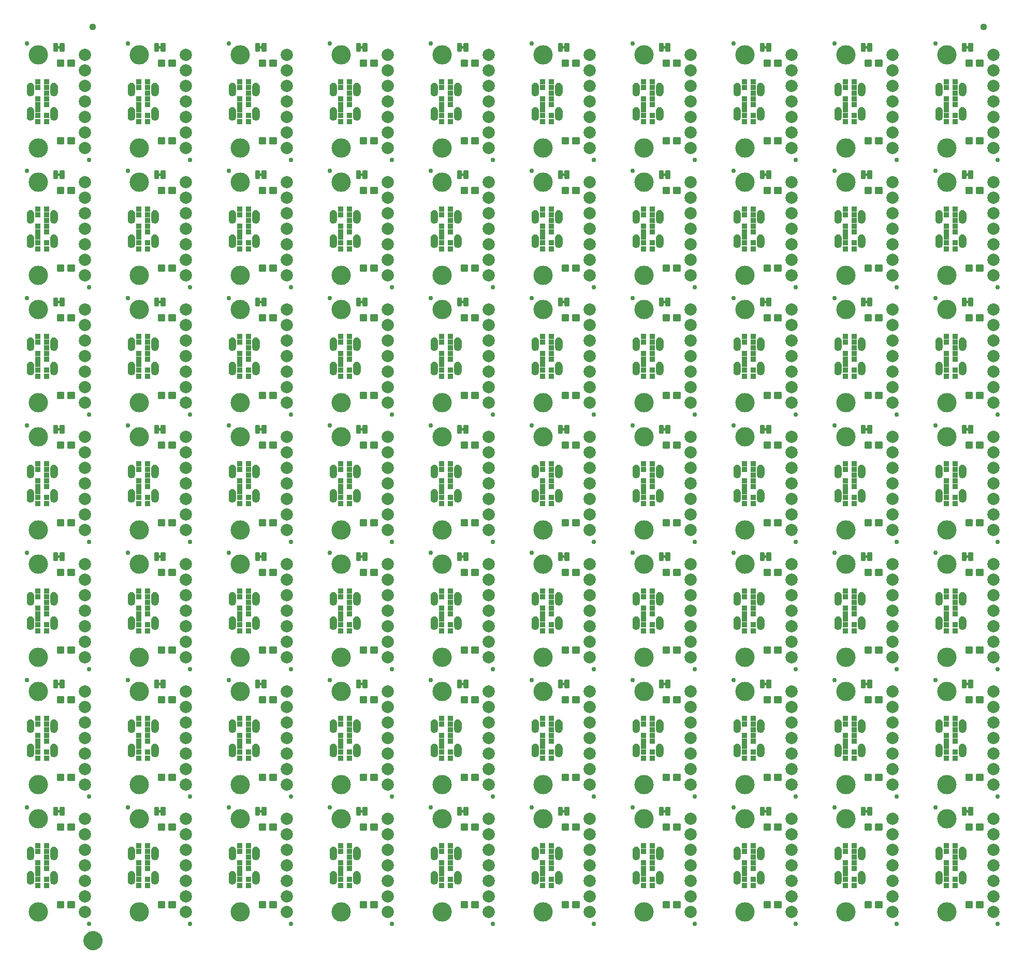
<source format=gbs>
G04 EAGLE Gerber RS-274X export*
G75*
%MOMM*%
%FSLAX34Y34*%
%LPD*%
%INSoldermask Bottom*%
%IPPOS*%
%AMOC8*
5,1,8,0,0,1.08239X$1,22.5*%
G01*
%ADD10C,0.762000*%
%ADD11C,3.175000*%
%ADD12C,0.225400*%
%ADD13C,0.228344*%
%ADD14C,2.006600*%
%ADD15R,0.881000X0.881000*%
%ADD16C,1.127000*%
%ADD17C,1.270000*%
%ADD18C,1.627000*%

G36*
X674025Y1320346D02*
X674025Y1320346D01*
X674031Y1320351D01*
X674035Y1320348D01*
X675160Y1320690D01*
X675165Y1320695D01*
X675169Y1320693D01*
X676207Y1321248D01*
X676210Y1321254D01*
X676215Y1321253D01*
X677124Y1321999D01*
X677126Y1322006D01*
X677131Y1322006D01*
X677877Y1322915D01*
X677877Y1322923D01*
X677882Y1322923D01*
X678437Y1323961D01*
X678436Y1323968D01*
X678440Y1323970D01*
X678782Y1325095D01*
X678779Y1325102D01*
X678784Y1325105D01*
X678899Y1326275D01*
X678897Y1326278D01*
X678899Y1326280D01*
X678899Y1336280D01*
X678897Y1336283D01*
X678899Y1336285D01*
X678784Y1337455D01*
X678779Y1337461D01*
X678782Y1337465D01*
X678440Y1338590D01*
X678435Y1338595D01*
X678437Y1338599D01*
X677882Y1339637D01*
X677876Y1339640D01*
X677877Y1339645D01*
X677131Y1340554D01*
X677124Y1340556D01*
X677124Y1340561D01*
X676215Y1341307D01*
X676207Y1341307D01*
X676207Y1341312D01*
X675169Y1341867D01*
X675162Y1341866D01*
X675160Y1341870D01*
X674035Y1342212D01*
X674028Y1342209D01*
X674025Y1342214D01*
X672855Y1342329D01*
X672849Y1342325D01*
X672845Y1342329D01*
X671675Y1342214D01*
X671669Y1342209D01*
X671665Y1342212D01*
X670540Y1341870D01*
X670535Y1341865D01*
X670531Y1341867D01*
X669493Y1341312D01*
X669490Y1341306D01*
X669485Y1341307D01*
X668576Y1340561D01*
X668574Y1340554D01*
X668569Y1340554D01*
X667823Y1339645D01*
X667823Y1339637D01*
X667818Y1339637D01*
X667263Y1338599D01*
X667264Y1338592D01*
X667260Y1338590D01*
X666918Y1337465D01*
X666921Y1337458D01*
X666916Y1337455D01*
X666801Y1336285D01*
X666803Y1336282D01*
X666801Y1336280D01*
X666801Y1326280D01*
X666803Y1326277D01*
X666801Y1326275D01*
X666916Y1325105D01*
X666921Y1325099D01*
X666918Y1325095D01*
X667260Y1323970D01*
X667265Y1323965D01*
X667263Y1323961D01*
X667818Y1322923D01*
X667824Y1322920D01*
X667823Y1322915D01*
X668569Y1322006D01*
X668576Y1322004D01*
X668576Y1321999D01*
X669485Y1321253D01*
X669493Y1321253D01*
X669493Y1321248D01*
X670531Y1320693D01*
X670538Y1320694D01*
X670540Y1320690D01*
X671665Y1320348D01*
X671672Y1320351D01*
X671675Y1320346D01*
X672845Y1320231D01*
X672851Y1320235D01*
X672855Y1320231D01*
X674025Y1320346D01*
G37*
G36*
X547525Y70666D02*
X547525Y70666D01*
X547531Y70671D01*
X547535Y70668D01*
X548660Y71010D01*
X548665Y71015D01*
X548669Y71013D01*
X549707Y71568D01*
X549710Y71574D01*
X549715Y71573D01*
X550624Y72319D01*
X550626Y72326D01*
X550631Y72326D01*
X551377Y73235D01*
X551377Y73243D01*
X551382Y73243D01*
X551937Y74281D01*
X551936Y74288D01*
X551940Y74290D01*
X552282Y75415D01*
X552279Y75422D01*
X552284Y75425D01*
X552399Y76595D01*
X552397Y76598D01*
X552399Y76600D01*
X552399Y86600D01*
X552397Y86603D01*
X552399Y86605D01*
X552284Y87775D01*
X552279Y87781D01*
X552282Y87785D01*
X551940Y88910D01*
X551935Y88915D01*
X551937Y88919D01*
X551382Y89957D01*
X551376Y89960D01*
X551377Y89965D01*
X550631Y90874D01*
X550624Y90876D01*
X550624Y90881D01*
X549715Y91627D01*
X549707Y91627D01*
X549707Y91632D01*
X548669Y92187D01*
X548662Y92186D01*
X548660Y92190D01*
X547535Y92532D01*
X547528Y92529D01*
X547525Y92534D01*
X546355Y92649D01*
X546349Y92645D01*
X546345Y92649D01*
X545175Y92534D01*
X545169Y92529D01*
X545165Y92532D01*
X544040Y92190D01*
X544035Y92185D01*
X544031Y92187D01*
X542993Y91632D01*
X542990Y91626D01*
X542985Y91627D01*
X542076Y90881D01*
X542074Y90874D01*
X542069Y90874D01*
X541323Y89965D01*
X541323Y89957D01*
X541318Y89957D01*
X540763Y88919D01*
X540764Y88912D01*
X540760Y88910D01*
X540418Y87785D01*
X540421Y87778D01*
X540416Y87775D01*
X540301Y86605D01*
X540303Y86602D01*
X540301Y86600D01*
X540301Y76600D01*
X540303Y76597D01*
X540301Y76595D01*
X540416Y75425D01*
X540421Y75419D01*
X540418Y75415D01*
X540760Y74290D01*
X540765Y74285D01*
X540763Y74281D01*
X541318Y73243D01*
X541324Y73240D01*
X541323Y73235D01*
X542069Y72326D01*
X542076Y72324D01*
X542076Y72319D01*
X542985Y71573D01*
X542993Y71573D01*
X542993Y71568D01*
X544031Y71013D01*
X544038Y71014D01*
X544040Y71010D01*
X545165Y70668D01*
X545172Y70671D01*
X545175Y70666D01*
X546345Y70551D01*
X546351Y70555D01*
X546355Y70551D01*
X547525Y70666D01*
G37*
G36*
X508925Y110666D02*
X508925Y110666D01*
X508931Y110671D01*
X508935Y110668D01*
X510060Y111010D01*
X510065Y111015D01*
X510069Y111013D01*
X511107Y111568D01*
X511110Y111574D01*
X511115Y111573D01*
X512024Y112319D01*
X512026Y112326D01*
X512031Y112326D01*
X512777Y113235D01*
X512777Y113243D01*
X512782Y113243D01*
X513337Y114281D01*
X513336Y114288D01*
X513340Y114290D01*
X513682Y115415D01*
X513679Y115422D01*
X513684Y115425D01*
X513799Y116595D01*
X513797Y116598D01*
X513799Y116600D01*
X513799Y126600D01*
X513797Y126603D01*
X513799Y126605D01*
X513684Y127775D01*
X513679Y127781D01*
X513682Y127785D01*
X513340Y128910D01*
X513335Y128915D01*
X513337Y128919D01*
X512782Y129957D01*
X512776Y129960D01*
X512777Y129965D01*
X512031Y130874D01*
X512024Y130876D01*
X512024Y130881D01*
X511115Y131627D01*
X511107Y131627D01*
X511107Y131632D01*
X510069Y132187D01*
X510062Y132186D01*
X510060Y132190D01*
X508935Y132532D01*
X508928Y132529D01*
X508925Y132534D01*
X507755Y132649D01*
X507749Y132645D01*
X507745Y132649D01*
X506575Y132534D01*
X506569Y132529D01*
X506565Y132532D01*
X505440Y132190D01*
X505435Y132185D01*
X505431Y132187D01*
X504393Y131632D01*
X504390Y131626D01*
X504385Y131627D01*
X503476Y130881D01*
X503474Y130874D01*
X503469Y130874D01*
X502723Y129965D01*
X502723Y129957D01*
X502718Y129957D01*
X502163Y128919D01*
X502164Y128912D01*
X502160Y128910D01*
X501818Y127785D01*
X501821Y127778D01*
X501816Y127775D01*
X501701Y126605D01*
X501703Y126602D01*
X501701Y126600D01*
X501701Y116600D01*
X501703Y116597D01*
X501701Y116595D01*
X501816Y115425D01*
X501821Y115419D01*
X501818Y115415D01*
X502160Y114290D01*
X502165Y114285D01*
X502163Y114281D01*
X502718Y113243D01*
X502724Y113240D01*
X502723Y113235D01*
X503469Y112326D01*
X503476Y112324D01*
X503476Y112319D01*
X504385Y111573D01*
X504393Y111573D01*
X504393Y111568D01*
X505431Y111013D01*
X505438Y111014D01*
X505440Y111010D01*
X506565Y110668D01*
X506572Y110671D01*
X506575Y110666D01*
X507745Y110551D01*
X507751Y110555D01*
X507755Y110551D01*
X508925Y110666D01*
G37*
G36*
X52225Y110666D02*
X52225Y110666D01*
X52231Y110671D01*
X52235Y110668D01*
X53360Y111010D01*
X53365Y111015D01*
X53369Y111013D01*
X54407Y111568D01*
X54410Y111574D01*
X54415Y111573D01*
X55324Y112319D01*
X55326Y112326D01*
X55331Y112326D01*
X56077Y113235D01*
X56077Y113243D01*
X56082Y113243D01*
X56637Y114281D01*
X56636Y114288D01*
X56640Y114290D01*
X56982Y115415D01*
X56979Y115422D01*
X56984Y115425D01*
X57099Y116595D01*
X57097Y116598D01*
X57099Y116600D01*
X57099Y126600D01*
X57097Y126603D01*
X57099Y126605D01*
X56984Y127775D01*
X56979Y127781D01*
X56982Y127785D01*
X56640Y128910D01*
X56635Y128915D01*
X56637Y128919D01*
X56082Y129957D01*
X56076Y129960D01*
X56077Y129965D01*
X55331Y130874D01*
X55324Y130876D01*
X55324Y130881D01*
X54415Y131627D01*
X54407Y131627D01*
X54407Y131632D01*
X53369Y132187D01*
X53362Y132186D01*
X53360Y132190D01*
X52235Y132532D01*
X52228Y132529D01*
X52225Y132534D01*
X51055Y132649D01*
X51049Y132645D01*
X51045Y132649D01*
X49875Y132534D01*
X49869Y132529D01*
X49865Y132532D01*
X48740Y132190D01*
X48735Y132185D01*
X48731Y132187D01*
X47693Y131632D01*
X47690Y131626D01*
X47685Y131627D01*
X46776Y130881D01*
X46774Y130874D01*
X46769Y130874D01*
X46023Y129965D01*
X46023Y129957D01*
X46018Y129957D01*
X45463Y128919D01*
X45464Y128912D01*
X45460Y128910D01*
X45118Y127785D01*
X45121Y127778D01*
X45116Y127775D01*
X45001Y126605D01*
X45003Y126602D01*
X45001Y126600D01*
X45001Y116600D01*
X45003Y116597D01*
X45001Y116595D01*
X45116Y115425D01*
X45121Y115419D01*
X45118Y115415D01*
X45460Y114290D01*
X45465Y114285D01*
X45463Y114281D01*
X46018Y113243D01*
X46024Y113240D01*
X46023Y113235D01*
X46769Y112326D01*
X46776Y112324D01*
X46776Y112319D01*
X47685Y111573D01*
X47693Y111573D01*
X47693Y111568D01*
X48731Y111013D01*
X48738Y111014D01*
X48740Y111010D01*
X49865Y110668D01*
X49872Y110671D01*
X49875Y110666D01*
X51045Y110551D01*
X51051Y110555D01*
X51055Y110551D01*
X52225Y110666D01*
G37*
G36*
X839125Y110666D02*
X839125Y110666D01*
X839131Y110671D01*
X839135Y110668D01*
X840260Y111010D01*
X840265Y111015D01*
X840269Y111013D01*
X841307Y111568D01*
X841310Y111574D01*
X841315Y111573D01*
X842224Y112319D01*
X842226Y112326D01*
X842231Y112326D01*
X842977Y113235D01*
X842977Y113243D01*
X842982Y113243D01*
X843537Y114281D01*
X843536Y114288D01*
X843540Y114290D01*
X843882Y115415D01*
X843879Y115422D01*
X843884Y115425D01*
X843999Y116595D01*
X843997Y116598D01*
X843999Y116600D01*
X843999Y126600D01*
X843997Y126603D01*
X843999Y126605D01*
X843884Y127775D01*
X843879Y127781D01*
X843882Y127785D01*
X843540Y128910D01*
X843535Y128915D01*
X843537Y128919D01*
X842982Y129957D01*
X842976Y129960D01*
X842977Y129965D01*
X842231Y130874D01*
X842224Y130876D01*
X842224Y130881D01*
X841315Y131627D01*
X841307Y131627D01*
X841307Y131632D01*
X840269Y132187D01*
X840262Y132186D01*
X840260Y132190D01*
X839135Y132532D01*
X839128Y132529D01*
X839125Y132534D01*
X837955Y132649D01*
X837949Y132645D01*
X837945Y132649D01*
X836775Y132534D01*
X836769Y132529D01*
X836765Y132532D01*
X835640Y132190D01*
X835635Y132185D01*
X835631Y132187D01*
X834593Y131632D01*
X834590Y131626D01*
X834585Y131627D01*
X833676Y130881D01*
X833674Y130874D01*
X833669Y130874D01*
X832923Y129965D01*
X832923Y129957D01*
X832918Y129957D01*
X832363Y128919D01*
X832364Y128912D01*
X832360Y128910D01*
X832018Y127785D01*
X832021Y127778D01*
X832016Y127775D01*
X831901Y126605D01*
X831903Y126602D01*
X831901Y126600D01*
X831901Y116600D01*
X831903Y116597D01*
X831901Y116595D01*
X832016Y115425D01*
X832021Y115419D01*
X832018Y115415D01*
X832360Y114290D01*
X832365Y114285D01*
X832363Y114281D01*
X832918Y113243D01*
X832924Y113240D01*
X832923Y113235D01*
X833669Y112326D01*
X833676Y112324D01*
X833676Y112319D01*
X834585Y111573D01*
X834593Y111573D01*
X834593Y111568D01*
X835631Y111013D01*
X835638Y111014D01*
X835640Y111010D01*
X836765Y110668D01*
X836772Y110671D01*
X836775Y110666D01*
X837945Y110551D01*
X837951Y110555D01*
X837955Y110551D01*
X839125Y110666D01*
G37*
G36*
X712625Y110666D02*
X712625Y110666D01*
X712631Y110671D01*
X712635Y110668D01*
X713760Y111010D01*
X713765Y111015D01*
X713769Y111013D01*
X714807Y111568D01*
X714810Y111574D01*
X714815Y111573D01*
X715724Y112319D01*
X715726Y112326D01*
X715731Y112326D01*
X716477Y113235D01*
X716477Y113243D01*
X716482Y113243D01*
X717037Y114281D01*
X717036Y114288D01*
X717040Y114290D01*
X717382Y115415D01*
X717379Y115422D01*
X717384Y115425D01*
X717499Y116595D01*
X717497Y116598D01*
X717499Y116600D01*
X717499Y126600D01*
X717497Y126603D01*
X717499Y126605D01*
X717384Y127775D01*
X717379Y127781D01*
X717382Y127785D01*
X717040Y128910D01*
X717035Y128915D01*
X717037Y128919D01*
X716482Y129957D01*
X716476Y129960D01*
X716477Y129965D01*
X715731Y130874D01*
X715724Y130876D01*
X715724Y130881D01*
X714815Y131627D01*
X714807Y131627D01*
X714807Y131632D01*
X713769Y132187D01*
X713762Y132186D01*
X713760Y132190D01*
X712635Y132532D01*
X712628Y132529D01*
X712625Y132534D01*
X711455Y132649D01*
X711449Y132645D01*
X711445Y132649D01*
X710275Y132534D01*
X710269Y132529D01*
X710265Y132532D01*
X709140Y132190D01*
X709135Y132185D01*
X709131Y132187D01*
X708093Y131632D01*
X708090Y131626D01*
X708085Y131627D01*
X707176Y130881D01*
X707174Y130874D01*
X707169Y130874D01*
X706423Y129965D01*
X706423Y129957D01*
X706418Y129957D01*
X705863Y128919D01*
X705864Y128912D01*
X705860Y128910D01*
X705518Y127785D01*
X705521Y127778D01*
X705516Y127775D01*
X705401Y126605D01*
X705403Y126602D01*
X705401Y126600D01*
X705401Y116600D01*
X705403Y116597D01*
X705401Y116595D01*
X705516Y115425D01*
X705521Y115419D01*
X705518Y115415D01*
X705860Y114290D01*
X705865Y114285D01*
X705863Y114281D01*
X706418Y113243D01*
X706424Y113240D01*
X706423Y113235D01*
X707169Y112326D01*
X707176Y112324D01*
X707176Y112319D01*
X708085Y111573D01*
X708093Y111573D01*
X708093Y111568D01*
X709131Y111013D01*
X709138Y111014D01*
X709140Y111010D01*
X710265Y110668D01*
X710272Y110671D01*
X710275Y110666D01*
X711445Y110551D01*
X711451Y110555D01*
X711455Y110551D01*
X712625Y110666D01*
G37*
G36*
X343825Y110666D02*
X343825Y110666D01*
X343831Y110671D01*
X343835Y110668D01*
X344960Y111010D01*
X344965Y111015D01*
X344969Y111013D01*
X346007Y111568D01*
X346010Y111574D01*
X346015Y111573D01*
X346924Y112319D01*
X346926Y112326D01*
X346931Y112326D01*
X347677Y113235D01*
X347677Y113243D01*
X347682Y113243D01*
X348237Y114281D01*
X348236Y114288D01*
X348240Y114290D01*
X348582Y115415D01*
X348579Y115422D01*
X348584Y115425D01*
X348699Y116595D01*
X348697Y116598D01*
X348699Y116600D01*
X348699Y126600D01*
X348697Y126603D01*
X348699Y126605D01*
X348584Y127775D01*
X348579Y127781D01*
X348582Y127785D01*
X348240Y128910D01*
X348235Y128915D01*
X348237Y128919D01*
X347682Y129957D01*
X347676Y129960D01*
X347677Y129965D01*
X346931Y130874D01*
X346924Y130876D01*
X346924Y130881D01*
X346015Y131627D01*
X346007Y131627D01*
X346007Y131632D01*
X344969Y132187D01*
X344962Y132186D01*
X344960Y132190D01*
X343835Y132532D01*
X343828Y132529D01*
X343825Y132534D01*
X342655Y132649D01*
X342649Y132645D01*
X342645Y132649D01*
X341475Y132534D01*
X341469Y132529D01*
X341465Y132532D01*
X340340Y132190D01*
X340335Y132185D01*
X340331Y132187D01*
X339293Y131632D01*
X339290Y131626D01*
X339285Y131627D01*
X338376Y130881D01*
X338374Y130874D01*
X338369Y130874D01*
X337623Y129965D01*
X337623Y129957D01*
X337618Y129957D01*
X337063Y128919D01*
X337064Y128912D01*
X337060Y128910D01*
X336718Y127785D01*
X336721Y127778D01*
X336716Y127775D01*
X336601Y126605D01*
X336603Y126602D01*
X336601Y126600D01*
X336601Y116600D01*
X336603Y116597D01*
X336601Y116595D01*
X336716Y115425D01*
X336721Y115419D01*
X336718Y115415D01*
X337060Y114290D01*
X337065Y114285D01*
X337063Y114281D01*
X337618Y113243D01*
X337624Y113240D01*
X337623Y113235D01*
X338369Y112326D01*
X338376Y112324D01*
X338376Y112319D01*
X339285Y111573D01*
X339293Y111573D01*
X339293Y111568D01*
X340331Y111013D01*
X340338Y111014D01*
X340340Y111010D01*
X341465Y110668D01*
X341472Y110671D01*
X341475Y110666D01*
X342645Y110551D01*
X342651Y110555D01*
X342655Y110551D01*
X343825Y110666D01*
G37*
G36*
X178725Y110666D02*
X178725Y110666D01*
X178731Y110671D01*
X178735Y110668D01*
X179860Y111010D01*
X179865Y111015D01*
X179869Y111013D01*
X180907Y111568D01*
X180910Y111574D01*
X180915Y111573D01*
X181824Y112319D01*
X181826Y112326D01*
X181831Y112326D01*
X182577Y113235D01*
X182577Y113243D01*
X182582Y113243D01*
X183137Y114281D01*
X183136Y114288D01*
X183140Y114290D01*
X183482Y115415D01*
X183479Y115422D01*
X183484Y115425D01*
X183599Y116595D01*
X183597Y116598D01*
X183599Y116600D01*
X183599Y126600D01*
X183597Y126603D01*
X183599Y126605D01*
X183484Y127775D01*
X183479Y127781D01*
X183482Y127785D01*
X183140Y128910D01*
X183135Y128915D01*
X183137Y128919D01*
X182582Y129957D01*
X182576Y129960D01*
X182577Y129965D01*
X181831Y130874D01*
X181824Y130876D01*
X181824Y130881D01*
X180915Y131627D01*
X180907Y131627D01*
X180907Y131632D01*
X179869Y132187D01*
X179862Y132186D01*
X179860Y132190D01*
X178735Y132532D01*
X178728Y132529D01*
X178725Y132534D01*
X177555Y132649D01*
X177549Y132645D01*
X177545Y132649D01*
X176375Y132534D01*
X176369Y132529D01*
X176365Y132532D01*
X175240Y132190D01*
X175235Y132185D01*
X175231Y132187D01*
X174193Y131632D01*
X174190Y131626D01*
X174185Y131627D01*
X173276Y130881D01*
X173274Y130874D01*
X173269Y130874D01*
X172523Y129965D01*
X172523Y129957D01*
X172518Y129957D01*
X171963Y128919D01*
X171964Y128912D01*
X171960Y128910D01*
X171618Y127785D01*
X171621Y127778D01*
X171616Y127775D01*
X171501Y126605D01*
X171503Y126602D01*
X171501Y126600D01*
X171501Y116600D01*
X171503Y116597D01*
X171501Y116595D01*
X171616Y115425D01*
X171621Y115419D01*
X171618Y115415D01*
X171960Y114290D01*
X171965Y114285D01*
X171963Y114281D01*
X172518Y113243D01*
X172524Y113240D01*
X172523Y113235D01*
X173269Y112326D01*
X173276Y112324D01*
X173276Y112319D01*
X174185Y111573D01*
X174193Y111573D01*
X174193Y111568D01*
X175231Y111013D01*
X175238Y111014D01*
X175240Y111010D01*
X176365Y110668D01*
X176372Y110671D01*
X176375Y110666D01*
X177545Y110551D01*
X177551Y110555D01*
X177555Y110551D01*
X178725Y110666D01*
G37*
G36*
X1169325Y110666D02*
X1169325Y110666D01*
X1169331Y110671D01*
X1169335Y110668D01*
X1170460Y111010D01*
X1170465Y111015D01*
X1170469Y111013D01*
X1171507Y111568D01*
X1171510Y111574D01*
X1171515Y111573D01*
X1172424Y112319D01*
X1172426Y112326D01*
X1172431Y112326D01*
X1173177Y113235D01*
X1173177Y113243D01*
X1173182Y113243D01*
X1173737Y114281D01*
X1173736Y114288D01*
X1173740Y114290D01*
X1174082Y115415D01*
X1174079Y115422D01*
X1174084Y115425D01*
X1174199Y116595D01*
X1174197Y116598D01*
X1174199Y116600D01*
X1174199Y126600D01*
X1174197Y126603D01*
X1174199Y126605D01*
X1174084Y127775D01*
X1174079Y127781D01*
X1174082Y127785D01*
X1173740Y128910D01*
X1173735Y128915D01*
X1173737Y128919D01*
X1173182Y129957D01*
X1173176Y129960D01*
X1173177Y129965D01*
X1172431Y130874D01*
X1172424Y130876D01*
X1172424Y130881D01*
X1171515Y131627D01*
X1171507Y131627D01*
X1171507Y131632D01*
X1170469Y132187D01*
X1170462Y132186D01*
X1170460Y132190D01*
X1169335Y132532D01*
X1169328Y132529D01*
X1169325Y132534D01*
X1168155Y132649D01*
X1168149Y132645D01*
X1168145Y132649D01*
X1166975Y132534D01*
X1166969Y132529D01*
X1166965Y132532D01*
X1165840Y132190D01*
X1165835Y132185D01*
X1165831Y132187D01*
X1164793Y131632D01*
X1164790Y131626D01*
X1164785Y131627D01*
X1163876Y130881D01*
X1163874Y130874D01*
X1163869Y130874D01*
X1163123Y129965D01*
X1163123Y129957D01*
X1163118Y129957D01*
X1162563Y128919D01*
X1162564Y128912D01*
X1162560Y128910D01*
X1162218Y127785D01*
X1162221Y127778D01*
X1162216Y127775D01*
X1162101Y126605D01*
X1162103Y126602D01*
X1162101Y126600D01*
X1162101Y116600D01*
X1162103Y116597D01*
X1162101Y116595D01*
X1162216Y115425D01*
X1162221Y115419D01*
X1162218Y115415D01*
X1162560Y114290D01*
X1162565Y114285D01*
X1162563Y114281D01*
X1163118Y113243D01*
X1163124Y113240D01*
X1163123Y113235D01*
X1163869Y112326D01*
X1163876Y112324D01*
X1163876Y112319D01*
X1164785Y111573D01*
X1164793Y111573D01*
X1164793Y111568D01*
X1165831Y111013D01*
X1165838Y111014D01*
X1165840Y111010D01*
X1166965Y110668D01*
X1166972Y110671D01*
X1166975Y110666D01*
X1168145Y110551D01*
X1168151Y110555D01*
X1168155Y110551D01*
X1169325Y110666D01*
G37*
G36*
X1004225Y110666D02*
X1004225Y110666D01*
X1004231Y110671D01*
X1004235Y110668D01*
X1005360Y111010D01*
X1005365Y111015D01*
X1005369Y111013D01*
X1006407Y111568D01*
X1006410Y111574D01*
X1006415Y111573D01*
X1007324Y112319D01*
X1007326Y112326D01*
X1007331Y112326D01*
X1008077Y113235D01*
X1008077Y113243D01*
X1008082Y113243D01*
X1008637Y114281D01*
X1008636Y114288D01*
X1008640Y114290D01*
X1008982Y115415D01*
X1008979Y115422D01*
X1008984Y115425D01*
X1009099Y116595D01*
X1009097Y116598D01*
X1009099Y116600D01*
X1009099Y126600D01*
X1009097Y126603D01*
X1009099Y126605D01*
X1008984Y127775D01*
X1008979Y127781D01*
X1008982Y127785D01*
X1008640Y128910D01*
X1008635Y128915D01*
X1008637Y128919D01*
X1008082Y129957D01*
X1008076Y129960D01*
X1008077Y129965D01*
X1007331Y130874D01*
X1007324Y130876D01*
X1007324Y130881D01*
X1006415Y131627D01*
X1006407Y131627D01*
X1006407Y131632D01*
X1005369Y132187D01*
X1005362Y132186D01*
X1005360Y132190D01*
X1004235Y132532D01*
X1004228Y132529D01*
X1004225Y132534D01*
X1003055Y132649D01*
X1003049Y132645D01*
X1003045Y132649D01*
X1001875Y132534D01*
X1001869Y132529D01*
X1001865Y132532D01*
X1000740Y132190D01*
X1000735Y132185D01*
X1000731Y132187D01*
X999693Y131632D01*
X999690Y131626D01*
X999685Y131627D01*
X998776Y130881D01*
X998774Y130874D01*
X998769Y130874D01*
X998023Y129965D01*
X998023Y129957D01*
X998018Y129957D01*
X997463Y128919D01*
X997464Y128912D01*
X997460Y128910D01*
X997118Y127785D01*
X997121Y127778D01*
X997116Y127775D01*
X997001Y126605D01*
X997003Y126602D01*
X997001Y126600D01*
X997001Y116600D01*
X997003Y116597D01*
X997001Y116595D01*
X997116Y115425D01*
X997121Y115419D01*
X997118Y115415D01*
X997460Y114290D01*
X997465Y114285D01*
X997463Y114281D01*
X998018Y113243D01*
X998024Y113240D01*
X998023Y113235D01*
X998769Y112326D01*
X998776Y112324D01*
X998776Y112319D01*
X999685Y111573D01*
X999693Y111573D01*
X999693Y111568D01*
X1000731Y111013D01*
X1000738Y111014D01*
X1000740Y111010D01*
X1001865Y110668D01*
X1001872Y110671D01*
X1001875Y110666D01*
X1003045Y110551D01*
X1003051Y110555D01*
X1003055Y110551D01*
X1004225Y110666D01*
G37*
G36*
X52225Y1360346D02*
X52225Y1360346D01*
X52231Y1360351D01*
X52235Y1360348D01*
X53360Y1360690D01*
X53365Y1360695D01*
X53369Y1360693D01*
X54407Y1361248D01*
X54410Y1361254D01*
X54415Y1361253D01*
X55324Y1361999D01*
X55326Y1362006D01*
X55331Y1362006D01*
X56077Y1362915D01*
X56077Y1362923D01*
X56082Y1362923D01*
X56637Y1363961D01*
X56636Y1363968D01*
X56640Y1363970D01*
X56982Y1365095D01*
X56979Y1365102D01*
X56984Y1365105D01*
X57099Y1366275D01*
X57097Y1366278D01*
X57099Y1366280D01*
X57099Y1376280D01*
X57097Y1376283D01*
X57099Y1376285D01*
X56984Y1377455D01*
X56979Y1377461D01*
X56982Y1377465D01*
X56640Y1378590D01*
X56635Y1378595D01*
X56637Y1378599D01*
X56082Y1379637D01*
X56076Y1379640D01*
X56077Y1379645D01*
X55331Y1380554D01*
X55324Y1380556D01*
X55324Y1380561D01*
X54415Y1381307D01*
X54407Y1381307D01*
X54407Y1381312D01*
X53369Y1381867D01*
X53362Y1381866D01*
X53360Y1381870D01*
X52235Y1382212D01*
X52228Y1382209D01*
X52225Y1382214D01*
X51055Y1382329D01*
X51049Y1382325D01*
X51045Y1382329D01*
X49875Y1382214D01*
X49869Y1382209D01*
X49865Y1382212D01*
X48740Y1381870D01*
X48735Y1381865D01*
X48731Y1381867D01*
X47693Y1381312D01*
X47690Y1381306D01*
X47685Y1381307D01*
X46776Y1380561D01*
X46774Y1380554D01*
X46769Y1380554D01*
X46023Y1379645D01*
X46023Y1379637D01*
X46018Y1379637D01*
X45463Y1378599D01*
X45464Y1378592D01*
X45460Y1378590D01*
X45118Y1377465D01*
X45121Y1377458D01*
X45116Y1377455D01*
X45001Y1376285D01*
X45003Y1376282D01*
X45001Y1376280D01*
X45001Y1366280D01*
X45003Y1366277D01*
X45001Y1366275D01*
X45116Y1365105D01*
X45121Y1365099D01*
X45118Y1365095D01*
X45460Y1363970D01*
X45465Y1363965D01*
X45463Y1363961D01*
X46018Y1362923D01*
X46024Y1362920D01*
X46023Y1362915D01*
X46769Y1362006D01*
X46776Y1362004D01*
X46776Y1361999D01*
X47685Y1361253D01*
X47693Y1361253D01*
X47693Y1361248D01*
X48731Y1360693D01*
X48738Y1360694D01*
X48740Y1360690D01*
X49865Y1360348D01*
X49872Y1360351D01*
X49875Y1360346D01*
X51045Y1360231D01*
X51051Y1360235D01*
X51055Y1360231D01*
X52225Y1360346D01*
G37*
G36*
X382425Y1360346D02*
X382425Y1360346D01*
X382431Y1360351D01*
X382435Y1360348D01*
X383560Y1360690D01*
X383565Y1360695D01*
X383569Y1360693D01*
X384607Y1361248D01*
X384610Y1361254D01*
X384615Y1361253D01*
X385524Y1361999D01*
X385526Y1362006D01*
X385531Y1362006D01*
X386277Y1362915D01*
X386277Y1362923D01*
X386282Y1362923D01*
X386837Y1363961D01*
X386836Y1363968D01*
X386840Y1363970D01*
X387182Y1365095D01*
X387179Y1365102D01*
X387184Y1365105D01*
X387299Y1366275D01*
X387297Y1366278D01*
X387299Y1366280D01*
X387299Y1376280D01*
X387297Y1376283D01*
X387299Y1376285D01*
X387184Y1377455D01*
X387179Y1377461D01*
X387182Y1377465D01*
X386840Y1378590D01*
X386835Y1378595D01*
X386837Y1378599D01*
X386282Y1379637D01*
X386276Y1379640D01*
X386277Y1379645D01*
X385531Y1380554D01*
X385524Y1380556D01*
X385524Y1380561D01*
X384615Y1381307D01*
X384607Y1381307D01*
X384607Y1381312D01*
X383569Y1381867D01*
X383562Y1381866D01*
X383560Y1381870D01*
X382435Y1382212D01*
X382428Y1382209D01*
X382425Y1382214D01*
X381255Y1382329D01*
X381249Y1382325D01*
X381245Y1382329D01*
X380075Y1382214D01*
X380069Y1382209D01*
X380065Y1382212D01*
X378940Y1381870D01*
X378935Y1381865D01*
X378931Y1381867D01*
X377893Y1381312D01*
X377890Y1381306D01*
X377885Y1381307D01*
X376976Y1380561D01*
X376974Y1380554D01*
X376969Y1380554D01*
X376223Y1379645D01*
X376223Y1379637D01*
X376218Y1379637D01*
X375663Y1378599D01*
X375664Y1378592D01*
X375660Y1378590D01*
X375318Y1377465D01*
X375321Y1377458D01*
X375316Y1377455D01*
X375201Y1376285D01*
X375203Y1376282D01*
X375201Y1376280D01*
X375201Y1366280D01*
X375203Y1366277D01*
X375201Y1366275D01*
X375316Y1365105D01*
X375321Y1365099D01*
X375318Y1365095D01*
X375660Y1363970D01*
X375665Y1363965D01*
X375663Y1363961D01*
X376218Y1362923D01*
X376224Y1362920D01*
X376223Y1362915D01*
X376969Y1362006D01*
X376976Y1362004D01*
X376976Y1361999D01*
X377885Y1361253D01*
X377893Y1361253D01*
X377893Y1361248D01*
X378931Y1360693D01*
X378938Y1360694D01*
X378940Y1360690D01*
X380065Y1360348D01*
X380072Y1360351D01*
X380075Y1360346D01*
X381245Y1360231D01*
X381251Y1360235D01*
X381255Y1360231D01*
X382425Y1360346D01*
G37*
G36*
X712625Y1360346D02*
X712625Y1360346D01*
X712631Y1360351D01*
X712635Y1360348D01*
X713760Y1360690D01*
X713765Y1360695D01*
X713769Y1360693D01*
X714807Y1361248D01*
X714810Y1361254D01*
X714815Y1361253D01*
X715724Y1361999D01*
X715726Y1362006D01*
X715731Y1362006D01*
X716477Y1362915D01*
X716477Y1362923D01*
X716482Y1362923D01*
X717037Y1363961D01*
X717036Y1363968D01*
X717040Y1363970D01*
X717382Y1365095D01*
X717379Y1365102D01*
X717384Y1365105D01*
X717499Y1366275D01*
X717497Y1366278D01*
X717499Y1366280D01*
X717499Y1376280D01*
X717497Y1376283D01*
X717499Y1376285D01*
X717384Y1377455D01*
X717379Y1377461D01*
X717382Y1377465D01*
X717040Y1378590D01*
X717035Y1378595D01*
X717037Y1378599D01*
X716482Y1379637D01*
X716476Y1379640D01*
X716477Y1379645D01*
X715731Y1380554D01*
X715724Y1380556D01*
X715724Y1380561D01*
X714815Y1381307D01*
X714807Y1381307D01*
X714807Y1381312D01*
X713769Y1381867D01*
X713762Y1381866D01*
X713760Y1381870D01*
X712635Y1382212D01*
X712628Y1382209D01*
X712625Y1382214D01*
X711455Y1382329D01*
X711449Y1382325D01*
X711445Y1382329D01*
X710275Y1382214D01*
X710269Y1382209D01*
X710265Y1382212D01*
X709140Y1381870D01*
X709135Y1381865D01*
X709131Y1381867D01*
X708093Y1381312D01*
X708090Y1381306D01*
X708085Y1381307D01*
X707176Y1380561D01*
X707174Y1380554D01*
X707169Y1380554D01*
X706423Y1379645D01*
X706423Y1379637D01*
X706418Y1379637D01*
X705863Y1378599D01*
X705864Y1378592D01*
X705860Y1378590D01*
X705518Y1377465D01*
X705521Y1377458D01*
X705516Y1377455D01*
X705401Y1376285D01*
X705403Y1376282D01*
X705401Y1376280D01*
X705401Y1366280D01*
X705403Y1366277D01*
X705401Y1366275D01*
X705516Y1365105D01*
X705521Y1365099D01*
X705518Y1365095D01*
X705860Y1363970D01*
X705865Y1363965D01*
X705863Y1363961D01*
X706418Y1362923D01*
X706424Y1362920D01*
X706423Y1362915D01*
X707169Y1362006D01*
X707176Y1362004D01*
X707176Y1361999D01*
X708085Y1361253D01*
X708093Y1361253D01*
X708093Y1361248D01*
X709131Y1360693D01*
X709138Y1360694D01*
X709140Y1360690D01*
X710265Y1360348D01*
X710272Y1360351D01*
X710275Y1360346D01*
X711445Y1360231D01*
X711451Y1360235D01*
X711455Y1360231D01*
X712625Y1360346D01*
G37*
G36*
X1538125Y1360346D02*
X1538125Y1360346D01*
X1538131Y1360351D01*
X1538135Y1360348D01*
X1539260Y1360690D01*
X1539265Y1360695D01*
X1539269Y1360693D01*
X1540307Y1361248D01*
X1540310Y1361254D01*
X1540315Y1361253D01*
X1541224Y1361999D01*
X1541226Y1362006D01*
X1541231Y1362006D01*
X1541977Y1362915D01*
X1541977Y1362923D01*
X1541982Y1362923D01*
X1542537Y1363961D01*
X1542536Y1363968D01*
X1542540Y1363970D01*
X1542882Y1365095D01*
X1542879Y1365102D01*
X1542884Y1365105D01*
X1542999Y1366275D01*
X1542997Y1366278D01*
X1542999Y1366280D01*
X1542999Y1376280D01*
X1542997Y1376283D01*
X1542999Y1376285D01*
X1542884Y1377455D01*
X1542879Y1377461D01*
X1542882Y1377465D01*
X1542540Y1378590D01*
X1542535Y1378595D01*
X1542537Y1378599D01*
X1541982Y1379637D01*
X1541976Y1379640D01*
X1541977Y1379645D01*
X1541231Y1380554D01*
X1541224Y1380556D01*
X1541224Y1380561D01*
X1540315Y1381307D01*
X1540307Y1381307D01*
X1540307Y1381312D01*
X1539269Y1381867D01*
X1539262Y1381866D01*
X1539260Y1381870D01*
X1538135Y1382212D01*
X1538128Y1382209D01*
X1538125Y1382214D01*
X1536955Y1382329D01*
X1536949Y1382325D01*
X1536945Y1382329D01*
X1535775Y1382214D01*
X1535769Y1382209D01*
X1535765Y1382212D01*
X1534640Y1381870D01*
X1534635Y1381865D01*
X1534631Y1381867D01*
X1533593Y1381312D01*
X1533590Y1381306D01*
X1533585Y1381307D01*
X1532676Y1380561D01*
X1532674Y1380554D01*
X1532669Y1380554D01*
X1531923Y1379645D01*
X1531923Y1379637D01*
X1531918Y1379637D01*
X1531363Y1378599D01*
X1531364Y1378592D01*
X1531360Y1378590D01*
X1531018Y1377465D01*
X1531021Y1377458D01*
X1531016Y1377455D01*
X1530901Y1376285D01*
X1530903Y1376282D01*
X1530901Y1376280D01*
X1530901Y1366280D01*
X1530903Y1366277D01*
X1530901Y1366275D01*
X1531016Y1365105D01*
X1531021Y1365099D01*
X1531018Y1365095D01*
X1531360Y1363970D01*
X1531365Y1363965D01*
X1531363Y1363961D01*
X1531918Y1362923D01*
X1531924Y1362920D01*
X1531923Y1362915D01*
X1532669Y1362006D01*
X1532676Y1362004D01*
X1532676Y1361999D01*
X1533585Y1361253D01*
X1533593Y1361253D01*
X1533593Y1361248D01*
X1534631Y1360693D01*
X1534638Y1360694D01*
X1534640Y1360690D01*
X1535765Y1360348D01*
X1535772Y1360351D01*
X1535775Y1360346D01*
X1536945Y1360231D01*
X1536951Y1360235D01*
X1536955Y1360231D01*
X1538125Y1360346D01*
G37*
G36*
X178725Y1360346D02*
X178725Y1360346D01*
X178731Y1360351D01*
X178735Y1360348D01*
X179860Y1360690D01*
X179865Y1360695D01*
X179869Y1360693D01*
X180907Y1361248D01*
X180910Y1361254D01*
X180915Y1361253D01*
X181824Y1361999D01*
X181826Y1362006D01*
X181831Y1362006D01*
X182577Y1362915D01*
X182577Y1362923D01*
X182582Y1362923D01*
X183137Y1363961D01*
X183136Y1363968D01*
X183140Y1363970D01*
X183482Y1365095D01*
X183479Y1365102D01*
X183484Y1365105D01*
X183599Y1366275D01*
X183597Y1366278D01*
X183599Y1366280D01*
X183599Y1376280D01*
X183597Y1376283D01*
X183599Y1376285D01*
X183484Y1377455D01*
X183479Y1377461D01*
X183482Y1377465D01*
X183140Y1378590D01*
X183135Y1378595D01*
X183137Y1378599D01*
X182582Y1379637D01*
X182576Y1379640D01*
X182577Y1379645D01*
X181831Y1380554D01*
X181824Y1380556D01*
X181824Y1380561D01*
X180915Y1381307D01*
X180907Y1381307D01*
X180907Y1381312D01*
X179869Y1381867D01*
X179862Y1381866D01*
X179860Y1381870D01*
X178735Y1382212D01*
X178728Y1382209D01*
X178725Y1382214D01*
X177555Y1382329D01*
X177549Y1382325D01*
X177545Y1382329D01*
X176375Y1382214D01*
X176369Y1382209D01*
X176365Y1382212D01*
X175240Y1381870D01*
X175235Y1381865D01*
X175231Y1381867D01*
X174193Y1381312D01*
X174190Y1381306D01*
X174185Y1381307D01*
X173276Y1380561D01*
X173274Y1380554D01*
X173269Y1380554D01*
X172523Y1379645D01*
X172523Y1379637D01*
X172518Y1379637D01*
X171963Y1378599D01*
X171964Y1378592D01*
X171960Y1378590D01*
X171618Y1377465D01*
X171621Y1377458D01*
X171616Y1377455D01*
X171501Y1376285D01*
X171503Y1376282D01*
X171501Y1376280D01*
X171501Y1366280D01*
X171503Y1366277D01*
X171501Y1366275D01*
X171616Y1365105D01*
X171621Y1365099D01*
X171618Y1365095D01*
X171960Y1363970D01*
X171965Y1363965D01*
X171963Y1363961D01*
X172518Y1362923D01*
X172524Y1362920D01*
X172523Y1362915D01*
X173269Y1362006D01*
X173276Y1362004D01*
X173276Y1361999D01*
X174185Y1361253D01*
X174193Y1361253D01*
X174193Y1361248D01*
X175231Y1360693D01*
X175238Y1360694D01*
X175240Y1360690D01*
X176365Y1360348D01*
X176372Y1360351D01*
X176375Y1360346D01*
X177545Y1360231D01*
X177551Y1360235D01*
X177555Y1360231D01*
X178725Y1360346D01*
G37*
G36*
X1042825Y1360346D02*
X1042825Y1360346D01*
X1042831Y1360351D01*
X1042835Y1360348D01*
X1043960Y1360690D01*
X1043965Y1360695D01*
X1043969Y1360693D01*
X1045007Y1361248D01*
X1045010Y1361254D01*
X1045015Y1361253D01*
X1045924Y1361999D01*
X1045926Y1362006D01*
X1045931Y1362006D01*
X1046677Y1362915D01*
X1046677Y1362923D01*
X1046682Y1362923D01*
X1047237Y1363961D01*
X1047236Y1363968D01*
X1047240Y1363970D01*
X1047582Y1365095D01*
X1047579Y1365102D01*
X1047584Y1365105D01*
X1047699Y1366275D01*
X1047697Y1366278D01*
X1047699Y1366280D01*
X1047699Y1376280D01*
X1047697Y1376283D01*
X1047699Y1376285D01*
X1047584Y1377455D01*
X1047579Y1377461D01*
X1047582Y1377465D01*
X1047240Y1378590D01*
X1047235Y1378595D01*
X1047237Y1378599D01*
X1046682Y1379637D01*
X1046676Y1379640D01*
X1046677Y1379645D01*
X1045931Y1380554D01*
X1045924Y1380556D01*
X1045924Y1380561D01*
X1045015Y1381307D01*
X1045007Y1381307D01*
X1045007Y1381312D01*
X1043969Y1381867D01*
X1043962Y1381866D01*
X1043960Y1381870D01*
X1042835Y1382212D01*
X1042828Y1382209D01*
X1042825Y1382214D01*
X1041655Y1382329D01*
X1041649Y1382325D01*
X1041645Y1382329D01*
X1040475Y1382214D01*
X1040469Y1382209D01*
X1040465Y1382212D01*
X1039340Y1381870D01*
X1039335Y1381865D01*
X1039331Y1381867D01*
X1038293Y1381312D01*
X1038290Y1381306D01*
X1038285Y1381307D01*
X1037376Y1380561D01*
X1037374Y1380554D01*
X1037369Y1380554D01*
X1036623Y1379645D01*
X1036623Y1379637D01*
X1036618Y1379637D01*
X1036063Y1378599D01*
X1036064Y1378592D01*
X1036060Y1378590D01*
X1035718Y1377465D01*
X1035721Y1377458D01*
X1035716Y1377455D01*
X1035601Y1376285D01*
X1035603Y1376282D01*
X1035601Y1376280D01*
X1035601Y1366280D01*
X1035603Y1366277D01*
X1035601Y1366275D01*
X1035716Y1365105D01*
X1035721Y1365099D01*
X1035718Y1365095D01*
X1036060Y1363970D01*
X1036065Y1363965D01*
X1036063Y1363961D01*
X1036618Y1362923D01*
X1036624Y1362920D01*
X1036623Y1362915D01*
X1037369Y1362006D01*
X1037376Y1362004D01*
X1037376Y1361999D01*
X1038285Y1361253D01*
X1038293Y1361253D01*
X1038293Y1361248D01*
X1039331Y1360693D01*
X1039338Y1360694D01*
X1039340Y1360690D01*
X1040465Y1360348D01*
X1040472Y1360351D01*
X1040475Y1360346D01*
X1041645Y1360231D01*
X1041651Y1360235D01*
X1041655Y1360231D01*
X1042825Y1360346D01*
G37*
G36*
X343825Y1360346D02*
X343825Y1360346D01*
X343831Y1360351D01*
X343835Y1360348D01*
X344960Y1360690D01*
X344965Y1360695D01*
X344969Y1360693D01*
X346007Y1361248D01*
X346010Y1361254D01*
X346015Y1361253D01*
X346924Y1361999D01*
X346926Y1362006D01*
X346931Y1362006D01*
X347677Y1362915D01*
X347677Y1362923D01*
X347682Y1362923D01*
X348237Y1363961D01*
X348236Y1363968D01*
X348240Y1363970D01*
X348582Y1365095D01*
X348579Y1365102D01*
X348584Y1365105D01*
X348699Y1366275D01*
X348697Y1366278D01*
X348699Y1366280D01*
X348699Y1376280D01*
X348697Y1376283D01*
X348699Y1376285D01*
X348584Y1377455D01*
X348579Y1377461D01*
X348582Y1377465D01*
X348240Y1378590D01*
X348235Y1378595D01*
X348237Y1378599D01*
X347682Y1379637D01*
X347676Y1379640D01*
X347677Y1379645D01*
X346931Y1380554D01*
X346924Y1380556D01*
X346924Y1380561D01*
X346015Y1381307D01*
X346007Y1381307D01*
X346007Y1381312D01*
X344969Y1381867D01*
X344962Y1381866D01*
X344960Y1381870D01*
X343835Y1382212D01*
X343828Y1382209D01*
X343825Y1382214D01*
X342655Y1382329D01*
X342649Y1382325D01*
X342645Y1382329D01*
X341475Y1382214D01*
X341469Y1382209D01*
X341465Y1382212D01*
X340340Y1381870D01*
X340335Y1381865D01*
X340331Y1381867D01*
X339293Y1381312D01*
X339290Y1381306D01*
X339285Y1381307D01*
X338376Y1380561D01*
X338374Y1380554D01*
X338369Y1380554D01*
X337623Y1379645D01*
X337623Y1379637D01*
X337618Y1379637D01*
X337063Y1378599D01*
X337064Y1378592D01*
X337060Y1378590D01*
X336718Y1377465D01*
X336721Y1377458D01*
X336716Y1377455D01*
X336601Y1376285D01*
X336603Y1376282D01*
X336601Y1376280D01*
X336601Y1366280D01*
X336603Y1366277D01*
X336601Y1366275D01*
X336716Y1365105D01*
X336721Y1365099D01*
X336718Y1365095D01*
X337060Y1363970D01*
X337065Y1363965D01*
X337063Y1363961D01*
X337618Y1362923D01*
X337624Y1362920D01*
X337623Y1362915D01*
X338369Y1362006D01*
X338376Y1362004D01*
X338376Y1361999D01*
X339285Y1361253D01*
X339293Y1361253D01*
X339293Y1361248D01*
X340331Y1360693D01*
X340338Y1360694D01*
X340340Y1360690D01*
X341465Y1360348D01*
X341472Y1360351D01*
X341475Y1360346D01*
X342645Y1360231D01*
X342651Y1360235D01*
X342655Y1360231D01*
X343825Y1360346D01*
G37*
G36*
X1207925Y1360346D02*
X1207925Y1360346D01*
X1207931Y1360351D01*
X1207935Y1360348D01*
X1209060Y1360690D01*
X1209065Y1360695D01*
X1209069Y1360693D01*
X1210107Y1361248D01*
X1210110Y1361254D01*
X1210115Y1361253D01*
X1211024Y1361999D01*
X1211026Y1362006D01*
X1211031Y1362006D01*
X1211777Y1362915D01*
X1211777Y1362923D01*
X1211782Y1362923D01*
X1212337Y1363961D01*
X1212336Y1363968D01*
X1212340Y1363970D01*
X1212682Y1365095D01*
X1212679Y1365102D01*
X1212684Y1365105D01*
X1212799Y1366275D01*
X1212797Y1366278D01*
X1212799Y1366280D01*
X1212799Y1376280D01*
X1212797Y1376283D01*
X1212799Y1376285D01*
X1212684Y1377455D01*
X1212679Y1377461D01*
X1212682Y1377465D01*
X1212340Y1378590D01*
X1212335Y1378595D01*
X1212337Y1378599D01*
X1211782Y1379637D01*
X1211776Y1379640D01*
X1211777Y1379645D01*
X1211031Y1380554D01*
X1211024Y1380556D01*
X1211024Y1380561D01*
X1210115Y1381307D01*
X1210107Y1381307D01*
X1210107Y1381312D01*
X1209069Y1381867D01*
X1209062Y1381866D01*
X1209060Y1381870D01*
X1207935Y1382212D01*
X1207928Y1382209D01*
X1207925Y1382214D01*
X1206755Y1382329D01*
X1206749Y1382325D01*
X1206745Y1382329D01*
X1205575Y1382214D01*
X1205569Y1382209D01*
X1205565Y1382212D01*
X1204440Y1381870D01*
X1204435Y1381865D01*
X1204431Y1381867D01*
X1203393Y1381312D01*
X1203390Y1381306D01*
X1203385Y1381307D01*
X1202476Y1380561D01*
X1202474Y1380554D01*
X1202469Y1380554D01*
X1201723Y1379645D01*
X1201723Y1379637D01*
X1201718Y1379637D01*
X1201163Y1378599D01*
X1201164Y1378592D01*
X1201160Y1378590D01*
X1200818Y1377465D01*
X1200821Y1377458D01*
X1200816Y1377455D01*
X1200701Y1376285D01*
X1200703Y1376282D01*
X1200701Y1376280D01*
X1200701Y1366280D01*
X1200703Y1366277D01*
X1200701Y1366275D01*
X1200816Y1365105D01*
X1200821Y1365099D01*
X1200818Y1365095D01*
X1201160Y1363970D01*
X1201165Y1363965D01*
X1201163Y1363961D01*
X1201718Y1362923D01*
X1201724Y1362920D01*
X1201723Y1362915D01*
X1202469Y1362006D01*
X1202476Y1362004D01*
X1202476Y1361999D01*
X1203385Y1361253D01*
X1203393Y1361253D01*
X1203393Y1361248D01*
X1204431Y1360693D01*
X1204438Y1360694D01*
X1204440Y1360690D01*
X1205565Y1360348D01*
X1205572Y1360351D01*
X1205575Y1360346D01*
X1206745Y1360231D01*
X1206751Y1360235D01*
X1206755Y1360231D01*
X1207925Y1360346D01*
G37*
G36*
X1169325Y1360346D02*
X1169325Y1360346D01*
X1169331Y1360351D01*
X1169335Y1360348D01*
X1170460Y1360690D01*
X1170465Y1360695D01*
X1170469Y1360693D01*
X1171507Y1361248D01*
X1171510Y1361254D01*
X1171515Y1361253D01*
X1172424Y1361999D01*
X1172426Y1362006D01*
X1172431Y1362006D01*
X1173177Y1362915D01*
X1173177Y1362923D01*
X1173182Y1362923D01*
X1173737Y1363961D01*
X1173736Y1363968D01*
X1173740Y1363970D01*
X1174082Y1365095D01*
X1174079Y1365102D01*
X1174084Y1365105D01*
X1174199Y1366275D01*
X1174197Y1366278D01*
X1174199Y1366280D01*
X1174199Y1376280D01*
X1174197Y1376283D01*
X1174199Y1376285D01*
X1174084Y1377455D01*
X1174079Y1377461D01*
X1174082Y1377465D01*
X1173740Y1378590D01*
X1173735Y1378595D01*
X1173737Y1378599D01*
X1173182Y1379637D01*
X1173176Y1379640D01*
X1173177Y1379645D01*
X1172431Y1380554D01*
X1172424Y1380556D01*
X1172424Y1380561D01*
X1171515Y1381307D01*
X1171507Y1381307D01*
X1171507Y1381312D01*
X1170469Y1381867D01*
X1170462Y1381866D01*
X1170460Y1381870D01*
X1169335Y1382212D01*
X1169328Y1382209D01*
X1169325Y1382214D01*
X1168155Y1382329D01*
X1168149Y1382325D01*
X1168145Y1382329D01*
X1166975Y1382214D01*
X1166969Y1382209D01*
X1166965Y1382212D01*
X1165840Y1381870D01*
X1165835Y1381865D01*
X1165831Y1381867D01*
X1164793Y1381312D01*
X1164790Y1381306D01*
X1164785Y1381307D01*
X1163876Y1380561D01*
X1163874Y1380554D01*
X1163869Y1380554D01*
X1163123Y1379645D01*
X1163123Y1379637D01*
X1163118Y1379637D01*
X1162563Y1378599D01*
X1162564Y1378592D01*
X1162560Y1378590D01*
X1162218Y1377465D01*
X1162221Y1377458D01*
X1162216Y1377455D01*
X1162101Y1376285D01*
X1162103Y1376282D01*
X1162101Y1376280D01*
X1162101Y1366280D01*
X1162103Y1366277D01*
X1162101Y1366275D01*
X1162216Y1365105D01*
X1162221Y1365099D01*
X1162218Y1365095D01*
X1162560Y1363970D01*
X1162565Y1363965D01*
X1162563Y1363961D01*
X1163118Y1362923D01*
X1163124Y1362920D01*
X1163123Y1362915D01*
X1163869Y1362006D01*
X1163876Y1362004D01*
X1163876Y1361999D01*
X1164785Y1361253D01*
X1164793Y1361253D01*
X1164793Y1361248D01*
X1165831Y1360693D01*
X1165838Y1360694D01*
X1165840Y1360690D01*
X1166965Y1360348D01*
X1166972Y1360351D01*
X1166975Y1360346D01*
X1168145Y1360231D01*
X1168151Y1360235D01*
X1168155Y1360231D01*
X1169325Y1360346D01*
G37*
G36*
X674025Y1360346D02*
X674025Y1360346D01*
X674031Y1360351D01*
X674035Y1360348D01*
X675160Y1360690D01*
X675165Y1360695D01*
X675169Y1360693D01*
X676207Y1361248D01*
X676210Y1361254D01*
X676215Y1361253D01*
X677124Y1361999D01*
X677126Y1362006D01*
X677131Y1362006D01*
X677877Y1362915D01*
X677877Y1362923D01*
X677882Y1362923D01*
X678437Y1363961D01*
X678436Y1363968D01*
X678440Y1363970D01*
X678782Y1365095D01*
X678779Y1365102D01*
X678784Y1365105D01*
X678899Y1366275D01*
X678897Y1366278D01*
X678899Y1366280D01*
X678899Y1376280D01*
X678897Y1376283D01*
X678899Y1376285D01*
X678784Y1377455D01*
X678779Y1377461D01*
X678782Y1377465D01*
X678440Y1378590D01*
X678435Y1378595D01*
X678437Y1378599D01*
X677882Y1379637D01*
X677876Y1379640D01*
X677877Y1379645D01*
X677131Y1380554D01*
X677124Y1380556D01*
X677124Y1380561D01*
X676215Y1381307D01*
X676207Y1381307D01*
X676207Y1381312D01*
X675169Y1381867D01*
X675162Y1381866D01*
X675160Y1381870D01*
X674035Y1382212D01*
X674028Y1382209D01*
X674025Y1382214D01*
X672855Y1382329D01*
X672849Y1382325D01*
X672845Y1382329D01*
X671675Y1382214D01*
X671669Y1382209D01*
X671665Y1382212D01*
X670540Y1381870D01*
X670535Y1381865D01*
X670531Y1381867D01*
X669493Y1381312D01*
X669490Y1381306D01*
X669485Y1381307D01*
X668576Y1380561D01*
X668574Y1380554D01*
X668569Y1380554D01*
X667823Y1379645D01*
X667823Y1379637D01*
X667818Y1379637D01*
X667263Y1378599D01*
X667264Y1378592D01*
X667260Y1378590D01*
X666918Y1377465D01*
X666921Y1377458D01*
X666916Y1377455D01*
X666801Y1376285D01*
X666803Y1376282D01*
X666801Y1376280D01*
X666801Y1366280D01*
X666803Y1366277D01*
X666801Y1366275D01*
X666916Y1365105D01*
X666921Y1365099D01*
X666918Y1365095D01*
X667260Y1363970D01*
X667265Y1363965D01*
X667263Y1363961D01*
X667818Y1362923D01*
X667824Y1362920D01*
X667823Y1362915D01*
X668569Y1362006D01*
X668576Y1362004D01*
X668576Y1361999D01*
X669485Y1361253D01*
X669493Y1361253D01*
X669493Y1361248D01*
X670531Y1360693D01*
X670538Y1360694D01*
X670540Y1360690D01*
X671665Y1360348D01*
X671672Y1360351D01*
X671675Y1360346D01*
X672845Y1360231D01*
X672851Y1360235D01*
X672855Y1360231D01*
X674025Y1360346D01*
G37*
G36*
X1334425Y1360346D02*
X1334425Y1360346D01*
X1334431Y1360351D01*
X1334435Y1360348D01*
X1335560Y1360690D01*
X1335565Y1360695D01*
X1335569Y1360693D01*
X1336607Y1361248D01*
X1336610Y1361254D01*
X1336615Y1361253D01*
X1337524Y1361999D01*
X1337526Y1362006D01*
X1337531Y1362006D01*
X1338277Y1362915D01*
X1338277Y1362923D01*
X1338282Y1362923D01*
X1338837Y1363961D01*
X1338836Y1363968D01*
X1338840Y1363970D01*
X1339182Y1365095D01*
X1339179Y1365102D01*
X1339184Y1365105D01*
X1339299Y1366275D01*
X1339297Y1366278D01*
X1339299Y1366280D01*
X1339299Y1376280D01*
X1339297Y1376283D01*
X1339299Y1376285D01*
X1339184Y1377455D01*
X1339179Y1377461D01*
X1339182Y1377465D01*
X1338840Y1378590D01*
X1338835Y1378595D01*
X1338837Y1378599D01*
X1338282Y1379637D01*
X1338276Y1379640D01*
X1338277Y1379645D01*
X1337531Y1380554D01*
X1337524Y1380556D01*
X1337524Y1380561D01*
X1336615Y1381307D01*
X1336607Y1381307D01*
X1336607Y1381312D01*
X1335569Y1381867D01*
X1335562Y1381866D01*
X1335560Y1381870D01*
X1334435Y1382212D01*
X1334428Y1382209D01*
X1334425Y1382214D01*
X1333255Y1382329D01*
X1333249Y1382325D01*
X1333245Y1382329D01*
X1332075Y1382214D01*
X1332069Y1382209D01*
X1332065Y1382212D01*
X1330940Y1381870D01*
X1330935Y1381865D01*
X1330931Y1381867D01*
X1329893Y1381312D01*
X1329890Y1381306D01*
X1329885Y1381307D01*
X1328976Y1380561D01*
X1328974Y1380554D01*
X1328969Y1380554D01*
X1328223Y1379645D01*
X1328223Y1379637D01*
X1328218Y1379637D01*
X1327663Y1378599D01*
X1327664Y1378592D01*
X1327660Y1378590D01*
X1327318Y1377465D01*
X1327321Y1377458D01*
X1327316Y1377455D01*
X1327201Y1376285D01*
X1327203Y1376282D01*
X1327201Y1376280D01*
X1327201Y1366280D01*
X1327203Y1366277D01*
X1327201Y1366275D01*
X1327316Y1365105D01*
X1327321Y1365099D01*
X1327318Y1365095D01*
X1327660Y1363970D01*
X1327665Y1363965D01*
X1327663Y1363961D01*
X1328218Y1362923D01*
X1328224Y1362920D01*
X1328223Y1362915D01*
X1328969Y1362006D01*
X1328976Y1362004D01*
X1328976Y1361999D01*
X1329885Y1361253D01*
X1329893Y1361253D01*
X1329893Y1361248D01*
X1330931Y1360693D01*
X1330938Y1360694D01*
X1330940Y1360690D01*
X1332065Y1360348D01*
X1332072Y1360351D01*
X1332075Y1360346D01*
X1333245Y1360231D01*
X1333251Y1360235D01*
X1333255Y1360231D01*
X1334425Y1360346D01*
G37*
G36*
X547525Y1360346D02*
X547525Y1360346D01*
X547531Y1360351D01*
X547535Y1360348D01*
X548660Y1360690D01*
X548665Y1360695D01*
X548669Y1360693D01*
X549707Y1361248D01*
X549710Y1361254D01*
X549715Y1361253D01*
X550624Y1361999D01*
X550626Y1362006D01*
X550631Y1362006D01*
X551377Y1362915D01*
X551377Y1362923D01*
X551382Y1362923D01*
X551937Y1363961D01*
X551936Y1363968D01*
X551940Y1363970D01*
X552282Y1365095D01*
X552279Y1365102D01*
X552284Y1365105D01*
X552399Y1366275D01*
X552397Y1366278D01*
X552399Y1366280D01*
X552399Y1376280D01*
X552397Y1376283D01*
X552399Y1376285D01*
X552284Y1377455D01*
X552279Y1377461D01*
X552282Y1377465D01*
X551940Y1378590D01*
X551935Y1378595D01*
X551937Y1378599D01*
X551382Y1379637D01*
X551376Y1379640D01*
X551377Y1379645D01*
X550631Y1380554D01*
X550624Y1380556D01*
X550624Y1380561D01*
X549715Y1381307D01*
X549707Y1381307D01*
X549707Y1381312D01*
X548669Y1381867D01*
X548662Y1381866D01*
X548660Y1381870D01*
X547535Y1382212D01*
X547528Y1382209D01*
X547525Y1382214D01*
X546355Y1382329D01*
X546349Y1382325D01*
X546345Y1382329D01*
X545175Y1382214D01*
X545169Y1382209D01*
X545165Y1382212D01*
X544040Y1381870D01*
X544035Y1381865D01*
X544031Y1381867D01*
X542993Y1381312D01*
X542990Y1381306D01*
X542985Y1381307D01*
X542076Y1380561D01*
X542074Y1380554D01*
X542069Y1380554D01*
X541323Y1379645D01*
X541323Y1379637D01*
X541318Y1379637D01*
X540763Y1378599D01*
X540764Y1378592D01*
X540760Y1378590D01*
X540418Y1377465D01*
X540421Y1377458D01*
X540416Y1377455D01*
X540301Y1376285D01*
X540303Y1376282D01*
X540301Y1376280D01*
X540301Y1366280D01*
X540303Y1366277D01*
X540301Y1366275D01*
X540416Y1365105D01*
X540421Y1365099D01*
X540418Y1365095D01*
X540760Y1363970D01*
X540765Y1363965D01*
X540763Y1363961D01*
X541318Y1362923D01*
X541324Y1362920D01*
X541323Y1362915D01*
X542069Y1362006D01*
X542076Y1362004D01*
X542076Y1361999D01*
X542985Y1361253D01*
X542993Y1361253D01*
X542993Y1361248D01*
X544031Y1360693D01*
X544038Y1360694D01*
X544040Y1360690D01*
X545165Y1360348D01*
X545172Y1360351D01*
X545175Y1360346D01*
X546345Y1360231D01*
X546351Y1360235D01*
X546355Y1360231D01*
X547525Y1360346D01*
G37*
G36*
X877725Y1360346D02*
X877725Y1360346D01*
X877731Y1360351D01*
X877735Y1360348D01*
X878860Y1360690D01*
X878865Y1360695D01*
X878869Y1360693D01*
X879907Y1361248D01*
X879910Y1361254D01*
X879915Y1361253D01*
X880824Y1361999D01*
X880826Y1362006D01*
X880831Y1362006D01*
X881577Y1362915D01*
X881577Y1362923D01*
X881582Y1362923D01*
X882137Y1363961D01*
X882136Y1363968D01*
X882140Y1363970D01*
X882482Y1365095D01*
X882479Y1365102D01*
X882484Y1365105D01*
X882599Y1366275D01*
X882597Y1366278D01*
X882599Y1366280D01*
X882599Y1376280D01*
X882597Y1376283D01*
X882599Y1376285D01*
X882484Y1377455D01*
X882479Y1377461D01*
X882482Y1377465D01*
X882140Y1378590D01*
X882135Y1378595D01*
X882137Y1378599D01*
X881582Y1379637D01*
X881576Y1379640D01*
X881577Y1379645D01*
X880831Y1380554D01*
X880824Y1380556D01*
X880824Y1380561D01*
X879915Y1381307D01*
X879907Y1381307D01*
X879907Y1381312D01*
X878869Y1381867D01*
X878862Y1381866D01*
X878860Y1381870D01*
X877735Y1382212D01*
X877728Y1382209D01*
X877725Y1382214D01*
X876555Y1382329D01*
X876549Y1382325D01*
X876545Y1382329D01*
X875375Y1382214D01*
X875369Y1382209D01*
X875365Y1382212D01*
X874240Y1381870D01*
X874235Y1381865D01*
X874231Y1381867D01*
X873193Y1381312D01*
X873190Y1381306D01*
X873185Y1381307D01*
X872276Y1380561D01*
X872274Y1380554D01*
X872269Y1380554D01*
X871523Y1379645D01*
X871523Y1379637D01*
X871518Y1379637D01*
X870963Y1378599D01*
X870964Y1378592D01*
X870960Y1378590D01*
X870618Y1377465D01*
X870621Y1377458D01*
X870616Y1377455D01*
X870501Y1376285D01*
X870503Y1376282D01*
X870501Y1376280D01*
X870501Y1366280D01*
X870503Y1366277D01*
X870501Y1366275D01*
X870616Y1365105D01*
X870621Y1365099D01*
X870618Y1365095D01*
X870960Y1363970D01*
X870965Y1363965D01*
X870963Y1363961D01*
X871518Y1362923D01*
X871524Y1362920D01*
X871523Y1362915D01*
X872269Y1362006D01*
X872276Y1362004D01*
X872276Y1361999D01*
X873185Y1361253D01*
X873193Y1361253D01*
X873193Y1361248D01*
X874231Y1360693D01*
X874238Y1360694D01*
X874240Y1360690D01*
X875365Y1360348D01*
X875372Y1360351D01*
X875375Y1360346D01*
X876545Y1360231D01*
X876551Y1360235D01*
X876555Y1360231D01*
X877725Y1360346D01*
G37*
G36*
X217325Y1360346D02*
X217325Y1360346D01*
X217331Y1360351D01*
X217335Y1360348D01*
X218460Y1360690D01*
X218465Y1360695D01*
X218469Y1360693D01*
X219507Y1361248D01*
X219510Y1361254D01*
X219515Y1361253D01*
X220424Y1361999D01*
X220426Y1362006D01*
X220431Y1362006D01*
X221177Y1362915D01*
X221177Y1362923D01*
X221182Y1362923D01*
X221737Y1363961D01*
X221736Y1363968D01*
X221740Y1363970D01*
X222082Y1365095D01*
X222079Y1365102D01*
X222084Y1365105D01*
X222199Y1366275D01*
X222197Y1366278D01*
X222199Y1366280D01*
X222199Y1376280D01*
X222197Y1376283D01*
X222199Y1376285D01*
X222084Y1377455D01*
X222079Y1377461D01*
X222082Y1377465D01*
X221740Y1378590D01*
X221735Y1378595D01*
X221737Y1378599D01*
X221182Y1379637D01*
X221176Y1379640D01*
X221177Y1379645D01*
X220431Y1380554D01*
X220424Y1380556D01*
X220424Y1380561D01*
X219515Y1381307D01*
X219507Y1381307D01*
X219507Y1381312D01*
X218469Y1381867D01*
X218462Y1381866D01*
X218460Y1381870D01*
X217335Y1382212D01*
X217328Y1382209D01*
X217325Y1382214D01*
X216155Y1382329D01*
X216149Y1382325D01*
X216145Y1382329D01*
X214975Y1382214D01*
X214969Y1382209D01*
X214965Y1382212D01*
X213840Y1381870D01*
X213835Y1381865D01*
X213831Y1381867D01*
X212793Y1381312D01*
X212790Y1381306D01*
X212785Y1381307D01*
X211876Y1380561D01*
X211874Y1380554D01*
X211869Y1380554D01*
X211123Y1379645D01*
X211123Y1379637D01*
X211118Y1379637D01*
X210563Y1378599D01*
X210564Y1378592D01*
X210560Y1378590D01*
X210218Y1377465D01*
X210221Y1377458D01*
X210216Y1377455D01*
X210101Y1376285D01*
X210103Y1376282D01*
X210101Y1376280D01*
X210101Y1366280D01*
X210103Y1366277D01*
X210101Y1366275D01*
X210216Y1365105D01*
X210221Y1365099D01*
X210218Y1365095D01*
X210560Y1363970D01*
X210565Y1363965D01*
X210563Y1363961D01*
X211118Y1362923D01*
X211124Y1362920D01*
X211123Y1362915D01*
X211869Y1362006D01*
X211876Y1362004D01*
X211876Y1361999D01*
X212785Y1361253D01*
X212793Y1361253D01*
X212793Y1361248D01*
X213831Y1360693D01*
X213838Y1360694D01*
X213840Y1360690D01*
X214965Y1360348D01*
X214972Y1360351D01*
X214975Y1360346D01*
X216145Y1360231D01*
X216151Y1360235D01*
X216155Y1360231D01*
X217325Y1360346D01*
G37*
G36*
X1373025Y1360346D02*
X1373025Y1360346D01*
X1373031Y1360351D01*
X1373035Y1360348D01*
X1374160Y1360690D01*
X1374165Y1360695D01*
X1374169Y1360693D01*
X1375207Y1361248D01*
X1375210Y1361254D01*
X1375215Y1361253D01*
X1376124Y1361999D01*
X1376126Y1362006D01*
X1376131Y1362006D01*
X1376877Y1362915D01*
X1376877Y1362923D01*
X1376882Y1362923D01*
X1377437Y1363961D01*
X1377436Y1363968D01*
X1377440Y1363970D01*
X1377782Y1365095D01*
X1377779Y1365102D01*
X1377784Y1365105D01*
X1377899Y1366275D01*
X1377897Y1366278D01*
X1377899Y1366280D01*
X1377899Y1376280D01*
X1377897Y1376283D01*
X1377899Y1376285D01*
X1377784Y1377455D01*
X1377779Y1377461D01*
X1377782Y1377465D01*
X1377440Y1378590D01*
X1377435Y1378595D01*
X1377437Y1378599D01*
X1376882Y1379637D01*
X1376876Y1379640D01*
X1376877Y1379645D01*
X1376131Y1380554D01*
X1376124Y1380556D01*
X1376124Y1380561D01*
X1375215Y1381307D01*
X1375207Y1381307D01*
X1375207Y1381312D01*
X1374169Y1381867D01*
X1374162Y1381866D01*
X1374160Y1381870D01*
X1373035Y1382212D01*
X1373028Y1382209D01*
X1373025Y1382214D01*
X1371855Y1382329D01*
X1371849Y1382325D01*
X1371845Y1382329D01*
X1370675Y1382214D01*
X1370669Y1382209D01*
X1370665Y1382212D01*
X1369540Y1381870D01*
X1369535Y1381865D01*
X1369531Y1381867D01*
X1368493Y1381312D01*
X1368490Y1381306D01*
X1368485Y1381307D01*
X1367576Y1380561D01*
X1367574Y1380554D01*
X1367569Y1380554D01*
X1366823Y1379645D01*
X1366823Y1379637D01*
X1366818Y1379637D01*
X1366263Y1378599D01*
X1366264Y1378592D01*
X1366260Y1378590D01*
X1365918Y1377465D01*
X1365921Y1377458D01*
X1365916Y1377455D01*
X1365801Y1376285D01*
X1365803Y1376282D01*
X1365801Y1376280D01*
X1365801Y1366280D01*
X1365803Y1366277D01*
X1365801Y1366275D01*
X1365916Y1365105D01*
X1365921Y1365099D01*
X1365918Y1365095D01*
X1366260Y1363970D01*
X1366265Y1363965D01*
X1366263Y1363961D01*
X1366818Y1362923D01*
X1366824Y1362920D01*
X1366823Y1362915D01*
X1367569Y1362006D01*
X1367576Y1362004D01*
X1367576Y1361999D01*
X1368485Y1361253D01*
X1368493Y1361253D01*
X1368493Y1361248D01*
X1369531Y1360693D01*
X1369538Y1360694D01*
X1369540Y1360690D01*
X1370665Y1360348D01*
X1370672Y1360351D01*
X1370675Y1360346D01*
X1371845Y1360231D01*
X1371851Y1360235D01*
X1371855Y1360231D01*
X1373025Y1360346D01*
G37*
G36*
X1499525Y1360346D02*
X1499525Y1360346D01*
X1499531Y1360351D01*
X1499535Y1360348D01*
X1500660Y1360690D01*
X1500665Y1360695D01*
X1500669Y1360693D01*
X1501707Y1361248D01*
X1501710Y1361254D01*
X1501715Y1361253D01*
X1502624Y1361999D01*
X1502626Y1362006D01*
X1502631Y1362006D01*
X1503377Y1362915D01*
X1503377Y1362923D01*
X1503382Y1362923D01*
X1503937Y1363961D01*
X1503936Y1363968D01*
X1503940Y1363970D01*
X1504282Y1365095D01*
X1504279Y1365102D01*
X1504284Y1365105D01*
X1504399Y1366275D01*
X1504397Y1366278D01*
X1504399Y1366280D01*
X1504399Y1376280D01*
X1504397Y1376283D01*
X1504399Y1376285D01*
X1504284Y1377455D01*
X1504279Y1377461D01*
X1504282Y1377465D01*
X1503940Y1378590D01*
X1503935Y1378595D01*
X1503937Y1378599D01*
X1503382Y1379637D01*
X1503376Y1379640D01*
X1503377Y1379645D01*
X1502631Y1380554D01*
X1502624Y1380556D01*
X1502624Y1380561D01*
X1501715Y1381307D01*
X1501707Y1381307D01*
X1501707Y1381312D01*
X1500669Y1381867D01*
X1500662Y1381866D01*
X1500660Y1381870D01*
X1499535Y1382212D01*
X1499528Y1382209D01*
X1499525Y1382214D01*
X1498355Y1382329D01*
X1498349Y1382325D01*
X1498345Y1382329D01*
X1497175Y1382214D01*
X1497169Y1382209D01*
X1497165Y1382212D01*
X1496040Y1381870D01*
X1496035Y1381865D01*
X1496031Y1381867D01*
X1494993Y1381312D01*
X1494990Y1381306D01*
X1494985Y1381307D01*
X1494076Y1380561D01*
X1494074Y1380554D01*
X1494069Y1380554D01*
X1493323Y1379645D01*
X1493323Y1379637D01*
X1493318Y1379637D01*
X1492763Y1378599D01*
X1492764Y1378592D01*
X1492760Y1378590D01*
X1492418Y1377465D01*
X1492421Y1377458D01*
X1492416Y1377455D01*
X1492301Y1376285D01*
X1492303Y1376282D01*
X1492301Y1376280D01*
X1492301Y1366280D01*
X1492303Y1366277D01*
X1492301Y1366275D01*
X1492416Y1365105D01*
X1492421Y1365099D01*
X1492418Y1365095D01*
X1492760Y1363970D01*
X1492765Y1363965D01*
X1492763Y1363961D01*
X1493318Y1362923D01*
X1493324Y1362920D01*
X1493323Y1362915D01*
X1494069Y1362006D01*
X1494076Y1362004D01*
X1494076Y1361999D01*
X1494985Y1361253D01*
X1494993Y1361253D01*
X1494993Y1361248D01*
X1496031Y1360693D01*
X1496038Y1360694D01*
X1496040Y1360690D01*
X1497165Y1360348D01*
X1497172Y1360351D01*
X1497175Y1360346D01*
X1498345Y1360231D01*
X1498351Y1360235D01*
X1498355Y1360231D01*
X1499525Y1360346D01*
G37*
G36*
X839125Y1360346D02*
X839125Y1360346D01*
X839131Y1360351D01*
X839135Y1360348D01*
X840260Y1360690D01*
X840265Y1360695D01*
X840269Y1360693D01*
X841307Y1361248D01*
X841310Y1361254D01*
X841315Y1361253D01*
X842224Y1361999D01*
X842226Y1362006D01*
X842231Y1362006D01*
X842977Y1362915D01*
X842977Y1362923D01*
X842982Y1362923D01*
X843537Y1363961D01*
X843536Y1363968D01*
X843540Y1363970D01*
X843882Y1365095D01*
X843879Y1365102D01*
X843884Y1365105D01*
X843999Y1366275D01*
X843997Y1366278D01*
X843999Y1366280D01*
X843999Y1376280D01*
X843997Y1376283D01*
X843999Y1376285D01*
X843884Y1377455D01*
X843879Y1377461D01*
X843882Y1377465D01*
X843540Y1378590D01*
X843535Y1378595D01*
X843537Y1378599D01*
X842982Y1379637D01*
X842976Y1379640D01*
X842977Y1379645D01*
X842231Y1380554D01*
X842224Y1380556D01*
X842224Y1380561D01*
X841315Y1381307D01*
X841307Y1381307D01*
X841307Y1381312D01*
X840269Y1381867D01*
X840262Y1381866D01*
X840260Y1381870D01*
X839135Y1382212D01*
X839128Y1382209D01*
X839125Y1382214D01*
X837955Y1382329D01*
X837949Y1382325D01*
X837945Y1382329D01*
X836775Y1382214D01*
X836769Y1382209D01*
X836765Y1382212D01*
X835640Y1381870D01*
X835635Y1381865D01*
X835631Y1381867D01*
X834593Y1381312D01*
X834590Y1381306D01*
X834585Y1381307D01*
X833676Y1380561D01*
X833674Y1380554D01*
X833669Y1380554D01*
X832923Y1379645D01*
X832923Y1379637D01*
X832918Y1379637D01*
X832363Y1378599D01*
X832364Y1378592D01*
X832360Y1378590D01*
X832018Y1377465D01*
X832021Y1377458D01*
X832016Y1377455D01*
X831901Y1376285D01*
X831903Y1376282D01*
X831901Y1376280D01*
X831901Y1366280D01*
X831903Y1366277D01*
X831901Y1366275D01*
X832016Y1365105D01*
X832021Y1365099D01*
X832018Y1365095D01*
X832360Y1363970D01*
X832365Y1363965D01*
X832363Y1363961D01*
X832918Y1362923D01*
X832924Y1362920D01*
X832923Y1362915D01*
X833669Y1362006D01*
X833676Y1362004D01*
X833676Y1361999D01*
X834585Y1361253D01*
X834593Y1361253D01*
X834593Y1361248D01*
X835631Y1360693D01*
X835638Y1360694D01*
X835640Y1360690D01*
X836765Y1360348D01*
X836772Y1360351D01*
X836775Y1360346D01*
X837945Y1360231D01*
X837951Y1360235D01*
X837955Y1360231D01*
X839125Y1360346D01*
G37*
G36*
X13625Y1360346D02*
X13625Y1360346D01*
X13631Y1360351D01*
X13635Y1360348D01*
X14760Y1360690D01*
X14765Y1360695D01*
X14769Y1360693D01*
X15807Y1361248D01*
X15810Y1361254D01*
X15815Y1361253D01*
X16724Y1361999D01*
X16726Y1362006D01*
X16731Y1362006D01*
X17477Y1362915D01*
X17477Y1362923D01*
X17482Y1362923D01*
X18037Y1363961D01*
X18036Y1363968D01*
X18040Y1363970D01*
X18382Y1365095D01*
X18379Y1365102D01*
X18384Y1365105D01*
X18499Y1366275D01*
X18497Y1366278D01*
X18499Y1366280D01*
X18499Y1376280D01*
X18497Y1376283D01*
X18499Y1376285D01*
X18384Y1377455D01*
X18379Y1377461D01*
X18382Y1377465D01*
X18040Y1378590D01*
X18035Y1378595D01*
X18037Y1378599D01*
X17482Y1379637D01*
X17476Y1379640D01*
X17477Y1379645D01*
X16731Y1380554D01*
X16724Y1380556D01*
X16724Y1380561D01*
X15815Y1381307D01*
X15807Y1381307D01*
X15807Y1381312D01*
X14769Y1381867D01*
X14762Y1381866D01*
X14760Y1381870D01*
X13635Y1382212D01*
X13628Y1382209D01*
X13625Y1382214D01*
X12455Y1382329D01*
X12449Y1382325D01*
X12445Y1382329D01*
X11275Y1382214D01*
X11269Y1382209D01*
X11265Y1382212D01*
X10140Y1381870D01*
X10135Y1381865D01*
X10131Y1381867D01*
X9093Y1381312D01*
X9090Y1381306D01*
X9085Y1381307D01*
X8176Y1380561D01*
X8174Y1380554D01*
X8169Y1380554D01*
X7423Y1379645D01*
X7423Y1379637D01*
X7418Y1379637D01*
X6863Y1378599D01*
X6864Y1378592D01*
X6860Y1378590D01*
X6518Y1377465D01*
X6521Y1377458D01*
X6516Y1377455D01*
X6401Y1376285D01*
X6403Y1376282D01*
X6401Y1376280D01*
X6401Y1366280D01*
X6403Y1366277D01*
X6401Y1366275D01*
X6516Y1365105D01*
X6521Y1365099D01*
X6518Y1365095D01*
X6860Y1363970D01*
X6865Y1363965D01*
X6863Y1363961D01*
X7418Y1362923D01*
X7424Y1362920D01*
X7423Y1362915D01*
X8169Y1362006D01*
X8176Y1362004D01*
X8176Y1361999D01*
X9085Y1361253D01*
X9093Y1361253D01*
X9093Y1361248D01*
X10131Y1360693D01*
X10138Y1360694D01*
X10140Y1360690D01*
X11265Y1360348D01*
X11272Y1360351D01*
X11275Y1360346D01*
X12445Y1360231D01*
X12451Y1360235D01*
X12455Y1360231D01*
X13625Y1360346D01*
G37*
G36*
X1004225Y1360346D02*
X1004225Y1360346D01*
X1004231Y1360351D01*
X1004235Y1360348D01*
X1005360Y1360690D01*
X1005365Y1360695D01*
X1005369Y1360693D01*
X1006407Y1361248D01*
X1006410Y1361254D01*
X1006415Y1361253D01*
X1007324Y1361999D01*
X1007326Y1362006D01*
X1007331Y1362006D01*
X1008077Y1362915D01*
X1008077Y1362923D01*
X1008082Y1362923D01*
X1008637Y1363961D01*
X1008636Y1363968D01*
X1008640Y1363970D01*
X1008982Y1365095D01*
X1008979Y1365102D01*
X1008984Y1365105D01*
X1009099Y1366275D01*
X1009097Y1366278D01*
X1009099Y1366280D01*
X1009099Y1376280D01*
X1009097Y1376283D01*
X1009099Y1376285D01*
X1008984Y1377455D01*
X1008979Y1377461D01*
X1008982Y1377465D01*
X1008640Y1378590D01*
X1008635Y1378595D01*
X1008637Y1378599D01*
X1008082Y1379637D01*
X1008076Y1379640D01*
X1008077Y1379645D01*
X1007331Y1380554D01*
X1007324Y1380556D01*
X1007324Y1380561D01*
X1006415Y1381307D01*
X1006407Y1381307D01*
X1006407Y1381312D01*
X1005369Y1381867D01*
X1005362Y1381866D01*
X1005360Y1381870D01*
X1004235Y1382212D01*
X1004228Y1382209D01*
X1004225Y1382214D01*
X1003055Y1382329D01*
X1003049Y1382325D01*
X1003045Y1382329D01*
X1001875Y1382214D01*
X1001869Y1382209D01*
X1001865Y1382212D01*
X1000740Y1381870D01*
X1000735Y1381865D01*
X1000731Y1381867D01*
X999693Y1381312D01*
X999690Y1381306D01*
X999685Y1381307D01*
X998776Y1380561D01*
X998774Y1380554D01*
X998769Y1380554D01*
X998023Y1379645D01*
X998023Y1379637D01*
X998018Y1379637D01*
X997463Y1378599D01*
X997464Y1378592D01*
X997460Y1378590D01*
X997118Y1377465D01*
X997121Y1377458D01*
X997116Y1377455D01*
X997001Y1376285D01*
X997003Y1376282D01*
X997001Y1376280D01*
X997001Y1366280D01*
X997003Y1366277D01*
X997001Y1366275D01*
X997116Y1365105D01*
X997121Y1365099D01*
X997118Y1365095D01*
X997460Y1363970D01*
X997465Y1363965D01*
X997463Y1363961D01*
X998018Y1362923D01*
X998024Y1362920D01*
X998023Y1362915D01*
X998769Y1362006D01*
X998776Y1362004D01*
X998776Y1361999D01*
X999685Y1361253D01*
X999693Y1361253D01*
X999693Y1361248D01*
X1000731Y1360693D01*
X1000738Y1360694D01*
X1000740Y1360690D01*
X1001865Y1360348D01*
X1001872Y1360351D01*
X1001875Y1360346D01*
X1003045Y1360231D01*
X1003051Y1360235D01*
X1003055Y1360231D01*
X1004225Y1360346D01*
G37*
G36*
X508925Y1360346D02*
X508925Y1360346D01*
X508931Y1360351D01*
X508935Y1360348D01*
X510060Y1360690D01*
X510065Y1360695D01*
X510069Y1360693D01*
X511107Y1361248D01*
X511110Y1361254D01*
X511115Y1361253D01*
X512024Y1361999D01*
X512026Y1362006D01*
X512031Y1362006D01*
X512777Y1362915D01*
X512777Y1362923D01*
X512782Y1362923D01*
X513337Y1363961D01*
X513336Y1363968D01*
X513340Y1363970D01*
X513682Y1365095D01*
X513679Y1365102D01*
X513684Y1365105D01*
X513799Y1366275D01*
X513797Y1366278D01*
X513799Y1366280D01*
X513799Y1376280D01*
X513797Y1376283D01*
X513799Y1376285D01*
X513684Y1377455D01*
X513679Y1377461D01*
X513682Y1377465D01*
X513340Y1378590D01*
X513335Y1378595D01*
X513337Y1378599D01*
X512782Y1379637D01*
X512776Y1379640D01*
X512777Y1379645D01*
X512031Y1380554D01*
X512024Y1380556D01*
X512024Y1380561D01*
X511115Y1381307D01*
X511107Y1381307D01*
X511107Y1381312D01*
X510069Y1381867D01*
X510062Y1381866D01*
X510060Y1381870D01*
X508935Y1382212D01*
X508928Y1382209D01*
X508925Y1382214D01*
X507755Y1382329D01*
X507749Y1382325D01*
X507745Y1382329D01*
X506575Y1382214D01*
X506569Y1382209D01*
X506565Y1382212D01*
X505440Y1381870D01*
X505435Y1381865D01*
X505431Y1381867D01*
X504393Y1381312D01*
X504390Y1381306D01*
X504385Y1381307D01*
X503476Y1380561D01*
X503474Y1380554D01*
X503469Y1380554D01*
X502723Y1379645D01*
X502723Y1379637D01*
X502718Y1379637D01*
X502163Y1378599D01*
X502164Y1378592D01*
X502160Y1378590D01*
X501818Y1377465D01*
X501821Y1377458D01*
X501816Y1377455D01*
X501701Y1376285D01*
X501703Y1376282D01*
X501701Y1376280D01*
X501701Y1366280D01*
X501703Y1366277D01*
X501701Y1366275D01*
X501816Y1365105D01*
X501821Y1365099D01*
X501818Y1365095D01*
X502160Y1363970D01*
X502165Y1363965D01*
X502163Y1363961D01*
X502718Y1362923D01*
X502724Y1362920D01*
X502723Y1362915D01*
X503469Y1362006D01*
X503476Y1362004D01*
X503476Y1361999D01*
X504385Y1361253D01*
X504393Y1361253D01*
X504393Y1361248D01*
X505431Y1360693D01*
X505438Y1360694D01*
X505440Y1360690D01*
X506565Y1360348D01*
X506572Y1360351D01*
X506575Y1360346D01*
X507745Y1360231D01*
X507751Y1360235D01*
X507755Y1360231D01*
X508925Y1360346D01*
G37*
G36*
X382425Y1320346D02*
X382425Y1320346D01*
X382431Y1320351D01*
X382435Y1320348D01*
X383560Y1320690D01*
X383565Y1320695D01*
X383569Y1320693D01*
X384607Y1321248D01*
X384610Y1321254D01*
X384615Y1321253D01*
X385524Y1321999D01*
X385526Y1322006D01*
X385531Y1322006D01*
X386277Y1322915D01*
X386277Y1322923D01*
X386282Y1322923D01*
X386837Y1323961D01*
X386836Y1323968D01*
X386840Y1323970D01*
X387182Y1325095D01*
X387179Y1325102D01*
X387184Y1325105D01*
X387299Y1326275D01*
X387297Y1326278D01*
X387299Y1326280D01*
X387299Y1336280D01*
X387297Y1336283D01*
X387299Y1336285D01*
X387184Y1337455D01*
X387179Y1337461D01*
X387182Y1337465D01*
X386840Y1338590D01*
X386835Y1338595D01*
X386837Y1338599D01*
X386282Y1339637D01*
X386276Y1339640D01*
X386277Y1339645D01*
X385531Y1340554D01*
X385524Y1340556D01*
X385524Y1340561D01*
X384615Y1341307D01*
X384607Y1341307D01*
X384607Y1341312D01*
X383569Y1341867D01*
X383562Y1341866D01*
X383560Y1341870D01*
X382435Y1342212D01*
X382428Y1342209D01*
X382425Y1342214D01*
X381255Y1342329D01*
X381249Y1342325D01*
X381245Y1342329D01*
X380075Y1342214D01*
X380069Y1342209D01*
X380065Y1342212D01*
X378940Y1341870D01*
X378935Y1341865D01*
X378931Y1341867D01*
X377893Y1341312D01*
X377890Y1341306D01*
X377885Y1341307D01*
X376976Y1340561D01*
X376974Y1340554D01*
X376969Y1340554D01*
X376223Y1339645D01*
X376223Y1339637D01*
X376218Y1339637D01*
X375663Y1338599D01*
X375664Y1338592D01*
X375660Y1338590D01*
X375318Y1337465D01*
X375321Y1337458D01*
X375316Y1337455D01*
X375201Y1336285D01*
X375203Y1336282D01*
X375201Y1336280D01*
X375201Y1326280D01*
X375203Y1326277D01*
X375201Y1326275D01*
X375316Y1325105D01*
X375321Y1325099D01*
X375318Y1325095D01*
X375660Y1323970D01*
X375665Y1323965D01*
X375663Y1323961D01*
X376218Y1322923D01*
X376224Y1322920D01*
X376223Y1322915D01*
X376969Y1322006D01*
X376976Y1322004D01*
X376976Y1321999D01*
X377885Y1321253D01*
X377893Y1321253D01*
X377893Y1321248D01*
X378931Y1320693D01*
X378938Y1320694D01*
X378940Y1320690D01*
X380065Y1320348D01*
X380072Y1320351D01*
X380075Y1320346D01*
X381245Y1320231D01*
X381251Y1320235D01*
X381255Y1320231D01*
X382425Y1320346D01*
G37*
G36*
X1538125Y1320346D02*
X1538125Y1320346D01*
X1538131Y1320351D01*
X1538135Y1320348D01*
X1539260Y1320690D01*
X1539265Y1320695D01*
X1539269Y1320693D01*
X1540307Y1321248D01*
X1540310Y1321254D01*
X1540315Y1321253D01*
X1541224Y1321999D01*
X1541226Y1322006D01*
X1541231Y1322006D01*
X1541977Y1322915D01*
X1541977Y1322923D01*
X1541982Y1322923D01*
X1542537Y1323961D01*
X1542536Y1323968D01*
X1542540Y1323970D01*
X1542882Y1325095D01*
X1542879Y1325102D01*
X1542884Y1325105D01*
X1542999Y1326275D01*
X1542997Y1326278D01*
X1542999Y1326280D01*
X1542999Y1336280D01*
X1542997Y1336283D01*
X1542999Y1336285D01*
X1542884Y1337455D01*
X1542879Y1337461D01*
X1542882Y1337465D01*
X1542540Y1338590D01*
X1542535Y1338595D01*
X1542537Y1338599D01*
X1541982Y1339637D01*
X1541976Y1339640D01*
X1541977Y1339645D01*
X1541231Y1340554D01*
X1541224Y1340556D01*
X1541224Y1340561D01*
X1540315Y1341307D01*
X1540307Y1341307D01*
X1540307Y1341312D01*
X1539269Y1341867D01*
X1539262Y1341866D01*
X1539260Y1341870D01*
X1538135Y1342212D01*
X1538128Y1342209D01*
X1538125Y1342214D01*
X1536955Y1342329D01*
X1536949Y1342325D01*
X1536945Y1342329D01*
X1535775Y1342214D01*
X1535769Y1342209D01*
X1535765Y1342212D01*
X1534640Y1341870D01*
X1534635Y1341865D01*
X1534631Y1341867D01*
X1533593Y1341312D01*
X1533590Y1341306D01*
X1533585Y1341307D01*
X1532676Y1340561D01*
X1532674Y1340554D01*
X1532669Y1340554D01*
X1531923Y1339645D01*
X1531923Y1339637D01*
X1531918Y1339637D01*
X1531363Y1338599D01*
X1531364Y1338592D01*
X1531360Y1338590D01*
X1531018Y1337465D01*
X1531021Y1337458D01*
X1531016Y1337455D01*
X1530901Y1336285D01*
X1530903Y1336282D01*
X1530901Y1336280D01*
X1530901Y1326280D01*
X1530903Y1326277D01*
X1530901Y1326275D01*
X1531016Y1325105D01*
X1531021Y1325099D01*
X1531018Y1325095D01*
X1531360Y1323970D01*
X1531365Y1323965D01*
X1531363Y1323961D01*
X1531918Y1322923D01*
X1531924Y1322920D01*
X1531923Y1322915D01*
X1532669Y1322006D01*
X1532676Y1322004D01*
X1532676Y1321999D01*
X1533585Y1321253D01*
X1533593Y1321253D01*
X1533593Y1321248D01*
X1534631Y1320693D01*
X1534638Y1320694D01*
X1534640Y1320690D01*
X1535765Y1320348D01*
X1535772Y1320351D01*
X1535775Y1320346D01*
X1536945Y1320231D01*
X1536951Y1320235D01*
X1536955Y1320231D01*
X1538125Y1320346D01*
G37*
G36*
X1004225Y1320346D02*
X1004225Y1320346D01*
X1004231Y1320351D01*
X1004235Y1320348D01*
X1005360Y1320690D01*
X1005365Y1320695D01*
X1005369Y1320693D01*
X1006407Y1321248D01*
X1006410Y1321254D01*
X1006415Y1321253D01*
X1007324Y1321999D01*
X1007326Y1322006D01*
X1007331Y1322006D01*
X1008077Y1322915D01*
X1008077Y1322923D01*
X1008082Y1322923D01*
X1008637Y1323961D01*
X1008636Y1323968D01*
X1008640Y1323970D01*
X1008982Y1325095D01*
X1008979Y1325102D01*
X1008984Y1325105D01*
X1009099Y1326275D01*
X1009097Y1326278D01*
X1009099Y1326280D01*
X1009099Y1336280D01*
X1009097Y1336283D01*
X1009099Y1336285D01*
X1008984Y1337455D01*
X1008979Y1337461D01*
X1008982Y1337465D01*
X1008640Y1338590D01*
X1008635Y1338595D01*
X1008637Y1338599D01*
X1008082Y1339637D01*
X1008076Y1339640D01*
X1008077Y1339645D01*
X1007331Y1340554D01*
X1007324Y1340556D01*
X1007324Y1340561D01*
X1006415Y1341307D01*
X1006407Y1341307D01*
X1006407Y1341312D01*
X1005369Y1341867D01*
X1005362Y1341866D01*
X1005360Y1341870D01*
X1004235Y1342212D01*
X1004228Y1342209D01*
X1004225Y1342214D01*
X1003055Y1342329D01*
X1003049Y1342325D01*
X1003045Y1342329D01*
X1001875Y1342214D01*
X1001869Y1342209D01*
X1001865Y1342212D01*
X1000740Y1341870D01*
X1000735Y1341865D01*
X1000731Y1341867D01*
X999693Y1341312D01*
X999690Y1341306D01*
X999685Y1341307D01*
X998776Y1340561D01*
X998774Y1340554D01*
X998769Y1340554D01*
X998023Y1339645D01*
X998023Y1339637D01*
X998018Y1339637D01*
X997463Y1338599D01*
X997464Y1338592D01*
X997460Y1338590D01*
X997118Y1337465D01*
X997121Y1337458D01*
X997116Y1337455D01*
X997001Y1336285D01*
X997003Y1336282D01*
X997001Y1336280D01*
X997001Y1326280D01*
X997003Y1326277D01*
X997001Y1326275D01*
X997116Y1325105D01*
X997121Y1325099D01*
X997118Y1325095D01*
X997460Y1323970D01*
X997465Y1323965D01*
X997463Y1323961D01*
X998018Y1322923D01*
X998024Y1322920D01*
X998023Y1322915D01*
X998769Y1322006D01*
X998776Y1322004D01*
X998776Y1321999D01*
X999685Y1321253D01*
X999693Y1321253D01*
X999693Y1321248D01*
X1000731Y1320693D01*
X1000738Y1320694D01*
X1000740Y1320690D01*
X1001865Y1320348D01*
X1001872Y1320351D01*
X1001875Y1320346D01*
X1003045Y1320231D01*
X1003051Y1320235D01*
X1003055Y1320231D01*
X1004225Y1320346D01*
G37*
G36*
X547525Y1320346D02*
X547525Y1320346D01*
X547531Y1320351D01*
X547535Y1320348D01*
X548660Y1320690D01*
X548665Y1320695D01*
X548669Y1320693D01*
X549707Y1321248D01*
X549710Y1321254D01*
X549715Y1321253D01*
X550624Y1321999D01*
X550626Y1322006D01*
X550631Y1322006D01*
X551377Y1322915D01*
X551377Y1322923D01*
X551382Y1322923D01*
X551937Y1323961D01*
X551936Y1323968D01*
X551940Y1323970D01*
X552282Y1325095D01*
X552279Y1325102D01*
X552284Y1325105D01*
X552399Y1326275D01*
X552397Y1326278D01*
X552399Y1326280D01*
X552399Y1336280D01*
X552397Y1336283D01*
X552399Y1336285D01*
X552284Y1337455D01*
X552279Y1337461D01*
X552282Y1337465D01*
X551940Y1338590D01*
X551935Y1338595D01*
X551937Y1338599D01*
X551382Y1339637D01*
X551376Y1339640D01*
X551377Y1339645D01*
X550631Y1340554D01*
X550624Y1340556D01*
X550624Y1340561D01*
X549715Y1341307D01*
X549707Y1341307D01*
X549707Y1341312D01*
X548669Y1341867D01*
X548662Y1341866D01*
X548660Y1341870D01*
X547535Y1342212D01*
X547528Y1342209D01*
X547525Y1342214D01*
X546355Y1342329D01*
X546349Y1342325D01*
X546345Y1342329D01*
X545175Y1342214D01*
X545169Y1342209D01*
X545165Y1342212D01*
X544040Y1341870D01*
X544035Y1341865D01*
X544031Y1341867D01*
X542993Y1341312D01*
X542990Y1341306D01*
X542985Y1341307D01*
X542076Y1340561D01*
X542074Y1340554D01*
X542069Y1340554D01*
X541323Y1339645D01*
X541323Y1339637D01*
X541318Y1339637D01*
X540763Y1338599D01*
X540764Y1338592D01*
X540760Y1338590D01*
X540418Y1337465D01*
X540421Y1337458D01*
X540416Y1337455D01*
X540301Y1336285D01*
X540303Y1336282D01*
X540301Y1336280D01*
X540301Y1326280D01*
X540303Y1326277D01*
X540301Y1326275D01*
X540416Y1325105D01*
X540421Y1325099D01*
X540418Y1325095D01*
X540760Y1323970D01*
X540765Y1323965D01*
X540763Y1323961D01*
X541318Y1322923D01*
X541324Y1322920D01*
X541323Y1322915D01*
X542069Y1322006D01*
X542076Y1322004D01*
X542076Y1321999D01*
X542985Y1321253D01*
X542993Y1321253D01*
X542993Y1321248D01*
X544031Y1320693D01*
X544038Y1320694D01*
X544040Y1320690D01*
X545165Y1320348D01*
X545172Y1320351D01*
X545175Y1320346D01*
X546345Y1320231D01*
X546351Y1320235D01*
X546355Y1320231D01*
X547525Y1320346D01*
G37*
G36*
X1334425Y1320346D02*
X1334425Y1320346D01*
X1334431Y1320351D01*
X1334435Y1320348D01*
X1335560Y1320690D01*
X1335565Y1320695D01*
X1335569Y1320693D01*
X1336607Y1321248D01*
X1336610Y1321254D01*
X1336615Y1321253D01*
X1337524Y1321999D01*
X1337526Y1322006D01*
X1337531Y1322006D01*
X1338277Y1322915D01*
X1338277Y1322923D01*
X1338282Y1322923D01*
X1338837Y1323961D01*
X1338836Y1323968D01*
X1338840Y1323970D01*
X1339182Y1325095D01*
X1339179Y1325102D01*
X1339184Y1325105D01*
X1339299Y1326275D01*
X1339297Y1326278D01*
X1339299Y1326280D01*
X1339299Y1336280D01*
X1339297Y1336283D01*
X1339299Y1336285D01*
X1339184Y1337455D01*
X1339179Y1337461D01*
X1339182Y1337465D01*
X1338840Y1338590D01*
X1338835Y1338595D01*
X1338837Y1338599D01*
X1338282Y1339637D01*
X1338276Y1339640D01*
X1338277Y1339645D01*
X1337531Y1340554D01*
X1337524Y1340556D01*
X1337524Y1340561D01*
X1336615Y1341307D01*
X1336607Y1341307D01*
X1336607Y1341312D01*
X1335569Y1341867D01*
X1335562Y1341866D01*
X1335560Y1341870D01*
X1334435Y1342212D01*
X1334428Y1342209D01*
X1334425Y1342214D01*
X1333255Y1342329D01*
X1333249Y1342325D01*
X1333245Y1342329D01*
X1332075Y1342214D01*
X1332069Y1342209D01*
X1332065Y1342212D01*
X1330940Y1341870D01*
X1330935Y1341865D01*
X1330931Y1341867D01*
X1329893Y1341312D01*
X1329890Y1341306D01*
X1329885Y1341307D01*
X1328976Y1340561D01*
X1328974Y1340554D01*
X1328969Y1340554D01*
X1328223Y1339645D01*
X1328223Y1339637D01*
X1328218Y1339637D01*
X1327663Y1338599D01*
X1327664Y1338592D01*
X1327660Y1338590D01*
X1327318Y1337465D01*
X1327321Y1337458D01*
X1327316Y1337455D01*
X1327201Y1336285D01*
X1327203Y1336282D01*
X1327201Y1336280D01*
X1327201Y1326280D01*
X1327203Y1326277D01*
X1327201Y1326275D01*
X1327316Y1325105D01*
X1327321Y1325099D01*
X1327318Y1325095D01*
X1327660Y1323970D01*
X1327665Y1323965D01*
X1327663Y1323961D01*
X1328218Y1322923D01*
X1328224Y1322920D01*
X1328223Y1322915D01*
X1328969Y1322006D01*
X1328976Y1322004D01*
X1328976Y1321999D01*
X1329885Y1321253D01*
X1329893Y1321253D01*
X1329893Y1321248D01*
X1330931Y1320693D01*
X1330938Y1320694D01*
X1330940Y1320690D01*
X1332065Y1320348D01*
X1332072Y1320351D01*
X1332075Y1320346D01*
X1333245Y1320231D01*
X1333251Y1320235D01*
X1333255Y1320231D01*
X1334425Y1320346D01*
G37*
G36*
X1373025Y1320346D02*
X1373025Y1320346D01*
X1373031Y1320351D01*
X1373035Y1320348D01*
X1374160Y1320690D01*
X1374165Y1320695D01*
X1374169Y1320693D01*
X1375207Y1321248D01*
X1375210Y1321254D01*
X1375215Y1321253D01*
X1376124Y1321999D01*
X1376126Y1322006D01*
X1376131Y1322006D01*
X1376877Y1322915D01*
X1376877Y1322923D01*
X1376882Y1322923D01*
X1377437Y1323961D01*
X1377436Y1323968D01*
X1377440Y1323970D01*
X1377782Y1325095D01*
X1377779Y1325102D01*
X1377784Y1325105D01*
X1377899Y1326275D01*
X1377897Y1326278D01*
X1377899Y1326280D01*
X1377899Y1336280D01*
X1377897Y1336283D01*
X1377899Y1336285D01*
X1377784Y1337455D01*
X1377779Y1337461D01*
X1377782Y1337465D01*
X1377440Y1338590D01*
X1377435Y1338595D01*
X1377437Y1338599D01*
X1376882Y1339637D01*
X1376876Y1339640D01*
X1376877Y1339645D01*
X1376131Y1340554D01*
X1376124Y1340556D01*
X1376124Y1340561D01*
X1375215Y1341307D01*
X1375207Y1341307D01*
X1375207Y1341312D01*
X1374169Y1341867D01*
X1374162Y1341866D01*
X1374160Y1341870D01*
X1373035Y1342212D01*
X1373028Y1342209D01*
X1373025Y1342214D01*
X1371855Y1342329D01*
X1371849Y1342325D01*
X1371845Y1342329D01*
X1370675Y1342214D01*
X1370669Y1342209D01*
X1370665Y1342212D01*
X1369540Y1341870D01*
X1369535Y1341865D01*
X1369531Y1341867D01*
X1368493Y1341312D01*
X1368490Y1341306D01*
X1368485Y1341307D01*
X1367576Y1340561D01*
X1367574Y1340554D01*
X1367569Y1340554D01*
X1366823Y1339645D01*
X1366823Y1339637D01*
X1366818Y1339637D01*
X1366263Y1338599D01*
X1366264Y1338592D01*
X1366260Y1338590D01*
X1365918Y1337465D01*
X1365921Y1337458D01*
X1365916Y1337455D01*
X1365801Y1336285D01*
X1365803Y1336282D01*
X1365801Y1336280D01*
X1365801Y1326280D01*
X1365803Y1326277D01*
X1365801Y1326275D01*
X1365916Y1325105D01*
X1365921Y1325099D01*
X1365918Y1325095D01*
X1366260Y1323970D01*
X1366265Y1323965D01*
X1366263Y1323961D01*
X1366818Y1322923D01*
X1366824Y1322920D01*
X1366823Y1322915D01*
X1367569Y1322006D01*
X1367576Y1322004D01*
X1367576Y1321999D01*
X1368485Y1321253D01*
X1368493Y1321253D01*
X1368493Y1321248D01*
X1369531Y1320693D01*
X1369538Y1320694D01*
X1369540Y1320690D01*
X1370665Y1320348D01*
X1370672Y1320351D01*
X1370675Y1320346D01*
X1371845Y1320231D01*
X1371851Y1320235D01*
X1371855Y1320231D01*
X1373025Y1320346D01*
G37*
G36*
X1207925Y1320346D02*
X1207925Y1320346D01*
X1207931Y1320351D01*
X1207935Y1320348D01*
X1209060Y1320690D01*
X1209065Y1320695D01*
X1209069Y1320693D01*
X1210107Y1321248D01*
X1210110Y1321254D01*
X1210115Y1321253D01*
X1211024Y1321999D01*
X1211026Y1322006D01*
X1211031Y1322006D01*
X1211777Y1322915D01*
X1211777Y1322923D01*
X1211782Y1322923D01*
X1212337Y1323961D01*
X1212336Y1323968D01*
X1212340Y1323970D01*
X1212682Y1325095D01*
X1212679Y1325102D01*
X1212684Y1325105D01*
X1212799Y1326275D01*
X1212797Y1326278D01*
X1212799Y1326280D01*
X1212799Y1336280D01*
X1212797Y1336283D01*
X1212799Y1336285D01*
X1212684Y1337455D01*
X1212679Y1337461D01*
X1212682Y1337465D01*
X1212340Y1338590D01*
X1212335Y1338595D01*
X1212337Y1338599D01*
X1211782Y1339637D01*
X1211776Y1339640D01*
X1211777Y1339645D01*
X1211031Y1340554D01*
X1211024Y1340556D01*
X1211024Y1340561D01*
X1210115Y1341307D01*
X1210107Y1341307D01*
X1210107Y1341312D01*
X1209069Y1341867D01*
X1209062Y1341866D01*
X1209060Y1341870D01*
X1207935Y1342212D01*
X1207928Y1342209D01*
X1207925Y1342214D01*
X1206755Y1342329D01*
X1206749Y1342325D01*
X1206745Y1342329D01*
X1205575Y1342214D01*
X1205569Y1342209D01*
X1205565Y1342212D01*
X1204440Y1341870D01*
X1204435Y1341865D01*
X1204431Y1341867D01*
X1203393Y1341312D01*
X1203390Y1341306D01*
X1203385Y1341307D01*
X1202476Y1340561D01*
X1202474Y1340554D01*
X1202469Y1340554D01*
X1201723Y1339645D01*
X1201723Y1339637D01*
X1201718Y1339637D01*
X1201163Y1338599D01*
X1201164Y1338592D01*
X1201160Y1338590D01*
X1200818Y1337465D01*
X1200821Y1337458D01*
X1200816Y1337455D01*
X1200701Y1336285D01*
X1200703Y1336282D01*
X1200701Y1336280D01*
X1200701Y1326280D01*
X1200703Y1326277D01*
X1200701Y1326275D01*
X1200816Y1325105D01*
X1200821Y1325099D01*
X1200818Y1325095D01*
X1201160Y1323970D01*
X1201165Y1323965D01*
X1201163Y1323961D01*
X1201718Y1322923D01*
X1201724Y1322920D01*
X1201723Y1322915D01*
X1202469Y1322006D01*
X1202476Y1322004D01*
X1202476Y1321999D01*
X1203385Y1321253D01*
X1203393Y1321253D01*
X1203393Y1321248D01*
X1204431Y1320693D01*
X1204438Y1320694D01*
X1204440Y1320690D01*
X1205565Y1320348D01*
X1205572Y1320351D01*
X1205575Y1320346D01*
X1206745Y1320231D01*
X1206751Y1320235D01*
X1206755Y1320231D01*
X1207925Y1320346D01*
G37*
G36*
X178725Y1320346D02*
X178725Y1320346D01*
X178731Y1320351D01*
X178735Y1320348D01*
X179860Y1320690D01*
X179865Y1320695D01*
X179869Y1320693D01*
X180907Y1321248D01*
X180910Y1321254D01*
X180915Y1321253D01*
X181824Y1321999D01*
X181826Y1322006D01*
X181831Y1322006D01*
X182577Y1322915D01*
X182577Y1322923D01*
X182582Y1322923D01*
X183137Y1323961D01*
X183136Y1323968D01*
X183140Y1323970D01*
X183482Y1325095D01*
X183479Y1325102D01*
X183484Y1325105D01*
X183599Y1326275D01*
X183597Y1326278D01*
X183599Y1326280D01*
X183599Y1336280D01*
X183597Y1336283D01*
X183599Y1336285D01*
X183484Y1337455D01*
X183479Y1337461D01*
X183482Y1337465D01*
X183140Y1338590D01*
X183135Y1338595D01*
X183137Y1338599D01*
X182582Y1339637D01*
X182576Y1339640D01*
X182577Y1339645D01*
X181831Y1340554D01*
X181824Y1340556D01*
X181824Y1340561D01*
X180915Y1341307D01*
X180907Y1341307D01*
X180907Y1341312D01*
X179869Y1341867D01*
X179862Y1341866D01*
X179860Y1341870D01*
X178735Y1342212D01*
X178728Y1342209D01*
X178725Y1342214D01*
X177555Y1342329D01*
X177549Y1342325D01*
X177545Y1342329D01*
X176375Y1342214D01*
X176369Y1342209D01*
X176365Y1342212D01*
X175240Y1341870D01*
X175235Y1341865D01*
X175231Y1341867D01*
X174193Y1341312D01*
X174190Y1341306D01*
X174185Y1341307D01*
X173276Y1340561D01*
X173274Y1340554D01*
X173269Y1340554D01*
X172523Y1339645D01*
X172523Y1339637D01*
X172518Y1339637D01*
X171963Y1338599D01*
X171964Y1338592D01*
X171960Y1338590D01*
X171618Y1337465D01*
X171621Y1337458D01*
X171616Y1337455D01*
X171501Y1336285D01*
X171503Y1336282D01*
X171501Y1336280D01*
X171501Y1326280D01*
X171503Y1326277D01*
X171501Y1326275D01*
X171616Y1325105D01*
X171621Y1325099D01*
X171618Y1325095D01*
X171960Y1323970D01*
X171965Y1323965D01*
X171963Y1323961D01*
X172518Y1322923D01*
X172524Y1322920D01*
X172523Y1322915D01*
X173269Y1322006D01*
X173276Y1322004D01*
X173276Y1321999D01*
X174185Y1321253D01*
X174193Y1321253D01*
X174193Y1321248D01*
X175231Y1320693D01*
X175238Y1320694D01*
X175240Y1320690D01*
X176365Y1320348D01*
X176372Y1320351D01*
X176375Y1320346D01*
X177545Y1320231D01*
X177551Y1320235D01*
X177555Y1320231D01*
X178725Y1320346D01*
G37*
G36*
X508925Y1320346D02*
X508925Y1320346D01*
X508931Y1320351D01*
X508935Y1320348D01*
X510060Y1320690D01*
X510065Y1320695D01*
X510069Y1320693D01*
X511107Y1321248D01*
X511110Y1321254D01*
X511115Y1321253D01*
X512024Y1321999D01*
X512026Y1322006D01*
X512031Y1322006D01*
X512777Y1322915D01*
X512777Y1322923D01*
X512782Y1322923D01*
X513337Y1323961D01*
X513336Y1323968D01*
X513340Y1323970D01*
X513682Y1325095D01*
X513679Y1325102D01*
X513684Y1325105D01*
X513799Y1326275D01*
X513797Y1326278D01*
X513799Y1326280D01*
X513799Y1336280D01*
X513797Y1336283D01*
X513799Y1336285D01*
X513684Y1337455D01*
X513679Y1337461D01*
X513682Y1337465D01*
X513340Y1338590D01*
X513335Y1338595D01*
X513337Y1338599D01*
X512782Y1339637D01*
X512776Y1339640D01*
X512777Y1339645D01*
X512031Y1340554D01*
X512024Y1340556D01*
X512024Y1340561D01*
X511115Y1341307D01*
X511107Y1341307D01*
X511107Y1341312D01*
X510069Y1341867D01*
X510062Y1341866D01*
X510060Y1341870D01*
X508935Y1342212D01*
X508928Y1342209D01*
X508925Y1342214D01*
X507755Y1342329D01*
X507749Y1342325D01*
X507745Y1342329D01*
X506575Y1342214D01*
X506569Y1342209D01*
X506565Y1342212D01*
X505440Y1341870D01*
X505435Y1341865D01*
X505431Y1341867D01*
X504393Y1341312D01*
X504390Y1341306D01*
X504385Y1341307D01*
X503476Y1340561D01*
X503474Y1340554D01*
X503469Y1340554D01*
X502723Y1339645D01*
X502723Y1339637D01*
X502718Y1339637D01*
X502163Y1338599D01*
X502164Y1338592D01*
X502160Y1338590D01*
X501818Y1337465D01*
X501821Y1337458D01*
X501816Y1337455D01*
X501701Y1336285D01*
X501703Y1336282D01*
X501701Y1336280D01*
X501701Y1326280D01*
X501703Y1326277D01*
X501701Y1326275D01*
X501816Y1325105D01*
X501821Y1325099D01*
X501818Y1325095D01*
X502160Y1323970D01*
X502165Y1323965D01*
X502163Y1323961D01*
X502718Y1322923D01*
X502724Y1322920D01*
X502723Y1322915D01*
X503469Y1322006D01*
X503476Y1322004D01*
X503476Y1321999D01*
X504385Y1321253D01*
X504393Y1321253D01*
X504393Y1321248D01*
X505431Y1320693D01*
X505438Y1320694D01*
X505440Y1320690D01*
X506565Y1320348D01*
X506572Y1320351D01*
X506575Y1320346D01*
X507745Y1320231D01*
X507751Y1320235D01*
X507755Y1320231D01*
X508925Y1320346D01*
G37*
G36*
X343825Y1320346D02*
X343825Y1320346D01*
X343831Y1320351D01*
X343835Y1320348D01*
X344960Y1320690D01*
X344965Y1320695D01*
X344969Y1320693D01*
X346007Y1321248D01*
X346010Y1321254D01*
X346015Y1321253D01*
X346924Y1321999D01*
X346926Y1322006D01*
X346931Y1322006D01*
X347677Y1322915D01*
X347677Y1322923D01*
X347682Y1322923D01*
X348237Y1323961D01*
X348236Y1323968D01*
X348240Y1323970D01*
X348582Y1325095D01*
X348579Y1325102D01*
X348584Y1325105D01*
X348699Y1326275D01*
X348697Y1326278D01*
X348699Y1326280D01*
X348699Y1336280D01*
X348697Y1336283D01*
X348699Y1336285D01*
X348584Y1337455D01*
X348579Y1337461D01*
X348582Y1337465D01*
X348240Y1338590D01*
X348235Y1338595D01*
X348237Y1338599D01*
X347682Y1339637D01*
X347676Y1339640D01*
X347677Y1339645D01*
X346931Y1340554D01*
X346924Y1340556D01*
X346924Y1340561D01*
X346015Y1341307D01*
X346007Y1341307D01*
X346007Y1341312D01*
X344969Y1341867D01*
X344962Y1341866D01*
X344960Y1341870D01*
X343835Y1342212D01*
X343828Y1342209D01*
X343825Y1342214D01*
X342655Y1342329D01*
X342649Y1342325D01*
X342645Y1342329D01*
X341475Y1342214D01*
X341469Y1342209D01*
X341465Y1342212D01*
X340340Y1341870D01*
X340335Y1341865D01*
X340331Y1341867D01*
X339293Y1341312D01*
X339290Y1341306D01*
X339285Y1341307D01*
X338376Y1340561D01*
X338374Y1340554D01*
X338369Y1340554D01*
X337623Y1339645D01*
X337623Y1339637D01*
X337618Y1339637D01*
X337063Y1338599D01*
X337064Y1338592D01*
X337060Y1338590D01*
X336718Y1337465D01*
X336721Y1337458D01*
X336716Y1337455D01*
X336601Y1336285D01*
X336603Y1336282D01*
X336601Y1336280D01*
X336601Y1326280D01*
X336603Y1326277D01*
X336601Y1326275D01*
X336716Y1325105D01*
X336721Y1325099D01*
X336718Y1325095D01*
X337060Y1323970D01*
X337065Y1323965D01*
X337063Y1323961D01*
X337618Y1322923D01*
X337624Y1322920D01*
X337623Y1322915D01*
X338369Y1322006D01*
X338376Y1322004D01*
X338376Y1321999D01*
X339285Y1321253D01*
X339293Y1321253D01*
X339293Y1321248D01*
X340331Y1320693D01*
X340338Y1320694D01*
X340340Y1320690D01*
X341465Y1320348D01*
X341472Y1320351D01*
X341475Y1320346D01*
X342645Y1320231D01*
X342651Y1320235D01*
X342655Y1320231D01*
X343825Y1320346D01*
G37*
G36*
X1042825Y1320346D02*
X1042825Y1320346D01*
X1042831Y1320351D01*
X1042835Y1320348D01*
X1043960Y1320690D01*
X1043965Y1320695D01*
X1043969Y1320693D01*
X1045007Y1321248D01*
X1045010Y1321254D01*
X1045015Y1321253D01*
X1045924Y1321999D01*
X1045926Y1322006D01*
X1045931Y1322006D01*
X1046677Y1322915D01*
X1046677Y1322923D01*
X1046682Y1322923D01*
X1047237Y1323961D01*
X1047236Y1323968D01*
X1047240Y1323970D01*
X1047582Y1325095D01*
X1047579Y1325102D01*
X1047584Y1325105D01*
X1047699Y1326275D01*
X1047697Y1326278D01*
X1047699Y1326280D01*
X1047699Y1336280D01*
X1047697Y1336283D01*
X1047699Y1336285D01*
X1047584Y1337455D01*
X1047579Y1337461D01*
X1047582Y1337465D01*
X1047240Y1338590D01*
X1047235Y1338595D01*
X1047237Y1338599D01*
X1046682Y1339637D01*
X1046676Y1339640D01*
X1046677Y1339645D01*
X1045931Y1340554D01*
X1045924Y1340556D01*
X1045924Y1340561D01*
X1045015Y1341307D01*
X1045007Y1341307D01*
X1045007Y1341312D01*
X1043969Y1341867D01*
X1043962Y1341866D01*
X1043960Y1341870D01*
X1042835Y1342212D01*
X1042828Y1342209D01*
X1042825Y1342214D01*
X1041655Y1342329D01*
X1041649Y1342325D01*
X1041645Y1342329D01*
X1040475Y1342214D01*
X1040469Y1342209D01*
X1040465Y1342212D01*
X1039340Y1341870D01*
X1039335Y1341865D01*
X1039331Y1341867D01*
X1038293Y1341312D01*
X1038290Y1341306D01*
X1038285Y1341307D01*
X1037376Y1340561D01*
X1037374Y1340554D01*
X1037369Y1340554D01*
X1036623Y1339645D01*
X1036623Y1339637D01*
X1036618Y1339637D01*
X1036063Y1338599D01*
X1036064Y1338592D01*
X1036060Y1338590D01*
X1035718Y1337465D01*
X1035721Y1337458D01*
X1035716Y1337455D01*
X1035601Y1336285D01*
X1035603Y1336282D01*
X1035601Y1336280D01*
X1035601Y1326280D01*
X1035603Y1326277D01*
X1035601Y1326275D01*
X1035716Y1325105D01*
X1035721Y1325099D01*
X1035718Y1325095D01*
X1036060Y1323970D01*
X1036065Y1323965D01*
X1036063Y1323961D01*
X1036618Y1322923D01*
X1036624Y1322920D01*
X1036623Y1322915D01*
X1037369Y1322006D01*
X1037376Y1322004D01*
X1037376Y1321999D01*
X1038285Y1321253D01*
X1038293Y1321253D01*
X1038293Y1321248D01*
X1039331Y1320693D01*
X1039338Y1320694D01*
X1039340Y1320690D01*
X1040465Y1320348D01*
X1040472Y1320351D01*
X1040475Y1320346D01*
X1041645Y1320231D01*
X1041651Y1320235D01*
X1041655Y1320231D01*
X1042825Y1320346D01*
G37*
G36*
X1499525Y1320346D02*
X1499525Y1320346D01*
X1499531Y1320351D01*
X1499535Y1320348D01*
X1500660Y1320690D01*
X1500665Y1320695D01*
X1500669Y1320693D01*
X1501707Y1321248D01*
X1501710Y1321254D01*
X1501715Y1321253D01*
X1502624Y1321999D01*
X1502626Y1322006D01*
X1502631Y1322006D01*
X1503377Y1322915D01*
X1503377Y1322923D01*
X1503382Y1322923D01*
X1503937Y1323961D01*
X1503936Y1323968D01*
X1503940Y1323970D01*
X1504282Y1325095D01*
X1504279Y1325102D01*
X1504284Y1325105D01*
X1504399Y1326275D01*
X1504397Y1326278D01*
X1504399Y1326280D01*
X1504399Y1336280D01*
X1504397Y1336283D01*
X1504399Y1336285D01*
X1504284Y1337455D01*
X1504279Y1337461D01*
X1504282Y1337465D01*
X1503940Y1338590D01*
X1503935Y1338595D01*
X1503937Y1338599D01*
X1503382Y1339637D01*
X1503376Y1339640D01*
X1503377Y1339645D01*
X1502631Y1340554D01*
X1502624Y1340556D01*
X1502624Y1340561D01*
X1501715Y1341307D01*
X1501707Y1341307D01*
X1501707Y1341312D01*
X1500669Y1341867D01*
X1500662Y1341866D01*
X1500660Y1341870D01*
X1499535Y1342212D01*
X1499528Y1342209D01*
X1499525Y1342214D01*
X1498355Y1342329D01*
X1498349Y1342325D01*
X1498345Y1342329D01*
X1497175Y1342214D01*
X1497169Y1342209D01*
X1497165Y1342212D01*
X1496040Y1341870D01*
X1496035Y1341865D01*
X1496031Y1341867D01*
X1494993Y1341312D01*
X1494990Y1341306D01*
X1494985Y1341307D01*
X1494076Y1340561D01*
X1494074Y1340554D01*
X1494069Y1340554D01*
X1493323Y1339645D01*
X1493323Y1339637D01*
X1493318Y1339637D01*
X1492763Y1338599D01*
X1492764Y1338592D01*
X1492760Y1338590D01*
X1492418Y1337465D01*
X1492421Y1337458D01*
X1492416Y1337455D01*
X1492301Y1336285D01*
X1492303Y1336282D01*
X1492301Y1336280D01*
X1492301Y1326280D01*
X1492303Y1326277D01*
X1492301Y1326275D01*
X1492416Y1325105D01*
X1492421Y1325099D01*
X1492418Y1325095D01*
X1492760Y1323970D01*
X1492765Y1323965D01*
X1492763Y1323961D01*
X1493318Y1322923D01*
X1493324Y1322920D01*
X1493323Y1322915D01*
X1494069Y1322006D01*
X1494076Y1322004D01*
X1494076Y1321999D01*
X1494985Y1321253D01*
X1494993Y1321253D01*
X1494993Y1321248D01*
X1496031Y1320693D01*
X1496038Y1320694D01*
X1496040Y1320690D01*
X1497165Y1320348D01*
X1497172Y1320351D01*
X1497175Y1320346D01*
X1498345Y1320231D01*
X1498351Y1320235D01*
X1498355Y1320231D01*
X1499525Y1320346D01*
G37*
G36*
X839125Y1320346D02*
X839125Y1320346D01*
X839131Y1320351D01*
X839135Y1320348D01*
X840260Y1320690D01*
X840265Y1320695D01*
X840269Y1320693D01*
X841307Y1321248D01*
X841310Y1321254D01*
X841315Y1321253D01*
X842224Y1321999D01*
X842226Y1322006D01*
X842231Y1322006D01*
X842977Y1322915D01*
X842977Y1322923D01*
X842982Y1322923D01*
X843537Y1323961D01*
X843536Y1323968D01*
X843540Y1323970D01*
X843882Y1325095D01*
X843879Y1325102D01*
X843884Y1325105D01*
X843999Y1326275D01*
X843997Y1326278D01*
X843999Y1326280D01*
X843999Y1336280D01*
X843997Y1336283D01*
X843999Y1336285D01*
X843884Y1337455D01*
X843879Y1337461D01*
X843882Y1337465D01*
X843540Y1338590D01*
X843535Y1338595D01*
X843537Y1338599D01*
X842982Y1339637D01*
X842976Y1339640D01*
X842977Y1339645D01*
X842231Y1340554D01*
X842224Y1340556D01*
X842224Y1340561D01*
X841315Y1341307D01*
X841307Y1341307D01*
X841307Y1341312D01*
X840269Y1341867D01*
X840262Y1341866D01*
X840260Y1341870D01*
X839135Y1342212D01*
X839128Y1342209D01*
X839125Y1342214D01*
X837955Y1342329D01*
X837949Y1342325D01*
X837945Y1342329D01*
X836775Y1342214D01*
X836769Y1342209D01*
X836765Y1342212D01*
X835640Y1341870D01*
X835635Y1341865D01*
X835631Y1341867D01*
X834593Y1341312D01*
X834590Y1341306D01*
X834585Y1341307D01*
X833676Y1340561D01*
X833674Y1340554D01*
X833669Y1340554D01*
X832923Y1339645D01*
X832923Y1339637D01*
X832918Y1339637D01*
X832363Y1338599D01*
X832364Y1338592D01*
X832360Y1338590D01*
X832018Y1337465D01*
X832021Y1337458D01*
X832016Y1337455D01*
X831901Y1336285D01*
X831903Y1336282D01*
X831901Y1336280D01*
X831901Y1326280D01*
X831903Y1326277D01*
X831901Y1326275D01*
X832016Y1325105D01*
X832021Y1325099D01*
X832018Y1325095D01*
X832360Y1323970D01*
X832365Y1323965D01*
X832363Y1323961D01*
X832918Y1322923D01*
X832924Y1322920D01*
X832923Y1322915D01*
X833669Y1322006D01*
X833676Y1322004D01*
X833676Y1321999D01*
X834585Y1321253D01*
X834593Y1321253D01*
X834593Y1321248D01*
X835631Y1320693D01*
X835638Y1320694D01*
X835640Y1320690D01*
X836765Y1320348D01*
X836772Y1320351D01*
X836775Y1320346D01*
X837945Y1320231D01*
X837951Y1320235D01*
X837955Y1320231D01*
X839125Y1320346D01*
G37*
G36*
X343825Y1112066D02*
X343825Y1112066D01*
X343831Y1112071D01*
X343835Y1112068D01*
X344960Y1112410D01*
X344965Y1112415D01*
X344969Y1112413D01*
X346007Y1112968D01*
X346010Y1112974D01*
X346015Y1112973D01*
X346924Y1113719D01*
X346926Y1113726D01*
X346931Y1113726D01*
X347677Y1114635D01*
X347677Y1114643D01*
X347682Y1114643D01*
X348237Y1115681D01*
X348236Y1115688D01*
X348240Y1115690D01*
X348582Y1116815D01*
X348579Y1116822D01*
X348584Y1116825D01*
X348699Y1117995D01*
X348697Y1117998D01*
X348699Y1118000D01*
X348699Y1128000D01*
X348697Y1128003D01*
X348699Y1128005D01*
X348584Y1129175D01*
X348579Y1129181D01*
X348582Y1129185D01*
X348240Y1130310D01*
X348235Y1130315D01*
X348237Y1130319D01*
X347682Y1131357D01*
X347676Y1131360D01*
X347677Y1131365D01*
X346931Y1132274D01*
X346924Y1132276D01*
X346924Y1132281D01*
X346015Y1133027D01*
X346007Y1133027D01*
X346007Y1133032D01*
X344969Y1133587D01*
X344962Y1133586D01*
X344960Y1133590D01*
X343835Y1133932D01*
X343828Y1133929D01*
X343825Y1133934D01*
X342655Y1134049D01*
X342649Y1134045D01*
X342645Y1134049D01*
X341475Y1133934D01*
X341469Y1133929D01*
X341465Y1133932D01*
X340340Y1133590D01*
X340335Y1133585D01*
X340331Y1133587D01*
X339293Y1133032D01*
X339290Y1133026D01*
X339285Y1133027D01*
X338376Y1132281D01*
X338374Y1132274D01*
X338369Y1132274D01*
X337623Y1131365D01*
X337623Y1131357D01*
X337618Y1131357D01*
X337063Y1130319D01*
X337064Y1130312D01*
X337060Y1130310D01*
X336718Y1129185D01*
X336721Y1129178D01*
X336716Y1129175D01*
X336601Y1128005D01*
X336603Y1128002D01*
X336601Y1128000D01*
X336601Y1118000D01*
X336603Y1117997D01*
X336601Y1117995D01*
X336716Y1116825D01*
X336721Y1116819D01*
X336718Y1116815D01*
X337060Y1115690D01*
X337065Y1115685D01*
X337063Y1115681D01*
X337618Y1114643D01*
X337624Y1114640D01*
X337623Y1114635D01*
X338369Y1113726D01*
X338376Y1113724D01*
X338376Y1113719D01*
X339285Y1112973D01*
X339293Y1112973D01*
X339293Y1112968D01*
X340331Y1112413D01*
X340338Y1112414D01*
X340340Y1112410D01*
X341465Y1112068D01*
X341472Y1112071D01*
X341475Y1112066D01*
X342645Y1111951D01*
X342651Y1111955D01*
X342655Y1111951D01*
X343825Y1112066D01*
G37*
G36*
X52225Y1320346D02*
X52225Y1320346D01*
X52231Y1320351D01*
X52235Y1320348D01*
X53360Y1320690D01*
X53365Y1320695D01*
X53369Y1320693D01*
X54407Y1321248D01*
X54410Y1321254D01*
X54415Y1321253D01*
X55324Y1321999D01*
X55326Y1322006D01*
X55331Y1322006D01*
X56077Y1322915D01*
X56077Y1322923D01*
X56082Y1322923D01*
X56637Y1323961D01*
X56636Y1323968D01*
X56640Y1323970D01*
X56982Y1325095D01*
X56979Y1325102D01*
X56984Y1325105D01*
X57099Y1326275D01*
X57097Y1326278D01*
X57099Y1326280D01*
X57099Y1336280D01*
X57097Y1336283D01*
X57099Y1336285D01*
X56984Y1337455D01*
X56979Y1337461D01*
X56982Y1337465D01*
X56640Y1338590D01*
X56635Y1338595D01*
X56637Y1338599D01*
X56082Y1339637D01*
X56076Y1339640D01*
X56077Y1339645D01*
X55331Y1340554D01*
X55324Y1340556D01*
X55324Y1340561D01*
X54415Y1341307D01*
X54407Y1341307D01*
X54407Y1341312D01*
X53369Y1341867D01*
X53362Y1341866D01*
X53360Y1341870D01*
X52235Y1342212D01*
X52228Y1342209D01*
X52225Y1342214D01*
X51055Y1342329D01*
X51049Y1342325D01*
X51045Y1342329D01*
X49875Y1342214D01*
X49869Y1342209D01*
X49865Y1342212D01*
X48740Y1341870D01*
X48735Y1341865D01*
X48731Y1341867D01*
X47693Y1341312D01*
X47690Y1341306D01*
X47685Y1341307D01*
X46776Y1340561D01*
X46774Y1340554D01*
X46769Y1340554D01*
X46023Y1339645D01*
X46023Y1339637D01*
X46018Y1339637D01*
X45463Y1338599D01*
X45464Y1338592D01*
X45460Y1338590D01*
X45118Y1337465D01*
X45121Y1337458D01*
X45116Y1337455D01*
X45001Y1336285D01*
X45003Y1336282D01*
X45001Y1336280D01*
X45001Y1326280D01*
X45003Y1326277D01*
X45001Y1326275D01*
X45116Y1325105D01*
X45121Y1325099D01*
X45118Y1325095D01*
X45460Y1323970D01*
X45465Y1323965D01*
X45463Y1323961D01*
X46018Y1322923D01*
X46024Y1322920D01*
X46023Y1322915D01*
X46769Y1322006D01*
X46776Y1322004D01*
X46776Y1321999D01*
X47685Y1321253D01*
X47693Y1321253D01*
X47693Y1321248D01*
X48731Y1320693D01*
X48738Y1320694D01*
X48740Y1320690D01*
X49865Y1320348D01*
X49872Y1320351D01*
X49875Y1320346D01*
X51045Y1320231D01*
X51051Y1320235D01*
X51055Y1320231D01*
X52225Y1320346D01*
G37*
G36*
X217325Y1320346D02*
X217325Y1320346D01*
X217331Y1320351D01*
X217335Y1320348D01*
X218460Y1320690D01*
X218465Y1320695D01*
X218469Y1320693D01*
X219507Y1321248D01*
X219510Y1321254D01*
X219515Y1321253D01*
X220424Y1321999D01*
X220426Y1322006D01*
X220431Y1322006D01*
X221177Y1322915D01*
X221177Y1322923D01*
X221182Y1322923D01*
X221737Y1323961D01*
X221736Y1323968D01*
X221740Y1323970D01*
X222082Y1325095D01*
X222079Y1325102D01*
X222084Y1325105D01*
X222199Y1326275D01*
X222197Y1326278D01*
X222199Y1326280D01*
X222199Y1336280D01*
X222197Y1336283D01*
X222199Y1336285D01*
X222084Y1337455D01*
X222079Y1337461D01*
X222082Y1337465D01*
X221740Y1338590D01*
X221735Y1338595D01*
X221737Y1338599D01*
X221182Y1339637D01*
X221176Y1339640D01*
X221177Y1339645D01*
X220431Y1340554D01*
X220424Y1340556D01*
X220424Y1340561D01*
X219515Y1341307D01*
X219507Y1341307D01*
X219507Y1341312D01*
X218469Y1341867D01*
X218462Y1341866D01*
X218460Y1341870D01*
X217335Y1342212D01*
X217328Y1342209D01*
X217325Y1342214D01*
X216155Y1342329D01*
X216149Y1342325D01*
X216145Y1342329D01*
X214975Y1342214D01*
X214969Y1342209D01*
X214965Y1342212D01*
X213840Y1341870D01*
X213835Y1341865D01*
X213831Y1341867D01*
X212793Y1341312D01*
X212790Y1341306D01*
X212785Y1341307D01*
X211876Y1340561D01*
X211874Y1340554D01*
X211869Y1340554D01*
X211123Y1339645D01*
X211123Y1339637D01*
X211118Y1339637D01*
X210563Y1338599D01*
X210564Y1338592D01*
X210560Y1338590D01*
X210218Y1337465D01*
X210221Y1337458D01*
X210216Y1337455D01*
X210101Y1336285D01*
X210103Y1336282D01*
X210101Y1336280D01*
X210101Y1326280D01*
X210103Y1326277D01*
X210101Y1326275D01*
X210216Y1325105D01*
X210221Y1325099D01*
X210218Y1325095D01*
X210560Y1323970D01*
X210565Y1323965D01*
X210563Y1323961D01*
X211118Y1322923D01*
X211124Y1322920D01*
X211123Y1322915D01*
X211869Y1322006D01*
X211876Y1322004D01*
X211876Y1321999D01*
X212785Y1321253D01*
X212793Y1321253D01*
X212793Y1321248D01*
X213831Y1320693D01*
X213838Y1320694D01*
X213840Y1320690D01*
X214965Y1320348D01*
X214972Y1320351D01*
X214975Y1320346D01*
X216145Y1320231D01*
X216151Y1320235D01*
X216155Y1320231D01*
X217325Y1320346D01*
G37*
G36*
X877725Y1320346D02*
X877725Y1320346D01*
X877731Y1320351D01*
X877735Y1320348D01*
X878860Y1320690D01*
X878865Y1320695D01*
X878869Y1320693D01*
X879907Y1321248D01*
X879910Y1321254D01*
X879915Y1321253D01*
X880824Y1321999D01*
X880826Y1322006D01*
X880831Y1322006D01*
X881577Y1322915D01*
X881577Y1322923D01*
X881582Y1322923D01*
X882137Y1323961D01*
X882136Y1323968D01*
X882140Y1323970D01*
X882482Y1325095D01*
X882479Y1325102D01*
X882484Y1325105D01*
X882599Y1326275D01*
X882597Y1326278D01*
X882599Y1326280D01*
X882599Y1336280D01*
X882597Y1336283D01*
X882599Y1336285D01*
X882484Y1337455D01*
X882479Y1337461D01*
X882482Y1337465D01*
X882140Y1338590D01*
X882135Y1338595D01*
X882137Y1338599D01*
X881582Y1339637D01*
X881576Y1339640D01*
X881577Y1339645D01*
X880831Y1340554D01*
X880824Y1340556D01*
X880824Y1340561D01*
X879915Y1341307D01*
X879907Y1341307D01*
X879907Y1341312D01*
X878869Y1341867D01*
X878862Y1341866D01*
X878860Y1341870D01*
X877735Y1342212D01*
X877728Y1342209D01*
X877725Y1342214D01*
X876555Y1342329D01*
X876549Y1342325D01*
X876545Y1342329D01*
X875375Y1342214D01*
X875369Y1342209D01*
X875365Y1342212D01*
X874240Y1341870D01*
X874235Y1341865D01*
X874231Y1341867D01*
X873193Y1341312D01*
X873190Y1341306D01*
X873185Y1341307D01*
X872276Y1340561D01*
X872274Y1340554D01*
X872269Y1340554D01*
X871523Y1339645D01*
X871523Y1339637D01*
X871518Y1339637D01*
X870963Y1338599D01*
X870964Y1338592D01*
X870960Y1338590D01*
X870618Y1337465D01*
X870621Y1337458D01*
X870616Y1337455D01*
X870501Y1336285D01*
X870503Y1336282D01*
X870501Y1336280D01*
X870501Y1326280D01*
X870503Y1326277D01*
X870501Y1326275D01*
X870616Y1325105D01*
X870621Y1325099D01*
X870618Y1325095D01*
X870960Y1323970D01*
X870965Y1323965D01*
X870963Y1323961D01*
X871518Y1322923D01*
X871524Y1322920D01*
X871523Y1322915D01*
X872269Y1322006D01*
X872276Y1322004D01*
X872276Y1321999D01*
X873185Y1321253D01*
X873193Y1321253D01*
X873193Y1321248D01*
X874231Y1320693D01*
X874238Y1320694D01*
X874240Y1320690D01*
X875365Y1320348D01*
X875372Y1320351D01*
X875375Y1320346D01*
X876545Y1320231D01*
X876551Y1320235D01*
X876555Y1320231D01*
X877725Y1320346D01*
G37*
G36*
X13625Y1320346D02*
X13625Y1320346D01*
X13631Y1320351D01*
X13635Y1320348D01*
X14760Y1320690D01*
X14765Y1320695D01*
X14769Y1320693D01*
X15807Y1321248D01*
X15810Y1321254D01*
X15815Y1321253D01*
X16724Y1321999D01*
X16726Y1322006D01*
X16731Y1322006D01*
X17477Y1322915D01*
X17477Y1322923D01*
X17482Y1322923D01*
X18037Y1323961D01*
X18036Y1323968D01*
X18040Y1323970D01*
X18382Y1325095D01*
X18379Y1325102D01*
X18384Y1325105D01*
X18499Y1326275D01*
X18497Y1326278D01*
X18499Y1326280D01*
X18499Y1336280D01*
X18497Y1336283D01*
X18499Y1336285D01*
X18384Y1337455D01*
X18379Y1337461D01*
X18382Y1337465D01*
X18040Y1338590D01*
X18035Y1338595D01*
X18037Y1338599D01*
X17482Y1339637D01*
X17476Y1339640D01*
X17477Y1339645D01*
X16731Y1340554D01*
X16724Y1340556D01*
X16724Y1340561D01*
X15815Y1341307D01*
X15807Y1341307D01*
X15807Y1341312D01*
X14769Y1341867D01*
X14762Y1341866D01*
X14760Y1341870D01*
X13635Y1342212D01*
X13628Y1342209D01*
X13625Y1342214D01*
X12455Y1342329D01*
X12449Y1342325D01*
X12445Y1342329D01*
X11275Y1342214D01*
X11269Y1342209D01*
X11265Y1342212D01*
X10140Y1341870D01*
X10135Y1341865D01*
X10131Y1341867D01*
X9093Y1341312D01*
X9090Y1341306D01*
X9085Y1341307D01*
X8176Y1340561D01*
X8174Y1340554D01*
X8169Y1340554D01*
X7423Y1339645D01*
X7423Y1339637D01*
X7418Y1339637D01*
X6863Y1338599D01*
X6864Y1338592D01*
X6860Y1338590D01*
X6518Y1337465D01*
X6521Y1337458D01*
X6516Y1337455D01*
X6401Y1336285D01*
X6403Y1336282D01*
X6401Y1336280D01*
X6401Y1326280D01*
X6403Y1326277D01*
X6401Y1326275D01*
X6516Y1325105D01*
X6521Y1325099D01*
X6518Y1325095D01*
X6860Y1323970D01*
X6865Y1323965D01*
X6863Y1323961D01*
X7418Y1322923D01*
X7424Y1322920D01*
X7423Y1322915D01*
X8169Y1322006D01*
X8176Y1322004D01*
X8176Y1321999D01*
X9085Y1321253D01*
X9093Y1321253D01*
X9093Y1321248D01*
X10131Y1320693D01*
X10138Y1320694D01*
X10140Y1320690D01*
X11265Y1320348D01*
X11272Y1320351D01*
X11275Y1320346D01*
X12445Y1320231D01*
X12451Y1320235D01*
X12455Y1320231D01*
X13625Y1320346D01*
G37*
G36*
X1169325Y1320346D02*
X1169325Y1320346D01*
X1169331Y1320351D01*
X1169335Y1320348D01*
X1170460Y1320690D01*
X1170465Y1320695D01*
X1170469Y1320693D01*
X1171507Y1321248D01*
X1171510Y1321254D01*
X1171515Y1321253D01*
X1172424Y1321999D01*
X1172426Y1322006D01*
X1172431Y1322006D01*
X1173177Y1322915D01*
X1173177Y1322923D01*
X1173182Y1322923D01*
X1173737Y1323961D01*
X1173736Y1323968D01*
X1173740Y1323970D01*
X1174082Y1325095D01*
X1174079Y1325102D01*
X1174084Y1325105D01*
X1174199Y1326275D01*
X1174197Y1326278D01*
X1174199Y1326280D01*
X1174199Y1336280D01*
X1174197Y1336283D01*
X1174199Y1336285D01*
X1174084Y1337455D01*
X1174079Y1337461D01*
X1174082Y1337465D01*
X1173740Y1338590D01*
X1173735Y1338595D01*
X1173737Y1338599D01*
X1173182Y1339637D01*
X1173176Y1339640D01*
X1173177Y1339645D01*
X1172431Y1340554D01*
X1172424Y1340556D01*
X1172424Y1340561D01*
X1171515Y1341307D01*
X1171507Y1341307D01*
X1171507Y1341312D01*
X1170469Y1341867D01*
X1170462Y1341866D01*
X1170460Y1341870D01*
X1169335Y1342212D01*
X1169328Y1342209D01*
X1169325Y1342214D01*
X1168155Y1342329D01*
X1168149Y1342325D01*
X1168145Y1342329D01*
X1166975Y1342214D01*
X1166969Y1342209D01*
X1166965Y1342212D01*
X1165840Y1341870D01*
X1165835Y1341865D01*
X1165831Y1341867D01*
X1164793Y1341312D01*
X1164790Y1341306D01*
X1164785Y1341307D01*
X1163876Y1340561D01*
X1163874Y1340554D01*
X1163869Y1340554D01*
X1163123Y1339645D01*
X1163123Y1339637D01*
X1163118Y1339637D01*
X1162563Y1338599D01*
X1162564Y1338592D01*
X1162560Y1338590D01*
X1162218Y1337465D01*
X1162221Y1337458D01*
X1162216Y1337455D01*
X1162101Y1336285D01*
X1162103Y1336282D01*
X1162101Y1336280D01*
X1162101Y1326280D01*
X1162103Y1326277D01*
X1162101Y1326275D01*
X1162216Y1325105D01*
X1162221Y1325099D01*
X1162218Y1325095D01*
X1162560Y1323970D01*
X1162565Y1323965D01*
X1162563Y1323961D01*
X1163118Y1322923D01*
X1163124Y1322920D01*
X1163123Y1322915D01*
X1163869Y1322006D01*
X1163876Y1322004D01*
X1163876Y1321999D01*
X1164785Y1321253D01*
X1164793Y1321253D01*
X1164793Y1321248D01*
X1165831Y1320693D01*
X1165838Y1320694D01*
X1165840Y1320690D01*
X1166965Y1320348D01*
X1166972Y1320351D01*
X1166975Y1320346D01*
X1168145Y1320231D01*
X1168151Y1320235D01*
X1168155Y1320231D01*
X1169325Y1320346D01*
G37*
G36*
X712625Y1320346D02*
X712625Y1320346D01*
X712631Y1320351D01*
X712635Y1320348D01*
X713760Y1320690D01*
X713765Y1320695D01*
X713769Y1320693D01*
X714807Y1321248D01*
X714810Y1321254D01*
X714815Y1321253D01*
X715724Y1321999D01*
X715726Y1322006D01*
X715731Y1322006D01*
X716477Y1322915D01*
X716477Y1322923D01*
X716482Y1322923D01*
X717037Y1323961D01*
X717036Y1323968D01*
X717040Y1323970D01*
X717382Y1325095D01*
X717379Y1325102D01*
X717384Y1325105D01*
X717499Y1326275D01*
X717497Y1326278D01*
X717499Y1326280D01*
X717499Y1336280D01*
X717497Y1336283D01*
X717499Y1336285D01*
X717384Y1337455D01*
X717379Y1337461D01*
X717382Y1337465D01*
X717040Y1338590D01*
X717035Y1338595D01*
X717037Y1338599D01*
X716482Y1339637D01*
X716476Y1339640D01*
X716477Y1339645D01*
X715731Y1340554D01*
X715724Y1340556D01*
X715724Y1340561D01*
X714815Y1341307D01*
X714807Y1341307D01*
X714807Y1341312D01*
X713769Y1341867D01*
X713762Y1341866D01*
X713760Y1341870D01*
X712635Y1342212D01*
X712628Y1342209D01*
X712625Y1342214D01*
X711455Y1342329D01*
X711449Y1342325D01*
X711445Y1342329D01*
X710275Y1342214D01*
X710269Y1342209D01*
X710265Y1342212D01*
X709140Y1341870D01*
X709135Y1341865D01*
X709131Y1341867D01*
X708093Y1341312D01*
X708090Y1341306D01*
X708085Y1341307D01*
X707176Y1340561D01*
X707174Y1340554D01*
X707169Y1340554D01*
X706423Y1339645D01*
X706423Y1339637D01*
X706418Y1339637D01*
X705863Y1338599D01*
X705864Y1338592D01*
X705860Y1338590D01*
X705518Y1337465D01*
X705521Y1337458D01*
X705516Y1337455D01*
X705401Y1336285D01*
X705403Y1336282D01*
X705401Y1336280D01*
X705401Y1326280D01*
X705403Y1326277D01*
X705401Y1326275D01*
X705516Y1325105D01*
X705521Y1325099D01*
X705518Y1325095D01*
X705860Y1323970D01*
X705865Y1323965D01*
X705863Y1323961D01*
X706418Y1322923D01*
X706424Y1322920D01*
X706423Y1322915D01*
X707169Y1322006D01*
X707176Y1322004D01*
X707176Y1321999D01*
X708085Y1321253D01*
X708093Y1321253D01*
X708093Y1321248D01*
X709131Y1320693D01*
X709138Y1320694D01*
X709140Y1320690D01*
X710265Y1320348D01*
X710272Y1320351D01*
X710275Y1320346D01*
X711445Y1320231D01*
X711451Y1320235D01*
X711455Y1320231D01*
X712625Y1320346D01*
G37*
G36*
X1334425Y110666D02*
X1334425Y110666D01*
X1334431Y110671D01*
X1334435Y110668D01*
X1335560Y111010D01*
X1335565Y111015D01*
X1335569Y111013D01*
X1336607Y111568D01*
X1336610Y111574D01*
X1336615Y111573D01*
X1337524Y112319D01*
X1337526Y112326D01*
X1337531Y112326D01*
X1338277Y113235D01*
X1338277Y113243D01*
X1338282Y113243D01*
X1338837Y114281D01*
X1338836Y114288D01*
X1338840Y114290D01*
X1339182Y115415D01*
X1339179Y115422D01*
X1339184Y115425D01*
X1339299Y116595D01*
X1339297Y116598D01*
X1339299Y116600D01*
X1339299Y126600D01*
X1339297Y126603D01*
X1339299Y126605D01*
X1339184Y127775D01*
X1339179Y127781D01*
X1339182Y127785D01*
X1338840Y128910D01*
X1338835Y128915D01*
X1338837Y128919D01*
X1338282Y129957D01*
X1338276Y129960D01*
X1338277Y129965D01*
X1337531Y130874D01*
X1337524Y130876D01*
X1337524Y130881D01*
X1336615Y131627D01*
X1336607Y131627D01*
X1336607Y131632D01*
X1335569Y132187D01*
X1335562Y132186D01*
X1335560Y132190D01*
X1334435Y132532D01*
X1334428Y132529D01*
X1334425Y132534D01*
X1333255Y132649D01*
X1333249Y132645D01*
X1333245Y132649D01*
X1332075Y132534D01*
X1332069Y132529D01*
X1332065Y132532D01*
X1330940Y132190D01*
X1330935Y132185D01*
X1330931Y132187D01*
X1329893Y131632D01*
X1329890Y131626D01*
X1329885Y131627D01*
X1328976Y130881D01*
X1328974Y130874D01*
X1328969Y130874D01*
X1328223Y129965D01*
X1328223Y129957D01*
X1328218Y129957D01*
X1327663Y128919D01*
X1327664Y128912D01*
X1327660Y128910D01*
X1327318Y127785D01*
X1327321Y127778D01*
X1327316Y127775D01*
X1327201Y126605D01*
X1327203Y126602D01*
X1327201Y126600D01*
X1327201Y116600D01*
X1327203Y116597D01*
X1327201Y116595D01*
X1327316Y115425D01*
X1327321Y115419D01*
X1327318Y115415D01*
X1327660Y114290D01*
X1327665Y114285D01*
X1327663Y114281D01*
X1328218Y113243D01*
X1328224Y113240D01*
X1328223Y113235D01*
X1328969Y112326D01*
X1328976Y112324D01*
X1328976Y112319D01*
X1329885Y111573D01*
X1329893Y111573D01*
X1329893Y111568D01*
X1330931Y111013D01*
X1330938Y111014D01*
X1330940Y111010D01*
X1332065Y110668D01*
X1332072Y110671D01*
X1332075Y110666D01*
X1333245Y110551D01*
X1333251Y110555D01*
X1333255Y110551D01*
X1334425Y110666D01*
G37*
G36*
X674025Y110666D02*
X674025Y110666D01*
X674031Y110671D01*
X674035Y110668D01*
X675160Y111010D01*
X675165Y111015D01*
X675169Y111013D01*
X676207Y111568D01*
X676210Y111574D01*
X676215Y111573D01*
X677124Y112319D01*
X677126Y112326D01*
X677131Y112326D01*
X677877Y113235D01*
X677877Y113243D01*
X677882Y113243D01*
X678437Y114281D01*
X678436Y114288D01*
X678440Y114290D01*
X678782Y115415D01*
X678779Y115422D01*
X678784Y115425D01*
X678899Y116595D01*
X678897Y116598D01*
X678899Y116600D01*
X678899Y126600D01*
X678897Y126603D01*
X678899Y126605D01*
X678784Y127775D01*
X678779Y127781D01*
X678782Y127785D01*
X678440Y128910D01*
X678435Y128915D01*
X678437Y128919D01*
X677882Y129957D01*
X677876Y129960D01*
X677877Y129965D01*
X677131Y130874D01*
X677124Y130876D01*
X677124Y130881D01*
X676215Y131627D01*
X676207Y131627D01*
X676207Y131632D01*
X675169Y132187D01*
X675162Y132186D01*
X675160Y132190D01*
X674035Y132532D01*
X674028Y132529D01*
X674025Y132534D01*
X672855Y132649D01*
X672849Y132645D01*
X672845Y132649D01*
X671675Y132534D01*
X671669Y132529D01*
X671665Y132532D01*
X670540Y132190D01*
X670535Y132185D01*
X670531Y132187D01*
X669493Y131632D01*
X669490Y131626D01*
X669485Y131627D01*
X668576Y130881D01*
X668574Y130874D01*
X668569Y130874D01*
X667823Y129965D01*
X667823Y129957D01*
X667818Y129957D01*
X667263Y128919D01*
X667264Y128912D01*
X667260Y128910D01*
X666918Y127785D01*
X666921Y127778D01*
X666916Y127775D01*
X666801Y126605D01*
X666803Y126602D01*
X666801Y126600D01*
X666801Y116600D01*
X666803Y116597D01*
X666801Y116595D01*
X666916Y115425D01*
X666921Y115419D01*
X666918Y115415D01*
X667260Y114290D01*
X667265Y114285D01*
X667263Y114281D01*
X667818Y113243D01*
X667824Y113240D01*
X667823Y113235D01*
X668569Y112326D01*
X668576Y112324D01*
X668576Y112319D01*
X669485Y111573D01*
X669493Y111573D01*
X669493Y111568D01*
X670531Y111013D01*
X670538Y111014D01*
X670540Y111010D01*
X671665Y110668D01*
X671672Y110671D01*
X671675Y110666D01*
X672845Y110551D01*
X672851Y110555D01*
X672855Y110551D01*
X674025Y110666D01*
G37*
G36*
X877725Y110666D02*
X877725Y110666D01*
X877731Y110671D01*
X877735Y110668D01*
X878860Y111010D01*
X878865Y111015D01*
X878869Y111013D01*
X879907Y111568D01*
X879910Y111574D01*
X879915Y111573D01*
X880824Y112319D01*
X880826Y112326D01*
X880831Y112326D01*
X881577Y113235D01*
X881577Y113243D01*
X881582Y113243D01*
X882137Y114281D01*
X882136Y114288D01*
X882140Y114290D01*
X882482Y115415D01*
X882479Y115422D01*
X882484Y115425D01*
X882599Y116595D01*
X882597Y116598D01*
X882599Y116600D01*
X882599Y126600D01*
X882597Y126603D01*
X882599Y126605D01*
X882484Y127775D01*
X882479Y127781D01*
X882482Y127785D01*
X882140Y128910D01*
X882135Y128915D01*
X882137Y128919D01*
X881582Y129957D01*
X881576Y129960D01*
X881577Y129965D01*
X880831Y130874D01*
X880824Y130876D01*
X880824Y130881D01*
X879915Y131627D01*
X879907Y131627D01*
X879907Y131632D01*
X878869Y132187D01*
X878862Y132186D01*
X878860Y132190D01*
X877735Y132532D01*
X877728Y132529D01*
X877725Y132534D01*
X876555Y132649D01*
X876549Y132645D01*
X876545Y132649D01*
X875375Y132534D01*
X875369Y132529D01*
X875365Y132532D01*
X874240Y132190D01*
X874235Y132185D01*
X874231Y132187D01*
X873193Y131632D01*
X873190Y131626D01*
X873185Y131627D01*
X872276Y130881D01*
X872274Y130874D01*
X872269Y130874D01*
X871523Y129965D01*
X871523Y129957D01*
X871518Y129957D01*
X870963Y128919D01*
X870964Y128912D01*
X870960Y128910D01*
X870618Y127785D01*
X870621Y127778D01*
X870616Y127775D01*
X870501Y126605D01*
X870503Y126602D01*
X870501Y126600D01*
X870501Y116600D01*
X870503Y116597D01*
X870501Y116595D01*
X870616Y115425D01*
X870621Y115419D01*
X870618Y115415D01*
X870960Y114290D01*
X870965Y114285D01*
X870963Y114281D01*
X871518Y113243D01*
X871524Y113240D01*
X871523Y113235D01*
X872269Y112326D01*
X872276Y112324D01*
X872276Y112319D01*
X873185Y111573D01*
X873193Y111573D01*
X873193Y111568D01*
X874231Y111013D01*
X874238Y111014D01*
X874240Y111010D01*
X875365Y110668D01*
X875372Y110671D01*
X875375Y110666D01*
X876545Y110551D01*
X876551Y110555D01*
X876555Y110551D01*
X877725Y110666D01*
G37*
G36*
X1207925Y110666D02*
X1207925Y110666D01*
X1207931Y110671D01*
X1207935Y110668D01*
X1209060Y111010D01*
X1209065Y111015D01*
X1209069Y111013D01*
X1210107Y111568D01*
X1210110Y111574D01*
X1210115Y111573D01*
X1211024Y112319D01*
X1211026Y112326D01*
X1211031Y112326D01*
X1211777Y113235D01*
X1211777Y113243D01*
X1211782Y113243D01*
X1212337Y114281D01*
X1212336Y114288D01*
X1212340Y114290D01*
X1212682Y115415D01*
X1212679Y115422D01*
X1212684Y115425D01*
X1212799Y116595D01*
X1212797Y116598D01*
X1212799Y116600D01*
X1212799Y126600D01*
X1212797Y126603D01*
X1212799Y126605D01*
X1212684Y127775D01*
X1212679Y127781D01*
X1212682Y127785D01*
X1212340Y128910D01*
X1212335Y128915D01*
X1212337Y128919D01*
X1211782Y129957D01*
X1211776Y129960D01*
X1211777Y129965D01*
X1211031Y130874D01*
X1211024Y130876D01*
X1211024Y130881D01*
X1210115Y131627D01*
X1210107Y131627D01*
X1210107Y131632D01*
X1209069Y132187D01*
X1209062Y132186D01*
X1209060Y132190D01*
X1207935Y132532D01*
X1207928Y132529D01*
X1207925Y132534D01*
X1206755Y132649D01*
X1206749Y132645D01*
X1206745Y132649D01*
X1205575Y132534D01*
X1205569Y132529D01*
X1205565Y132532D01*
X1204440Y132190D01*
X1204435Y132185D01*
X1204431Y132187D01*
X1203393Y131632D01*
X1203390Y131626D01*
X1203385Y131627D01*
X1202476Y130881D01*
X1202474Y130874D01*
X1202469Y130874D01*
X1201723Y129965D01*
X1201723Y129957D01*
X1201718Y129957D01*
X1201163Y128919D01*
X1201164Y128912D01*
X1201160Y128910D01*
X1200818Y127785D01*
X1200821Y127778D01*
X1200816Y127775D01*
X1200701Y126605D01*
X1200703Y126602D01*
X1200701Y126600D01*
X1200701Y116600D01*
X1200703Y116597D01*
X1200701Y116595D01*
X1200816Y115425D01*
X1200821Y115419D01*
X1200818Y115415D01*
X1201160Y114290D01*
X1201165Y114285D01*
X1201163Y114281D01*
X1201718Y113243D01*
X1201724Y113240D01*
X1201723Y113235D01*
X1202469Y112326D01*
X1202476Y112324D01*
X1202476Y112319D01*
X1203385Y111573D01*
X1203393Y111573D01*
X1203393Y111568D01*
X1204431Y111013D01*
X1204438Y111014D01*
X1204440Y111010D01*
X1205565Y110668D01*
X1205572Y110671D01*
X1205575Y110666D01*
X1206745Y110551D01*
X1206751Y110555D01*
X1206755Y110551D01*
X1207925Y110666D01*
G37*
G36*
X217325Y110666D02*
X217325Y110666D01*
X217331Y110671D01*
X217335Y110668D01*
X218460Y111010D01*
X218465Y111015D01*
X218469Y111013D01*
X219507Y111568D01*
X219510Y111574D01*
X219515Y111573D01*
X220424Y112319D01*
X220426Y112326D01*
X220431Y112326D01*
X221177Y113235D01*
X221177Y113243D01*
X221182Y113243D01*
X221737Y114281D01*
X221736Y114288D01*
X221740Y114290D01*
X222082Y115415D01*
X222079Y115422D01*
X222084Y115425D01*
X222199Y116595D01*
X222197Y116598D01*
X222199Y116600D01*
X222199Y126600D01*
X222197Y126603D01*
X222199Y126605D01*
X222084Y127775D01*
X222079Y127781D01*
X222082Y127785D01*
X221740Y128910D01*
X221735Y128915D01*
X221737Y128919D01*
X221182Y129957D01*
X221176Y129960D01*
X221177Y129965D01*
X220431Y130874D01*
X220424Y130876D01*
X220424Y130881D01*
X219515Y131627D01*
X219507Y131627D01*
X219507Y131632D01*
X218469Y132187D01*
X218462Y132186D01*
X218460Y132190D01*
X217335Y132532D01*
X217328Y132529D01*
X217325Y132534D01*
X216155Y132649D01*
X216149Y132645D01*
X216145Y132649D01*
X214975Y132534D01*
X214969Y132529D01*
X214965Y132532D01*
X213840Y132190D01*
X213835Y132185D01*
X213831Y132187D01*
X212793Y131632D01*
X212790Y131626D01*
X212785Y131627D01*
X211876Y130881D01*
X211874Y130874D01*
X211869Y130874D01*
X211123Y129965D01*
X211123Y129957D01*
X211118Y129957D01*
X210563Y128919D01*
X210564Y128912D01*
X210560Y128910D01*
X210218Y127785D01*
X210221Y127778D01*
X210216Y127775D01*
X210101Y126605D01*
X210103Y126602D01*
X210101Y126600D01*
X210101Y116600D01*
X210103Y116597D01*
X210101Y116595D01*
X210216Y115425D01*
X210221Y115419D01*
X210218Y115415D01*
X210560Y114290D01*
X210565Y114285D01*
X210563Y114281D01*
X211118Y113243D01*
X211124Y113240D01*
X211123Y113235D01*
X211869Y112326D01*
X211876Y112324D01*
X211876Y112319D01*
X212785Y111573D01*
X212793Y111573D01*
X212793Y111568D01*
X213831Y111013D01*
X213838Y111014D01*
X213840Y111010D01*
X214965Y110668D01*
X214972Y110671D01*
X214975Y110666D01*
X216145Y110551D01*
X216151Y110555D01*
X216155Y110551D01*
X217325Y110666D01*
G37*
G36*
X1042825Y110666D02*
X1042825Y110666D01*
X1042831Y110671D01*
X1042835Y110668D01*
X1043960Y111010D01*
X1043965Y111015D01*
X1043969Y111013D01*
X1045007Y111568D01*
X1045010Y111574D01*
X1045015Y111573D01*
X1045924Y112319D01*
X1045926Y112326D01*
X1045931Y112326D01*
X1046677Y113235D01*
X1046677Y113243D01*
X1046682Y113243D01*
X1047237Y114281D01*
X1047236Y114288D01*
X1047240Y114290D01*
X1047582Y115415D01*
X1047579Y115422D01*
X1047584Y115425D01*
X1047699Y116595D01*
X1047697Y116598D01*
X1047699Y116600D01*
X1047699Y126600D01*
X1047697Y126603D01*
X1047699Y126605D01*
X1047584Y127775D01*
X1047579Y127781D01*
X1047582Y127785D01*
X1047240Y128910D01*
X1047235Y128915D01*
X1047237Y128919D01*
X1046682Y129957D01*
X1046676Y129960D01*
X1046677Y129965D01*
X1045931Y130874D01*
X1045924Y130876D01*
X1045924Y130881D01*
X1045015Y131627D01*
X1045007Y131627D01*
X1045007Y131632D01*
X1043969Y132187D01*
X1043962Y132186D01*
X1043960Y132190D01*
X1042835Y132532D01*
X1042828Y132529D01*
X1042825Y132534D01*
X1041655Y132649D01*
X1041649Y132645D01*
X1041645Y132649D01*
X1040475Y132534D01*
X1040469Y132529D01*
X1040465Y132532D01*
X1039340Y132190D01*
X1039335Y132185D01*
X1039331Y132187D01*
X1038293Y131632D01*
X1038290Y131626D01*
X1038285Y131627D01*
X1037376Y130881D01*
X1037374Y130874D01*
X1037369Y130874D01*
X1036623Y129965D01*
X1036623Y129957D01*
X1036618Y129957D01*
X1036063Y128919D01*
X1036064Y128912D01*
X1036060Y128910D01*
X1035718Y127785D01*
X1035721Y127778D01*
X1035716Y127775D01*
X1035601Y126605D01*
X1035603Y126602D01*
X1035601Y126600D01*
X1035601Y116600D01*
X1035603Y116597D01*
X1035601Y116595D01*
X1035716Y115425D01*
X1035721Y115419D01*
X1035718Y115415D01*
X1036060Y114290D01*
X1036065Y114285D01*
X1036063Y114281D01*
X1036618Y113243D01*
X1036624Y113240D01*
X1036623Y113235D01*
X1037369Y112326D01*
X1037376Y112324D01*
X1037376Y112319D01*
X1038285Y111573D01*
X1038293Y111573D01*
X1038293Y111568D01*
X1039331Y111013D01*
X1039338Y111014D01*
X1039340Y111010D01*
X1040465Y110668D01*
X1040472Y110671D01*
X1040475Y110666D01*
X1041645Y110551D01*
X1041651Y110555D01*
X1041655Y110551D01*
X1042825Y110666D01*
G37*
G36*
X547525Y110666D02*
X547525Y110666D01*
X547531Y110671D01*
X547535Y110668D01*
X548660Y111010D01*
X548665Y111015D01*
X548669Y111013D01*
X549707Y111568D01*
X549710Y111574D01*
X549715Y111573D01*
X550624Y112319D01*
X550626Y112326D01*
X550631Y112326D01*
X551377Y113235D01*
X551377Y113243D01*
X551382Y113243D01*
X551937Y114281D01*
X551936Y114288D01*
X551940Y114290D01*
X552282Y115415D01*
X552279Y115422D01*
X552284Y115425D01*
X552399Y116595D01*
X552397Y116598D01*
X552399Y116600D01*
X552399Y126600D01*
X552397Y126603D01*
X552399Y126605D01*
X552284Y127775D01*
X552279Y127781D01*
X552282Y127785D01*
X551940Y128910D01*
X551935Y128915D01*
X551937Y128919D01*
X551382Y129957D01*
X551376Y129960D01*
X551377Y129965D01*
X550631Y130874D01*
X550624Y130876D01*
X550624Y130881D01*
X549715Y131627D01*
X549707Y131627D01*
X549707Y131632D01*
X548669Y132187D01*
X548662Y132186D01*
X548660Y132190D01*
X547535Y132532D01*
X547528Y132529D01*
X547525Y132534D01*
X546355Y132649D01*
X546349Y132645D01*
X546345Y132649D01*
X545175Y132534D01*
X545169Y132529D01*
X545165Y132532D01*
X544040Y132190D01*
X544035Y132185D01*
X544031Y132187D01*
X542993Y131632D01*
X542990Y131626D01*
X542985Y131627D01*
X542076Y130881D01*
X542074Y130874D01*
X542069Y130874D01*
X541323Y129965D01*
X541323Y129957D01*
X541318Y129957D01*
X540763Y128919D01*
X540764Y128912D01*
X540760Y128910D01*
X540418Y127785D01*
X540421Y127778D01*
X540416Y127775D01*
X540301Y126605D01*
X540303Y126602D01*
X540301Y126600D01*
X540301Y116600D01*
X540303Y116597D01*
X540301Y116595D01*
X540416Y115425D01*
X540421Y115419D01*
X540418Y115415D01*
X540760Y114290D01*
X540765Y114285D01*
X540763Y114281D01*
X541318Y113243D01*
X541324Y113240D01*
X541323Y113235D01*
X542069Y112326D01*
X542076Y112324D01*
X542076Y112319D01*
X542985Y111573D01*
X542993Y111573D01*
X542993Y111568D01*
X544031Y111013D01*
X544038Y111014D01*
X544040Y111010D01*
X545165Y110668D01*
X545172Y110671D01*
X545175Y110666D01*
X546345Y110551D01*
X546351Y110555D01*
X546355Y110551D01*
X547525Y110666D01*
G37*
G36*
X1373025Y110666D02*
X1373025Y110666D01*
X1373031Y110671D01*
X1373035Y110668D01*
X1374160Y111010D01*
X1374165Y111015D01*
X1374169Y111013D01*
X1375207Y111568D01*
X1375210Y111574D01*
X1375215Y111573D01*
X1376124Y112319D01*
X1376126Y112326D01*
X1376131Y112326D01*
X1376877Y113235D01*
X1376877Y113243D01*
X1376882Y113243D01*
X1377437Y114281D01*
X1377436Y114288D01*
X1377440Y114290D01*
X1377782Y115415D01*
X1377779Y115422D01*
X1377784Y115425D01*
X1377899Y116595D01*
X1377897Y116598D01*
X1377899Y116600D01*
X1377899Y126600D01*
X1377897Y126603D01*
X1377899Y126605D01*
X1377784Y127775D01*
X1377779Y127781D01*
X1377782Y127785D01*
X1377440Y128910D01*
X1377435Y128915D01*
X1377437Y128919D01*
X1376882Y129957D01*
X1376876Y129960D01*
X1376877Y129965D01*
X1376131Y130874D01*
X1376124Y130876D01*
X1376124Y130881D01*
X1375215Y131627D01*
X1375207Y131627D01*
X1375207Y131632D01*
X1374169Y132187D01*
X1374162Y132186D01*
X1374160Y132190D01*
X1373035Y132532D01*
X1373028Y132529D01*
X1373025Y132534D01*
X1371855Y132649D01*
X1371849Y132645D01*
X1371845Y132649D01*
X1370675Y132534D01*
X1370669Y132529D01*
X1370665Y132532D01*
X1369540Y132190D01*
X1369535Y132185D01*
X1369531Y132187D01*
X1368493Y131632D01*
X1368490Y131626D01*
X1368485Y131627D01*
X1367576Y130881D01*
X1367574Y130874D01*
X1367569Y130874D01*
X1366823Y129965D01*
X1366823Y129957D01*
X1366818Y129957D01*
X1366263Y128919D01*
X1366264Y128912D01*
X1366260Y128910D01*
X1365918Y127785D01*
X1365921Y127778D01*
X1365916Y127775D01*
X1365801Y126605D01*
X1365803Y126602D01*
X1365801Y126600D01*
X1365801Y116600D01*
X1365803Y116597D01*
X1365801Y116595D01*
X1365916Y115425D01*
X1365921Y115419D01*
X1365918Y115415D01*
X1366260Y114290D01*
X1366265Y114285D01*
X1366263Y114281D01*
X1366818Y113243D01*
X1366824Y113240D01*
X1366823Y113235D01*
X1367569Y112326D01*
X1367576Y112324D01*
X1367576Y112319D01*
X1368485Y111573D01*
X1368493Y111573D01*
X1368493Y111568D01*
X1369531Y111013D01*
X1369538Y111014D01*
X1369540Y111010D01*
X1370665Y110668D01*
X1370672Y110671D01*
X1370675Y110666D01*
X1371845Y110551D01*
X1371851Y110555D01*
X1371855Y110551D01*
X1373025Y110666D01*
G37*
G36*
X1499525Y110666D02*
X1499525Y110666D01*
X1499531Y110671D01*
X1499535Y110668D01*
X1500660Y111010D01*
X1500665Y111015D01*
X1500669Y111013D01*
X1501707Y111568D01*
X1501710Y111574D01*
X1501715Y111573D01*
X1502624Y112319D01*
X1502626Y112326D01*
X1502631Y112326D01*
X1503377Y113235D01*
X1503377Y113243D01*
X1503382Y113243D01*
X1503937Y114281D01*
X1503936Y114288D01*
X1503940Y114290D01*
X1504282Y115415D01*
X1504279Y115422D01*
X1504284Y115425D01*
X1504399Y116595D01*
X1504397Y116598D01*
X1504399Y116600D01*
X1504399Y126600D01*
X1504397Y126603D01*
X1504399Y126605D01*
X1504284Y127775D01*
X1504279Y127781D01*
X1504282Y127785D01*
X1503940Y128910D01*
X1503935Y128915D01*
X1503937Y128919D01*
X1503382Y129957D01*
X1503376Y129960D01*
X1503377Y129965D01*
X1502631Y130874D01*
X1502624Y130876D01*
X1502624Y130881D01*
X1501715Y131627D01*
X1501707Y131627D01*
X1501707Y131632D01*
X1500669Y132187D01*
X1500662Y132186D01*
X1500660Y132190D01*
X1499535Y132532D01*
X1499528Y132529D01*
X1499525Y132534D01*
X1498355Y132649D01*
X1498349Y132645D01*
X1498345Y132649D01*
X1497175Y132534D01*
X1497169Y132529D01*
X1497165Y132532D01*
X1496040Y132190D01*
X1496035Y132185D01*
X1496031Y132187D01*
X1494993Y131632D01*
X1494990Y131626D01*
X1494985Y131627D01*
X1494076Y130881D01*
X1494074Y130874D01*
X1494069Y130874D01*
X1493323Y129965D01*
X1493323Y129957D01*
X1493318Y129957D01*
X1492763Y128919D01*
X1492764Y128912D01*
X1492760Y128910D01*
X1492418Y127785D01*
X1492421Y127778D01*
X1492416Y127775D01*
X1492301Y126605D01*
X1492303Y126602D01*
X1492301Y126600D01*
X1492301Y116600D01*
X1492303Y116597D01*
X1492301Y116595D01*
X1492416Y115425D01*
X1492421Y115419D01*
X1492418Y115415D01*
X1492760Y114290D01*
X1492765Y114285D01*
X1492763Y114281D01*
X1493318Y113243D01*
X1493324Y113240D01*
X1493323Y113235D01*
X1494069Y112326D01*
X1494076Y112324D01*
X1494076Y112319D01*
X1494985Y111573D01*
X1494993Y111573D01*
X1494993Y111568D01*
X1496031Y111013D01*
X1496038Y111014D01*
X1496040Y111010D01*
X1497165Y110668D01*
X1497172Y110671D01*
X1497175Y110666D01*
X1498345Y110551D01*
X1498351Y110555D01*
X1498355Y110551D01*
X1499525Y110666D01*
G37*
G36*
X382425Y110666D02*
X382425Y110666D01*
X382431Y110671D01*
X382435Y110668D01*
X383560Y111010D01*
X383565Y111015D01*
X383569Y111013D01*
X384607Y111568D01*
X384610Y111574D01*
X384615Y111573D01*
X385524Y112319D01*
X385526Y112326D01*
X385531Y112326D01*
X386277Y113235D01*
X386277Y113243D01*
X386282Y113243D01*
X386837Y114281D01*
X386836Y114288D01*
X386840Y114290D01*
X387182Y115415D01*
X387179Y115422D01*
X387184Y115425D01*
X387299Y116595D01*
X387297Y116598D01*
X387299Y116600D01*
X387299Y126600D01*
X387297Y126603D01*
X387299Y126605D01*
X387184Y127775D01*
X387179Y127781D01*
X387182Y127785D01*
X386840Y128910D01*
X386835Y128915D01*
X386837Y128919D01*
X386282Y129957D01*
X386276Y129960D01*
X386277Y129965D01*
X385531Y130874D01*
X385524Y130876D01*
X385524Y130881D01*
X384615Y131627D01*
X384607Y131627D01*
X384607Y131632D01*
X383569Y132187D01*
X383562Y132186D01*
X383560Y132190D01*
X382435Y132532D01*
X382428Y132529D01*
X382425Y132534D01*
X381255Y132649D01*
X381249Y132645D01*
X381245Y132649D01*
X380075Y132534D01*
X380069Y132529D01*
X380065Y132532D01*
X378940Y132190D01*
X378935Y132185D01*
X378931Y132187D01*
X377893Y131632D01*
X377890Y131626D01*
X377885Y131627D01*
X376976Y130881D01*
X376974Y130874D01*
X376969Y130874D01*
X376223Y129965D01*
X376223Y129957D01*
X376218Y129957D01*
X375663Y128919D01*
X375664Y128912D01*
X375660Y128910D01*
X375318Y127785D01*
X375321Y127778D01*
X375316Y127775D01*
X375201Y126605D01*
X375203Y126602D01*
X375201Y126600D01*
X375201Y116600D01*
X375203Y116597D01*
X375201Y116595D01*
X375316Y115425D01*
X375321Y115419D01*
X375318Y115415D01*
X375660Y114290D01*
X375665Y114285D01*
X375663Y114281D01*
X376218Y113243D01*
X376224Y113240D01*
X376223Y113235D01*
X376969Y112326D01*
X376976Y112324D01*
X376976Y112319D01*
X377885Y111573D01*
X377893Y111573D01*
X377893Y111568D01*
X378931Y111013D01*
X378938Y111014D01*
X378940Y111010D01*
X380065Y110668D01*
X380072Y110671D01*
X380075Y110666D01*
X381245Y110551D01*
X381251Y110555D01*
X381255Y110551D01*
X382425Y110666D01*
G37*
G36*
X877725Y1152066D02*
X877725Y1152066D01*
X877731Y1152071D01*
X877735Y1152068D01*
X878860Y1152410D01*
X878865Y1152415D01*
X878869Y1152413D01*
X879907Y1152968D01*
X879910Y1152974D01*
X879915Y1152973D01*
X880824Y1153719D01*
X880826Y1153726D01*
X880831Y1153726D01*
X881577Y1154635D01*
X881577Y1154643D01*
X881582Y1154643D01*
X882137Y1155681D01*
X882136Y1155688D01*
X882140Y1155690D01*
X882482Y1156815D01*
X882479Y1156822D01*
X882484Y1156825D01*
X882599Y1157995D01*
X882597Y1157998D01*
X882599Y1158000D01*
X882599Y1168000D01*
X882597Y1168003D01*
X882599Y1168005D01*
X882484Y1169175D01*
X882479Y1169181D01*
X882482Y1169185D01*
X882140Y1170310D01*
X882135Y1170315D01*
X882137Y1170319D01*
X881582Y1171357D01*
X881576Y1171360D01*
X881577Y1171365D01*
X880831Y1172274D01*
X880824Y1172276D01*
X880824Y1172281D01*
X879915Y1173027D01*
X879907Y1173027D01*
X879907Y1173032D01*
X878869Y1173587D01*
X878862Y1173586D01*
X878860Y1173590D01*
X877735Y1173932D01*
X877728Y1173929D01*
X877725Y1173934D01*
X876555Y1174049D01*
X876549Y1174045D01*
X876545Y1174049D01*
X875375Y1173934D01*
X875369Y1173929D01*
X875365Y1173932D01*
X874240Y1173590D01*
X874235Y1173585D01*
X874231Y1173587D01*
X873193Y1173032D01*
X873190Y1173026D01*
X873185Y1173027D01*
X872276Y1172281D01*
X872274Y1172274D01*
X872269Y1172274D01*
X871523Y1171365D01*
X871523Y1171357D01*
X871518Y1171357D01*
X870963Y1170319D01*
X870964Y1170312D01*
X870960Y1170310D01*
X870618Y1169185D01*
X870621Y1169178D01*
X870616Y1169175D01*
X870501Y1168005D01*
X870503Y1168002D01*
X870501Y1168000D01*
X870501Y1158000D01*
X870503Y1157997D01*
X870501Y1157995D01*
X870616Y1156825D01*
X870621Y1156819D01*
X870618Y1156815D01*
X870960Y1155690D01*
X870965Y1155685D01*
X870963Y1155681D01*
X871518Y1154643D01*
X871524Y1154640D01*
X871523Y1154635D01*
X872269Y1153726D01*
X872276Y1153724D01*
X872276Y1153719D01*
X873185Y1152973D01*
X873193Y1152973D01*
X873193Y1152968D01*
X874231Y1152413D01*
X874238Y1152414D01*
X874240Y1152410D01*
X875365Y1152068D01*
X875372Y1152071D01*
X875375Y1152066D01*
X876545Y1151951D01*
X876551Y1151955D01*
X876555Y1151951D01*
X877725Y1152066D01*
G37*
G36*
X712625Y1152066D02*
X712625Y1152066D01*
X712631Y1152071D01*
X712635Y1152068D01*
X713760Y1152410D01*
X713765Y1152415D01*
X713769Y1152413D01*
X714807Y1152968D01*
X714810Y1152974D01*
X714815Y1152973D01*
X715724Y1153719D01*
X715726Y1153726D01*
X715731Y1153726D01*
X716477Y1154635D01*
X716477Y1154643D01*
X716482Y1154643D01*
X717037Y1155681D01*
X717036Y1155688D01*
X717040Y1155690D01*
X717382Y1156815D01*
X717379Y1156822D01*
X717384Y1156825D01*
X717499Y1157995D01*
X717497Y1157998D01*
X717499Y1158000D01*
X717499Y1168000D01*
X717497Y1168003D01*
X717499Y1168005D01*
X717384Y1169175D01*
X717379Y1169181D01*
X717382Y1169185D01*
X717040Y1170310D01*
X717035Y1170315D01*
X717037Y1170319D01*
X716482Y1171357D01*
X716476Y1171360D01*
X716477Y1171365D01*
X715731Y1172274D01*
X715724Y1172276D01*
X715724Y1172281D01*
X714815Y1173027D01*
X714807Y1173027D01*
X714807Y1173032D01*
X713769Y1173587D01*
X713762Y1173586D01*
X713760Y1173590D01*
X712635Y1173932D01*
X712628Y1173929D01*
X712625Y1173934D01*
X711455Y1174049D01*
X711449Y1174045D01*
X711445Y1174049D01*
X710275Y1173934D01*
X710269Y1173929D01*
X710265Y1173932D01*
X709140Y1173590D01*
X709135Y1173585D01*
X709131Y1173587D01*
X708093Y1173032D01*
X708090Y1173026D01*
X708085Y1173027D01*
X707176Y1172281D01*
X707174Y1172274D01*
X707169Y1172274D01*
X706423Y1171365D01*
X706423Y1171357D01*
X706418Y1171357D01*
X705863Y1170319D01*
X705864Y1170312D01*
X705860Y1170310D01*
X705518Y1169185D01*
X705521Y1169178D01*
X705516Y1169175D01*
X705401Y1168005D01*
X705403Y1168002D01*
X705401Y1168000D01*
X705401Y1158000D01*
X705403Y1157997D01*
X705401Y1157995D01*
X705516Y1156825D01*
X705521Y1156819D01*
X705518Y1156815D01*
X705860Y1155690D01*
X705865Y1155685D01*
X705863Y1155681D01*
X706418Y1154643D01*
X706424Y1154640D01*
X706423Y1154635D01*
X707169Y1153726D01*
X707176Y1153724D01*
X707176Y1153719D01*
X708085Y1152973D01*
X708093Y1152973D01*
X708093Y1152968D01*
X709131Y1152413D01*
X709138Y1152414D01*
X709140Y1152410D01*
X710265Y1152068D01*
X710272Y1152071D01*
X710275Y1152066D01*
X711445Y1151951D01*
X711451Y1151955D01*
X711455Y1151951D01*
X712625Y1152066D01*
G37*
G36*
X1207925Y1152066D02*
X1207925Y1152066D01*
X1207931Y1152071D01*
X1207935Y1152068D01*
X1209060Y1152410D01*
X1209065Y1152415D01*
X1209069Y1152413D01*
X1210107Y1152968D01*
X1210110Y1152974D01*
X1210115Y1152973D01*
X1211024Y1153719D01*
X1211026Y1153726D01*
X1211031Y1153726D01*
X1211777Y1154635D01*
X1211777Y1154643D01*
X1211782Y1154643D01*
X1212337Y1155681D01*
X1212336Y1155688D01*
X1212340Y1155690D01*
X1212682Y1156815D01*
X1212679Y1156822D01*
X1212684Y1156825D01*
X1212799Y1157995D01*
X1212797Y1157998D01*
X1212799Y1158000D01*
X1212799Y1168000D01*
X1212797Y1168003D01*
X1212799Y1168005D01*
X1212684Y1169175D01*
X1212679Y1169181D01*
X1212682Y1169185D01*
X1212340Y1170310D01*
X1212335Y1170315D01*
X1212337Y1170319D01*
X1211782Y1171357D01*
X1211776Y1171360D01*
X1211777Y1171365D01*
X1211031Y1172274D01*
X1211024Y1172276D01*
X1211024Y1172281D01*
X1210115Y1173027D01*
X1210107Y1173027D01*
X1210107Y1173032D01*
X1209069Y1173587D01*
X1209062Y1173586D01*
X1209060Y1173590D01*
X1207935Y1173932D01*
X1207928Y1173929D01*
X1207925Y1173934D01*
X1206755Y1174049D01*
X1206749Y1174045D01*
X1206745Y1174049D01*
X1205575Y1173934D01*
X1205569Y1173929D01*
X1205565Y1173932D01*
X1204440Y1173590D01*
X1204435Y1173585D01*
X1204431Y1173587D01*
X1203393Y1173032D01*
X1203390Y1173026D01*
X1203385Y1173027D01*
X1202476Y1172281D01*
X1202474Y1172274D01*
X1202469Y1172274D01*
X1201723Y1171365D01*
X1201723Y1171357D01*
X1201718Y1171357D01*
X1201163Y1170319D01*
X1201164Y1170312D01*
X1201160Y1170310D01*
X1200818Y1169185D01*
X1200821Y1169178D01*
X1200816Y1169175D01*
X1200701Y1168005D01*
X1200703Y1168002D01*
X1200701Y1168000D01*
X1200701Y1158000D01*
X1200703Y1157997D01*
X1200701Y1157995D01*
X1200816Y1156825D01*
X1200821Y1156819D01*
X1200818Y1156815D01*
X1201160Y1155690D01*
X1201165Y1155685D01*
X1201163Y1155681D01*
X1201718Y1154643D01*
X1201724Y1154640D01*
X1201723Y1154635D01*
X1202469Y1153726D01*
X1202476Y1153724D01*
X1202476Y1153719D01*
X1203385Y1152973D01*
X1203393Y1152973D01*
X1203393Y1152968D01*
X1204431Y1152413D01*
X1204438Y1152414D01*
X1204440Y1152410D01*
X1205565Y1152068D01*
X1205572Y1152071D01*
X1205575Y1152066D01*
X1206745Y1151951D01*
X1206751Y1151955D01*
X1206755Y1151951D01*
X1207925Y1152066D01*
G37*
G36*
X217325Y1152066D02*
X217325Y1152066D01*
X217331Y1152071D01*
X217335Y1152068D01*
X218460Y1152410D01*
X218465Y1152415D01*
X218469Y1152413D01*
X219507Y1152968D01*
X219510Y1152974D01*
X219515Y1152973D01*
X220424Y1153719D01*
X220426Y1153726D01*
X220431Y1153726D01*
X221177Y1154635D01*
X221177Y1154643D01*
X221182Y1154643D01*
X221737Y1155681D01*
X221736Y1155688D01*
X221740Y1155690D01*
X222082Y1156815D01*
X222079Y1156822D01*
X222084Y1156825D01*
X222199Y1157995D01*
X222197Y1157998D01*
X222199Y1158000D01*
X222199Y1168000D01*
X222197Y1168003D01*
X222199Y1168005D01*
X222084Y1169175D01*
X222079Y1169181D01*
X222082Y1169185D01*
X221740Y1170310D01*
X221735Y1170315D01*
X221737Y1170319D01*
X221182Y1171357D01*
X221176Y1171360D01*
X221177Y1171365D01*
X220431Y1172274D01*
X220424Y1172276D01*
X220424Y1172281D01*
X219515Y1173027D01*
X219507Y1173027D01*
X219507Y1173032D01*
X218469Y1173587D01*
X218462Y1173586D01*
X218460Y1173590D01*
X217335Y1173932D01*
X217328Y1173929D01*
X217325Y1173934D01*
X216155Y1174049D01*
X216149Y1174045D01*
X216145Y1174049D01*
X214975Y1173934D01*
X214969Y1173929D01*
X214965Y1173932D01*
X213840Y1173590D01*
X213835Y1173585D01*
X213831Y1173587D01*
X212793Y1173032D01*
X212790Y1173026D01*
X212785Y1173027D01*
X211876Y1172281D01*
X211874Y1172274D01*
X211869Y1172274D01*
X211123Y1171365D01*
X211123Y1171357D01*
X211118Y1171357D01*
X210563Y1170319D01*
X210564Y1170312D01*
X210560Y1170310D01*
X210218Y1169185D01*
X210221Y1169178D01*
X210216Y1169175D01*
X210101Y1168005D01*
X210103Y1168002D01*
X210101Y1168000D01*
X210101Y1158000D01*
X210103Y1157997D01*
X210101Y1157995D01*
X210216Y1156825D01*
X210221Y1156819D01*
X210218Y1156815D01*
X210560Y1155690D01*
X210565Y1155685D01*
X210563Y1155681D01*
X211118Y1154643D01*
X211124Y1154640D01*
X211123Y1154635D01*
X211869Y1153726D01*
X211876Y1153724D01*
X211876Y1153719D01*
X212785Y1152973D01*
X212793Y1152973D01*
X212793Y1152968D01*
X213831Y1152413D01*
X213838Y1152414D01*
X213840Y1152410D01*
X214965Y1152068D01*
X214972Y1152071D01*
X214975Y1152066D01*
X216145Y1151951D01*
X216151Y1151955D01*
X216155Y1151951D01*
X217325Y1152066D01*
G37*
G36*
X343825Y1152066D02*
X343825Y1152066D01*
X343831Y1152071D01*
X343835Y1152068D01*
X344960Y1152410D01*
X344965Y1152415D01*
X344969Y1152413D01*
X346007Y1152968D01*
X346010Y1152974D01*
X346015Y1152973D01*
X346924Y1153719D01*
X346926Y1153726D01*
X346931Y1153726D01*
X347677Y1154635D01*
X347677Y1154643D01*
X347682Y1154643D01*
X348237Y1155681D01*
X348236Y1155688D01*
X348240Y1155690D01*
X348582Y1156815D01*
X348579Y1156822D01*
X348584Y1156825D01*
X348699Y1157995D01*
X348697Y1157998D01*
X348699Y1158000D01*
X348699Y1168000D01*
X348697Y1168003D01*
X348699Y1168005D01*
X348584Y1169175D01*
X348579Y1169181D01*
X348582Y1169185D01*
X348240Y1170310D01*
X348235Y1170315D01*
X348237Y1170319D01*
X347682Y1171357D01*
X347676Y1171360D01*
X347677Y1171365D01*
X346931Y1172274D01*
X346924Y1172276D01*
X346924Y1172281D01*
X346015Y1173027D01*
X346007Y1173027D01*
X346007Y1173032D01*
X344969Y1173587D01*
X344962Y1173586D01*
X344960Y1173590D01*
X343835Y1173932D01*
X343828Y1173929D01*
X343825Y1173934D01*
X342655Y1174049D01*
X342649Y1174045D01*
X342645Y1174049D01*
X341475Y1173934D01*
X341469Y1173929D01*
X341465Y1173932D01*
X340340Y1173590D01*
X340335Y1173585D01*
X340331Y1173587D01*
X339293Y1173032D01*
X339290Y1173026D01*
X339285Y1173027D01*
X338376Y1172281D01*
X338374Y1172274D01*
X338369Y1172274D01*
X337623Y1171365D01*
X337623Y1171357D01*
X337618Y1171357D01*
X337063Y1170319D01*
X337064Y1170312D01*
X337060Y1170310D01*
X336718Y1169185D01*
X336721Y1169178D01*
X336716Y1169175D01*
X336601Y1168005D01*
X336603Y1168002D01*
X336601Y1168000D01*
X336601Y1158000D01*
X336603Y1157997D01*
X336601Y1157995D01*
X336716Y1156825D01*
X336721Y1156819D01*
X336718Y1156815D01*
X337060Y1155690D01*
X337065Y1155685D01*
X337063Y1155681D01*
X337618Y1154643D01*
X337624Y1154640D01*
X337623Y1154635D01*
X338369Y1153726D01*
X338376Y1153724D01*
X338376Y1153719D01*
X339285Y1152973D01*
X339293Y1152973D01*
X339293Y1152968D01*
X340331Y1152413D01*
X340338Y1152414D01*
X340340Y1152410D01*
X341465Y1152068D01*
X341472Y1152071D01*
X341475Y1152066D01*
X342645Y1151951D01*
X342651Y1151955D01*
X342655Y1151951D01*
X343825Y1152066D01*
G37*
G36*
X52225Y1152066D02*
X52225Y1152066D01*
X52231Y1152071D01*
X52235Y1152068D01*
X53360Y1152410D01*
X53365Y1152415D01*
X53369Y1152413D01*
X54407Y1152968D01*
X54410Y1152974D01*
X54415Y1152973D01*
X55324Y1153719D01*
X55326Y1153726D01*
X55331Y1153726D01*
X56077Y1154635D01*
X56077Y1154643D01*
X56082Y1154643D01*
X56637Y1155681D01*
X56636Y1155688D01*
X56640Y1155690D01*
X56982Y1156815D01*
X56979Y1156822D01*
X56984Y1156825D01*
X57099Y1157995D01*
X57097Y1157998D01*
X57099Y1158000D01*
X57099Y1168000D01*
X57097Y1168003D01*
X57099Y1168005D01*
X56984Y1169175D01*
X56979Y1169181D01*
X56982Y1169185D01*
X56640Y1170310D01*
X56635Y1170315D01*
X56637Y1170319D01*
X56082Y1171357D01*
X56076Y1171360D01*
X56077Y1171365D01*
X55331Y1172274D01*
X55324Y1172276D01*
X55324Y1172281D01*
X54415Y1173027D01*
X54407Y1173027D01*
X54407Y1173032D01*
X53369Y1173587D01*
X53362Y1173586D01*
X53360Y1173590D01*
X52235Y1173932D01*
X52228Y1173929D01*
X52225Y1173934D01*
X51055Y1174049D01*
X51049Y1174045D01*
X51045Y1174049D01*
X49875Y1173934D01*
X49869Y1173929D01*
X49865Y1173932D01*
X48740Y1173590D01*
X48735Y1173585D01*
X48731Y1173587D01*
X47693Y1173032D01*
X47690Y1173026D01*
X47685Y1173027D01*
X46776Y1172281D01*
X46774Y1172274D01*
X46769Y1172274D01*
X46023Y1171365D01*
X46023Y1171357D01*
X46018Y1171357D01*
X45463Y1170319D01*
X45464Y1170312D01*
X45460Y1170310D01*
X45118Y1169185D01*
X45121Y1169178D01*
X45116Y1169175D01*
X45001Y1168005D01*
X45003Y1168002D01*
X45001Y1168000D01*
X45001Y1158000D01*
X45003Y1157997D01*
X45001Y1157995D01*
X45116Y1156825D01*
X45121Y1156819D01*
X45118Y1156815D01*
X45460Y1155690D01*
X45465Y1155685D01*
X45463Y1155681D01*
X46018Y1154643D01*
X46024Y1154640D01*
X46023Y1154635D01*
X46769Y1153726D01*
X46776Y1153724D01*
X46776Y1153719D01*
X47685Y1152973D01*
X47693Y1152973D01*
X47693Y1152968D01*
X48731Y1152413D01*
X48738Y1152414D01*
X48740Y1152410D01*
X49865Y1152068D01*
X49872Y1152071D01*
X49875Y1152066D01*
X51045Y1151951D01*
X51051Y1151955D01*
X51055Y1151951D01*
X52225Y1152066D01*
G37*
G36*
X1373025Y1152066D02*
X1373025Y1152066D01*
X1373031Y1152071D01*
X1373035Y1152068D01*
X1374160Y1152410D01*
X1374165Y1152415D01*
X1374169Y1152413D01*
X1375207Y1152968D01*
X1375210Y1152974D01*
X1375215Y1152973D01*
X1376124Y1153719D01*
X1376126Y1153726D01*
X1376131Y1153726D01*
X1376877Y1154635D01*
X1376877Y1154643D01*
X1376882Y1154643D01*
X1377437Y1155681D01*
X1377436Y1155688D01*
X1377440Y1155690D01*
X1377782Y1156815D01*
X1377779Y1156822D01*
X1377784Y1156825D01*
X1377899Y1157995D01*
X1377897Y1157998D01*
X1377899Y1158000D01*
X1377899Y1168000D01*
X1377897Y1168003D01*
X1377899Y1168005D01*
X1377784Y1169175D01*
X1377779Y1169181D01*
X1377782Y1169185D01*
X1377440Y1170310D01*
X1377435Y1170315D01*
X1377437Y1170319D01*
X1376882Y1171357D01*
X1376876Y1171360D01*
X1376877Y1171365D01*
X1376131Y1172274D01*
X1376124Y1172276D01*
X1376124Y1172281D01*
X1375215Y1173027D01*
X1375207Y1173027D01*
X1375207Y1173032D01*
X1374169Y1173587D01*
X1374162Y1173586D01*
X1374160Y1173590D01*
X1373035Y1173932D01*
X1373028Y1173929D01*
X1373025Y1173934D01*
X1371855Y1174049D01*
X1371849Y1174045D01*
X1371845Y1174049D01*
X1370675Y1173934D01*
X1370669Y1173929D01*
X1370665Y1173932D01*
X1369540Y1173590D01*
X1369535Y1173585D01*
X1369531Y1173587D01*
X1368493Y1173032D01*
X1368490Y1173026D01*
X1368485Y1173027D01*
X1367576Y1172281D01*
X1367574Y1172274D01*
X1367569Y1172274D01*
X1366823Y1171365D01*
X1366823Y1171357D01*
X1366818Y1171357D01*
X1366263Y1170319D01*
X1366264Y1170312D01*
X1366260Y1170310D01*
X1365918Y1169185D01*
X1365921Y1169178D01*
X1365916Y1169175D01*
X1365801Y1168005D01*
X1365803Y1168002D01*
X1365801Y1168000D01*
X1365801Y1158000D01*
X1365803Y1157997D01*
X1365801Y1157995D01*
X1365916Y1156825D01*
X1365921Y1156819D01*
X1365918Y1156815D01*
X1366260Y1155690D01*
X1366265Y1155685D01*
X1366263Y1155681D01*
X1366818Y1154643D01*
X1366824Y1154640D01*
X1366823Y1154635D01*
X1367569Y1153726D01*
X1367576Y1153724D01*
X1367576Y1153719D01*
X1368485Y1152973D01*
X1368493Y1152973D01*
X1368493Y1152968D01*
X1369531Y1152413D01*
X1369538Y1152414D01*
X1369540Y1152410D01*
X1370665Y1152068D01*
X1370672Y1152071D01*
X1370675Y1152066D01*
X1371845Y1151951D01*
X1371851Y1151955D01*
X1371855Y1151951D01*
X1373025Y1152066D01*
G37*
G36*
X382425Y1152066D02*
X382425Y1152066D01*
X382431Y1152071D01*
X382435Y1152068D01*
X383560Y1152410D01*
X383565Y1152415D01*
X383569Y1152413D01*
X384607Y1152968D01*
X384610Y1152974D01*
X384615Y1152973D01*
X385524Y1153719D01*
X385526Y1153726D01*
X385531Y1153726D01*
X386277Y1154635D01*
X386277Y1154643D01*
X386282Y1154643D01*
X386837Y1155681D01*
X386836Y1155688D01*
X386840Y1155690D01*
X387182Y1156815D01*
X387179Y1156822D01*
X387184Y1156825D01*
X387299Y1157995D01*
X387297Y1157998D01*
X387299Y1158000D01*
X387299Y1168000D01*
X387297Y1168003D01*
X387299Y1168005D01*
X387184Y1169175D01*
X387179Y1169181D01*
X387182Y1169185D01*
X386840Y1170310D01*
X386835Y1170315D01*
X386837Y1170319D01*
X386282Y1171357D01*
X386276Y1171360D01*
X386277Y1171365D01*
X385531Y1172274D01*
X385524Y1172276D01*
X385524Y1172281D01*
X384615Y1173027D01*
X384607Y1173027D01*
X384607Y1173032D01*
X383569Y1173587D01*
X383562Y1173586D01*
X383560Y1173590D01*
X382435Y1173932D01*
X382428Y1173929D01*
X382425Y1173934D01*
X381255Y1174049D01*
X381249Y1174045D01*
X381245Y1174049D01*
X380075Y1173934D01*
X380069Y1173929D01*
X380065Y1173932D01*
X378940Y1173590D01*
X378935Y1173585D01*
X378931Y1173587D01*
X377893Y1173032D01*
X377890Y1173026D01*
X377885Y1173027D01*
X376976Y1172281D01*
X376974Y1172274D01*
X376969Y1172274D01*
X376223Y1171365D01*
X376223Y1171357D01*
X376218Y1171357D01*
X375663Y1170319D01*
X375664Y1170312D01*
X375660Y1170310D01*
X375318Y1169185D01*
X375321Y1169178D01*
X375316Y1169175D01*
X375201Y1168005D01*
X375203Y1168002D01*
X375201Y1168000D01*
X375201Y1158000D01*
X375203Y1157997D01*
X375201Y1157995D01*
X375316Y1156825D01*
X375321Y1156819D01*
X375318Y1156815D01*
X375660Y1155690D01*
X375665Y1155685D01*
X375663Y1155681D01*
X376218Y1154643D01*
X376224Y1154640D01*
X376223Y1154635D01*
X376969Y1153726D01*
X376976Y1153724D01*
X376976Y1153719D01*
X377885Y1152973D01*
X377893Y1152973D01*
X377893Y1152968D01*
X378931Y1152413D01*
X378938Y1152414D01*
X378940Y1152410D01*
X380065Y1152068D01*
X380072Y1152071D01*
X380075Y1152066D01*
X381245Y1151951D01*
X381251Y1151955D01*
X381255Y1151951D01*
X382425Y1152066D01*
G37*
G36*
X178725Y1152066D02*
X178725Y1152066D01*
X178731Y1152071D01*
X178735Y1152068D01*
X179860Y1152410D01*
X179865Y1152415D01*
X179869Y1152413D01*
X180907Y1152968D01*
X180910Y1152974D01*
X180915Y1152973D01*
X181824Y1153719D01*
X181826Y1153726D01*
X181831Y1153726D01*
X182577Y1154635D01*
X182577Y1154643D01*
X182582Y1154643D01*
X183137Y1155681D01*
X183136Y1155688D01*
X183140Y1155690D01*
X183482Y1156815D01*
X183479Y1156822D01*
X183484Y1156825D01*
X183599Y1157995D01*
X183597Y1157998D01*
X183599Y1158000D01*
X183599Y1168000D01*
X183597Y1168003D01*
X183599Y1168005D01*
X183484Y1169175D01*
X183479Y1169181D01*
X183482Y1169185D01*
X183140Y1170310D01*
X183135Y1170315D01*
X183137Y1170319D01*
X182582Y1171357D01*
X182576Y1171360D01*
X182577Y1171365D01*
X181831Y1172274D01*
X181824Y1172276D01*
X181824Y1172281D01*
X180915Y1173027D01*
X180907Y1173027D01*
X180907Y1173032D01*
X179869Y1173587D01*
X179862Y1173586D01*
X179860Y1173590D01*
X178735Y1173932D01*
X178728Y1173929D01*
X178725Y1173934D01*
X177555Y1174049D01*
X177549Y1174045D01*
X177545Y1174049D01*
X176375Y1173934D01*
X176369Y1173929D01*
X176365Y1173932D01*
X175240Y1173590D01*
X175235Y1173585D01*
X175231Y1173587D01*
X174193Y1173032D01*
X174190Y1173026D01*
X174185Y1173027D01*
X173276Y1172281D01*
X173274Y1172274D01*
X173269Y1172274D01*
X172523Y1171365D01*
X172523Y1171357D01*
X172518Y1171357D01*
X171963Y1170319D01*
X171964Y1170312D01*
X171960Y1170310D01*
X171618Y1169185D01*
X171621Y1169178D01*
X171616Y1169175D01*
X171501Y1168005D01*
X171503Y1168002D01*
X171501Y1168000D01*
X171501Y1158000D01*
X171503Y1157997D01*
X171501Y1157995D01*
X171616Y1156825D01*
X171621Y1156819D01*
X171618Y1156815D01*
X171960Y1155690D01*
X171965Y1155685D01*
X171963Y1155681D01*
X172518Y1154643D01*
X172524Y1154640D01*
X172523Y1154635D01*
X173269Y1153726D01*
X173276Y1153724D01*
X173276Y1153719D01*
X174185Y1152973D01*
X174193Y1152973D01*
X174193Y1152968D01*
X175231Y1152413D01*
X175238Y1152414D01*
X175240Y1152410D01*
X176365Y1152068D01*
X176372Y1152071D01*
X176375Y1152066D01*
X177545Y1151951D01*
X177551Y1151955D01*
X177555Y1151951D01*
X178725Y1152066D01*
G37*
G36*
X13625Y1152066D02*
X13625Y1152066D01*
X13631Y1152071D01*
X13635Y1152068D01*
X14760Y1152410D01*
X14765Y1152415D01*
X14769Y1152413D01*
X15807Y1152968D01*
X15810Y1152974D01*
X15815Y1152973D01*
X16724Y1153719D01*
X16726Y1153726D01*
X16731Y1153726D01*
X17477Y1154635D01*
X17477Y1154643D01*
X17482Y1154643D01*
X18037Y1155681D01*
X18036Y1155688D01*
X18040Y1155690D01*
X18382Y1156815D01*
X18379Y1156822D01*
X18384Y1156825D01*
X18499Y1157995D01*
X18497Y1157998D01*
X18499Y1158000D01*
X18499Y1168000D01*
X18497Y1168003D01*
X18499Y1168005D01*
X18384Y1169175D01*
X18379Y1169181D01*
X18382Y1169185D01*
X18040Y1170310D01*
X18035Y1170315D01*
X18037Y1170319D01*
X17482Y1171357D01*
X17476Y1171360D01*
X17477Y1171365D01*
X16731Y1172274D01*
X16724Y1172276D01*
X16724Y1172281D01*
X15815Y1173027D01*
X15807Y1173027D01*
X15807Y1173032D01*
X14769Y1173587D01*
X14762Y1173586D01*
X14760Y1173590D01*
X13635Y1173932D01*
X13628Y1173929D01*
X13625Y1173934D01*
X12455Y1174049D01*
X12449Y1174045D01*
X12445Y1174049D01*
X11275Y1173934D01*
X11269Y1173929D01*
X11265Y1173932D01*
X10140Y1173590D01*
X10135Y1173585D01*
X10131Y1173587D01*
X9093Y1173032D01*
X9090Y1173026D01*
X9085Y1173027D01*
X8176Y1172281D01*
X8174Y1172274D01*
X8169Y1172274D01*
X7423Y1171365D01*
X7423Y1171357D01*
X7418Y1171357D01*
X6863Y1170319D01*
X6864Y1170312D01*
X6860Y1170310D01*
X6518Y1169185D01*
X6521Y1169178D01*
X6516Y1169175D01*
X6401Y1168005D01*
X6403Y1168002D01*
X6401Y1168000D01*
X6401Y1158000D01*
X6403Y1157997D01*
X6401Y1157995D01*
X6516Y1156825D01*
X6521Y1156819D01*
X6518Y1156815D01*
X6860Y1155690D01*
X6865Y1155685D01*
X6863Y1155681D01*
X7418Y1154643D01*
X7424Y1154640D01*
X7423Y1154635D01*
X8169Y1153726D01*
X8176Y1153724D01*
X8176Y1153719D01*
X9085Y1152973D01*
X9093Y1152973D01*
X9093Y1152968D01*
X10131Y1152413D01*
X10138Y1152414D01*
X10140Y1152410D01*
X11265Y1152068D01*
X11272Y1152071D01*
X11275Y1152066D01*
X12445Y1151951D01*
X12451Y1151955D01*
X12455Y1151951D01*
X13625Y1152066D01*
G37*
G36*
X547525Y1152066D02*
X547525Y1152066D01*
X547531Y1152071D01*
X547535Y1152068D01*
X548660Y1152410D01*
X548665Y1152415D01*
X548669Y1152413D01*
X549707Y1152968D01*
X549710Y1152974D01*
X549715Y1152973D01*
X550624Y1153719D01*
X550626Y1153726D01*
X550631Y1153726D01*
X551377Y1154635D01*
X551377Y1154643D01*
X551382Y1154643D01*
X551937Y1155681D01*
X551936Y1155688D01*
X551940Y1155690D01*
X552282Y1156815D01*
X552279Y1156822D01*
X552284Y1156825D01*
X552399Y1157995D01*
X552397Y1157998D01*
X552399Y1158000D01*
X552399Y1168000D01*
X552397Y1168003D01*
X552399Y1168005D01*
X552284Y1169175D01*
X552279Y1169181D01*
X552282Y1169185D01*
X551940Y1170310D01*
X551935Y1170315D01*
X551937Y1170319D01*
X551382Y1171357D01*
X551376Y1171360D01*
X551377Y1171365D01*
X550631Y1172274D01*
X550624Y1172276D01*
X550624Y1172281D01*
X549715Y1173027D01*
X549707Y1173027D01*
X549707Y1173032D01*
X548669Y1173587D01*
X548662Y1173586D01*
X548660Y1173590D01*
X547535Y1173932D01*
X547528Y1173929D01*
X547525Y1173934D01*
X546355Y1174049D01*
X546349Y1174045D01*
X546345Y1174049D01*
X545175Y1173934D01*
X545169Y1173929D01*
X545165Y1173932D01*
X544040Y1173590D01*
X544035Y1173585D01*
X544031Y1173587D01*
X542993Y1173032D01*
X542990Y1173026D01*
X542985Y1173027D01*
X542076Y1172281D01*
X542074Y1172274D01*
X542069Y1172274D01*
X541323Y1171365D01*
X541323Y1171357D01*
X541318Y1171357D01*
X540763Y1170319D01*
X540764Y1170312D01*
X540760Y1170310D01*
X540418Y1169185D01*
X540421Y1169178D01*
X540416Y1169175D01*
X540301Y1168005D01*
X540303Y1168002D01*
X540301Y1168000D01*
X540301Y1158000D01*
X540303Y1157997D01*
X540301Y1157995D01*
X540416Y1156825D01*
X540421Y1156819D01*
X540418Y1156815D01*
X540760Y1155690D01*
X540765Y1155685D01*
X540763Y1155681D01*
X541318Y1154643D01*
X541324Y1154640D01*
X541323Y1154635D01*
X542069Y1153726D01*
X542076Y1153724D01*
X542076Y1153719D01*
X542985Y1152973D01*
X542993Y1152973D01*
X542993Y1152968D01*
X544031Y1152413D01*
X544038Y1152414D01*
X544040Y1152410D01*
X545165Y1152068D01*
X545172Y1152071D01*
X545175Y1152066D01*
X546345Y1151951D01*
X546351Y1151955D01*
X546355Y1151951D01*
X547525Y1152066D01*
G37*
G36*
X508925Y1152066D02*
X508925Y1152066D01*
X508931Y1152071D01*
X508935Y1152068D01*
X510060Y1152410D01*
X510065Y1152415D01*
X510069Y1152413D01*
X511107Y1152968D01*
X511110Y1152974D01*
X511115Y1152973D01*
X512024Y1153719D01*
X512026Y1153726D01*
X512031Y1153726D01*
X512777Y1154635D01*
X512777Y1154643D01*
X512782Y1154643D01*
X513337Y1155681D01*
X513336Y1155688D01*
X513340Y1155690D01*
X513682Y1156815D01*
X513679Y1156822D01*
X513684Y1156825D01*
X513799Y1157995D01*
X513797Y1157998D01*
X513799Y1158000D01*
X513799Y1168000D01*
X513797Y1168003D01*
X513799Y1168005D01*
X513684Y1169175D01*
X513679Y1169181D01*
X513682Y1169185D01*
X513340Y1170310D01*
X513335Y1170315D01*
X513337Y1170319D01*
X512782Y1171357D01*
X512776Y1171360D01*
X512777Y1171365D01*
X512031Y1172274D01*
X512024Y1172276D01*
X512024Y1172281D01*
X511115Y1173027D01*
X511107Y1173027D01*
X511107Y1173032D01*
X510069Y1173587D01*
X510062Y1173586D01*
X510060Y1173590D01*
X508935Y1173932D01*
X508928Y1173929D01*
X508925Y1173934D01*
X507755Y1174049D01*
X507749Y1174045D01*
X507745Y1174049D01*
X506575Y1173934D01*
X506569Y1173929D01*
X506565Y1173932D01*
X505440Y1173590D01*
X505435Y1173585D01*
X505431Y1173587D01*
X504393Y1173032D01*
X504390Y1173026D01*
X504385Y1173027D01*
X503476Y1172281D01*
X503474Y1172274D01*
X503469Y1172274D01*
X502723Y1171365D01*
X502723Y1171357D01*
X502718Y1171357D01*
X502163Y1170319D01*
X502164Y1170312D01*
X502160Y1170310D01*
X501818Y1169185D01*
X501821Y1169178D01*
X501816Y1169175D01*
X501701Y1168005D01*
X501703Y1168002D01*
X501701Y1168000D01*
X501701Y1158000D01*
X501703Y1157997D01*
X501701Y1157995D01*
X501816Y1156825D01*
X501821Y1156819D01*
X501818Y1156815D01*
X502160Y1155690D01*
X502165Y1155685D01*
X502163Y1155681D01*
X502718Y1154643D01*
X502724Y1154640D01*
X502723Y1154635D01*
X503469Y1153726D01*
X503476Y1153724D01*
X503476Y1153719D01*
X504385Y1152973D01*
X504393Y1152973D01*
X504393Y1152968D01*
X505431Y1152413D01*
X505438Y1152414D01*
X505440Y1152410D01*
X506565Y1152068D01*
X506572Y1152071D01*
X506575Y1152066D01*
X507745Y1151951D01*
X507751Y1151955D01*
X507755Y1151951D01*
X508925Y1152066D01*
G37*
G36*
X1499525Y1152066D02*
X1499525Y1152066D01*
X1499531Y1152071D01*
X1499535Y1152068D01*
X1500660Y1152410D01*
X1500665Y1152415D01*
X1500669Y1152413D01*
X1501707Y1152968D01*
X1501710Y1152974D01*
X1501715Y1152973D01*
X1502624Y1153719D01*
X1502626Y1153726D01*
X1502631Y1153726D01*
X1503377Y1154635D01*
X1503377Y1154643D01*
X1503382Y1154643D01*
X1503937Y1155681D01*
X1503936Y1155688D01*
X1503940Y1155690D01*
X1504282Y1156815D01*
X1504279Y1156822D01*
X1504284Y1156825D01*
X1504399Y1157995D01*
X1504397Y1157998D01*
X1504399Y1158000D01*
X1504399Y1168000D01*
X1504397Y1168003D01*
X1504399Y1168005D01*
X1504284Y1169175D01*
X1504279Y1169181D01*
X1504282Y1169185D01*
X1503940Y1170310D01*
X1503935Y1170315D01*
X1503937Y1170319D01*
X1503382Y1171357D01*
X1503376Y1171360D01*
X1503377Y1171365D01*
X1502631Y1172274D01*
X1502624Y1172276D01*
X1502624Y1172281D01*
X1501715Y1173027D01*
X1501707Y1173027D01*
X1501707Y1173032D01*
X1500669Y1173587D01*
X1500662Y1173586D01*
X1500660Y1173590D01*
X1499535Y1173932D01*
X1499528Y1173929D01*
X1499525Y1173934D01*
X1498355Y1174049D01*
X1498349Y1174045D01*
X1498345Y1174049D01*
X1497175Y1173934D01*
X1497169Y1173929D01*
X1497165Y1173932D01*
X1496040Y1173590D01*
X1496035Y1173585D01*
X1496031Y1173587D01*
X1494993Y1173032D01*
X1494990Y1173026D01*
X1494985Y1173027D01*
X1494076Y1172281D01*
X1494074Y1172274D01*
X1494069Y1172274D01*
X1493323Y1171365D01*
X1493323Y1171357D01*
X1493318Y1171357D01*
X1492763Y1170319D01*
X1492764Y1170312D01*
X1492760Y1170310D01*
X1492418Y1169185D01*
X1492421Y1169178D01*
X1492416Y1169175D01*
X1492301Y1168005D01*
X1492303Y1168002D01*
X1492301Y1168000D01*
X1492301Y1158000D01*
X1492303Y1157997D01*
X1492301Y1157995D01*
X1492416Y1156825D01*
X1492421Y1156819D01*
X1492418Y1156815D01*
X1492760Y1155690D01*
X1492765Y1155685D01*
X1492763Y1155681D01*
X1493318Y1154643D01*
X1493324Y1154640D01*
X1493323Y1154635D01*
X1494069Y1153726D01*
X1494076Y1153724D01*
X1494076Y1153719D01*
X1494985Y1152973D01*
X1494993Y1152973D01*
X1494993Y1152968D01*
X1496031Y1152413D01*
X1496038Y1152414D01*
X1496040Y1152410D01*
X1497165Y1152068D01*
X1497172Y1152071D01*
X1497175Y1152066D01*
X1498345Y1151951D01*
X1498351Y1151955D01*
X1498355Y1151951D01*
X1499525Y1152066D01*
G37*
G36*
X1042825Y1152066D02*
X1042825Y1152066D01*
X1042831Y1152071D01*
X1042835Y1152068D01*
X1043960Y1152410D01*
X1043965Y1152415D01*
X1043969Y1152413D01*
X1045007Y1152968D01*
X1045010Y1152974D01*
X1045015Y1152973D01*
X1045924Y1153719D01*
X1045926Y1153726D01*
X1045931Y1153726D01*
X1046677Y1154635D01*
X1046677Y1154643D01*
X1046682Y1154643D01*
X1047237Y1155681D01*
X1047236Y1155688D01*
X1047240Y1155690D01*
X1047582Y1156815D01*
X1047579Y1156822D01*
X1047584Y1156825D01*
X1047699Y1157995D01*
X1047697Y1157998D01*
X1047699Y1158000D01*
X1047699Y1168000D01*
X1047697Y1168003D01*
X1047699Y1168005D01*
X1047584Y1169175D01*
X1047579Y1169181D01*
X1047582Y1169185D01*
X1047240Y1170310D01*
X1047235Y1170315D01*
X1047237Y1170319D01*
X1046682Y1171357D01*
X1046676Y1171360D01*
X1046677Y1171365D01*
X1045931Y1172274D01*
X1045924Y1172276D01*
X1045924Y1172281D01*
X1045015Y1173027D01*
X1045007Y1173027D01*
X1045007Y1173032D01*
X1043969Y1173587D01*
X1043962Y1173586D01*
X1043960Y1173590D01*
X1042835Y1173932D01*
X1042828Y1173929D01*
X1042825Y1173934D01*
X1041655Y1174049D01*
X1041649Y1174045D01*
X1041645Y1174049D01*
X1040475Y1173934D01*
X1040469Y1173929D01*
X1040465Y1173932D01*
X1039340Y1173590D01*
X1039335Y1173585D01*
X1039331Y1173587D01*
X1038293Y1173032D01*
X1038290Y1173026D01*
X1038285Y1173027D01*
X1037376Y1172281D01*
X1037374Y1172274D01*
X1037369Y1172274D01*
X1036623Y1171365D01*
X1036623Y1171357D01*
X1036618Y1171357D01*
X1036063Y1170319D01*
X1036064Y1170312D01*
X1036060Y1170310D01*
X1035718Y1169185D01*
X1035721Y1169178D01*
X1035716Y1169175D01*
X1035601Y1168005D01*
X1035603Y1168002D01*
X1035601Y1168000D01*
X1035601Y1158000D01*
X1035603Y1157997D01*
X1035601Y1157995D01*
X1035716Y1156825D01*
X1035721Y1156819D01*
X1035718Y1156815D01*
X1036060Y1155690D01*
X1036065Y1155685D01*
X1036063Y1155681D01*
X1036618Y1154643D01*
X1036624Y1154640D01*
X1036623Y1154635D01*
X1037369Y1153726D01*
X1037376Y1153724D01*
X1037376Y1153719D01*
X1038285Y1152973D01*
X1038293Y1152973D01*
X1038293Y1152968D01*
X1039331Y1152413D01*
X1039338Y1152414D01*
X1039340Y1152410D01*
X1040465Y1152068D01*
X1040472Y1152071D01*
X1040475Y1152066D01*
X1041645Y1151951D01*
X1041651Y1151955D01*
X1041655Y1151951D01*
X1042825Y1152066D01*
G37*
G36*
X1004225Y1152066D02*
X1004225Y1152066D01*
X1004231Y1152071D01*
X1004235Y1152068D01*
X1005360Y1152410D01*
X1005365Y1152415D01*
X1005369Y1152413D01*
X1006407Y1152968D01*
X1006410Y1152974D01*
X1006415Y1152973D01*
X1007324Y1153719D01*
X1007326Y1153726D01*
X1007331Y1153726D01*
X1008077Y1154635D01*
X1008077Y1154643D01*
X1008082Y1154643D01*
X1008637Y1155681D01*
X1008636Y1155688D01*
X1008640Y1155690D01*
X1008982Y1156815D01*
X1008979Y1156822D01*
X1008984Y1156825D01*
X1009099Y1157995D01*
X1009097Y1157998D01*
X1009099Y1158000D01*
X1009099Y1168000D01*
X1009097Y1168003D01*
X1009099Y1168005D01*
X1008984Y1169175D01*
X1008979Y1169181D01*
X1008982Y1169185D01*
X1008640Y1170310D01*
X1008635Y1170315D01*
X1008637Y1170319D01*
X1008082Y1171357D01*
X1008076Y1171360D01*
X1008077Y1171365D01*
X1007331Y1172274D01*
X1007324Y1172276D01*
X1007324Y1172281D01*
X1006415Y1173027D01*
X1006407Y1173027D01*
X1006407Y1173032D01*
X1005369Y1173587D01*
X1005362Y1173586D01*
X1005360Y1173590D01*
X1004235Y1173932D01*
X1004228Y1173929D01*
X1004225Y1173934D01*
X1003055Y1174049D01*
X1003049Y1174045D01*
X1003045Y1174049D01*
X1001875Y1173934D01*
X1001869Y1173929D01*
X1001865Y1173932D01*
X1000740Y1173590D01*
X1000735Y1173585D01*
X1000731Y1173587D01*
X999693Y1173032D01*
X999690Y1173026D01*
X999685Y1173027D01*
X998776Y1172281D01*
X998774Y1172274D01*
X998769Y1172274D01*
X998023Y1171365D01*
X998023Y1171357D01*
X998018Y1171357D01*
X997463Y1170319D01*
X997464Y1170312D01*
X997460Y1170310D01*
X997118Y1169185D01*
X997121Y1169178D01*
X997116Y1169175D01*
X997001Y1168005D01*
X997003Y1168002D01*
X997001Y1168000D01*
X997001Y1158000D01*
X997003Y1157997D01*
X997001Y1157995D01*
X997116Y1156825D01*
X997121Y1156819D01*
X997118Y1156815D01*
X997460Y1155690D01*
X997465Y1155685D01*
X997463Y1155681D01*
X998018Y1154643D01*
X998024Y1154640D01*
X998023Y1154635D01*
X998769Y1153726D01*
X998776Y1153724D01*
X998776Y1153719D01*
X999685Y1152973D01*
X999693Y1152973D01*
X999693Y1152968D01*
X1000731Y1152413D01*
X1000738Y1152414D01*
X1000740Y1152410D01*
X1001865Y1152068D01*
X1001872Y1152071D01*
X1001875Y1152066D01*
X1003045Y1151951D01*
X1003051Y1151955D01*
X1003055Y1151951D01*
X1004225Y1152066D01*
G37*
G36*
X1169325Y1152066D02*
X1169325Y1152066D01*
X1169331Y1152071D01*
X1169335Y1152068D01*
X1170460Y1152410D01*
X1170465Y1152415D01*
X1170469Y1152413D01*
X1171507Y1152968D01*
X1171510Y1152974D01*
X1171515Y1152973D01*
X1172424Y1153719D01*
X1172426Y1153726D01*
X1172431Y1153726D01*
X1173177Y1154635D01*
X1173177Y1154643D01*
X1173182Y1154643D01*
X1173737Y1155681D01*
X1173736Y1155688D01*
X1173740Y1155690D01*
X1174082Y1156815D01*
X1174079Y1156822D01*
X1174084Y1156825D01*
X1174199Y1157995D01*
X1174197Y1157998D01*
X1174199Y1158000D01*
X1174199Y1168000D01*
X1174197Y1168003D01*
X1174199Y1168005D01*
X1174084Y1169175D01*
X1174079Y1169181D01*
X1174082Y1169185D01*
X1173740Y1170310D01*
X1173735Y1170315D01*
X1173737Y1170319D01*
X1173182Y1171357D01*
X1173176Y1171360D01*
X1173177Y1171365D01*
X1172431Y1172274D01*
X1172424Y1172276D01*
X1172424Y1172281D01*
X1171515Y1173027D01*
X1171507Y1173027D01*
X1171507Y1173032D01*
X1170469Y1173587D01*
X1170462Y1173586D01*
X1170460Y1173590D01*
X1169335Y1173932D01*
X1169328Y1173929D01*
X1169325Y1173934D01*
X1168155Y1174049D01*
X1168149Y1174045D01*
X1168145Y1174049D01*
X1166975Y1173934D01*
X1166969Y1173929D01*
X1166965Y1173932D01*
X1165840Y1173590D01*
X1165835Y1173585D01*
X1165831Y1173587D01*
X1164793Y1173032D01*
X1164790Y1173026D01*
X1164785Y1173027D01*
X1163876Y1172281D01*
X1163874Y1172274D01*
X1163869Y1172274D01*
X1163123Y1171365D01*
X1163123Y1171357D01*
X1163118Y1171357D01*
X1162563Y1170319D01*
X1162564Y1170312D01*
X1162560Y1170310D01*
X1162218Y1169185D01*
X1162221Y1169178D01*
X1162216Y1169175D01*
X1162101Y1168005D01*
X1162103Y1168002D01*
X1162101Y1168000D01*
X1162101Y1158000D01*
X1162103Y1157997D01*
X1162101Y1157995D01*
X1162216Y1156825D01*
X1162221Y1156819D01*
X1162218Y1156815D01*
X1162560Y1155690D01*
X1162565Y1155685D01*
X1162563Y1155681D01*
X1163118Y1154643D01*
X1163124Y1154640D01*
X1163123Y1154635D01*
X1163869Y1153726D01*
X1163876Y1153724D01*
X1163876Y1153719D01*
X1164785Y1152973D01*
X1164793Y1152973D01*
X1164793Y1152968D01*
X1165831Y1152413D01*
X1165838Y1152414D01*
X1165840Y1152410D01*
X1166965Y1152068D01*
X1166972Y1152071D01*
X1166975Y1152066D01*
X1168145Y1151951D01*
X1168151Y1151955D01*
X1168155Y1151951D01*
X1169325Y1152066D01*
G37*
G36*
X1538125Y1152066D02*
X1538125Y1152066D01*
X1538131Y1152071D01*
X1538135Y1152068D01*
X1539260Y1152410D01*
X1539265Y1152415D01*
X1539269Y1152413D01*
X1540307Y1152968D01*
X1540310Y1152974D01*
X1540315Y1152973D01*
X1541224Y1153719D01*
X1541226Y1153726D01*
X1541231Y1153726D01*
X1541977Y1154635D01*
X1541977Y1154643D01*
X1541982Y1154643D01*
X1542537Y1155681D01*
X1542536Y1155688D01*
X1542540Y1155690D01*
X1542882Y1156815D01*
X1542879Y1156822D01*
X1542884Y1156825D01*
X1542999Y1157995D01*
X1542997Y1157998D01*
X1542999Y1158000D01*
X1542999Y1168000D01*
X1542997Y1168003D01*
X1542999Y1168005D01*
X1542884Y1169175D01*
X1542879Y1169181D01*
X1542882Y1169185D01*
X1542540Y1170310D01*
X1542535Y1170315D01*
X1542537Y1170319D01*
X1541982Y1171357D01*
X1541976Y1171360D01*
X1541977Y1171365D01*
X1541231Y1172274D01*
X1541224Y1172276D01*
X1541224Y1172281D01*
X1540315Y1173027D01*
X1540307Y1173027D01*
X1540307Y1173032D01*
X1539269Y1173587D01*
X1539262Y1173586D01*
X1539260Y1173590D01*
X1538135Y1173932D01*
X1538128Y1173929D01*
X1538125Y1173934D01*
X1536955Y1174049D01*
X1536949Y1174045D01*
X1536945Y1174049D01*
X1535775Y1173934D01*
X1535769Y1173929D01*
X1535765Y1173932D01*
X1534640Y1173590D01*
X1534635Y1173585D01*
X1534631Y1173587D01*
X1533593Y1173032D01*
X1533590Y1173026D01*
X1533585Y1173027D01*
X1532676Y1172281D01*
X1532674Y1172274D01*
X1532669Y1172274D01*
X1531923Y1171365D01*
X1531923Y1171357D01*
X1531918Y1171357D01*
X1531363Y1170319D01*
X1531364Y1170312D01*
X1531360Y1170310D01*
X1531018Y1169185D01*
X1531021Y1169178D01*
X1531016Y1169175D01*
X1530901Y1168005D01*
X1530903Y1168002D01*
X1530901Y1168000D01*
X1530901Y1158000D01*
X1530903Y1157997D01*
X1530901Y1157995D01*
X1531016Y1156825D01*
X1531021Y1156819D01*
X1531018Y1156815D01*
X1531360Y1155690D01*
X1531365Y1155685D01*
X1531363Y1155681D01*
X1531918Y1154643D01*
X1531924Y1154640D01*
X1531923Y1154635D01*
X1532669Y1153726D01*
X1532676Y1153724D01*
X1532676Y1153719D01*
X1533585Y1152973D01*
X1533593Y1152973D01*
X1533593Y1152968D01*
X1534631Y1152413D01*
X1534638Y1152414D01*
X1534640Y1152410D01*
X1535765Y1152068D01*
X1535772Y1152071D01*
X1535775Y1152066D01*
X1536945Y1151951D01*
X1536951Y1151955D01*
X1536955Y1151951D01*
X1538125Y1152066D01*
G37*
G36*
X1334425Y1152066D02*
X1334425Y1152066D01*
X1334431Y1152071D01*
X1334435Y1152068D01*
X1335560Y1152410D01*
X1335565Y1152415D01*
X1335569Y1152413D01*
X1336607Y1152968D01*
X1336610Y1152974D01*
X1336615Y1152973D01*
X1337524Y1153719D01*
X1337526Y1153726D01*
X1337531Y1153726D01*
X1338277Y1154635D01*
X1338277Y1154643D01*
X1338282Y1154643D01*
X1338837Y1155681D01*
X1338836Y1155688D01*
X1338840Y1155690D01*
X1339182Y1156815D01*
X1339179Y1156822D01*
X1339184Y1156825D01*
X1339299Y1157995D01*
X1339297Y1157998D01*
X1339299Y1158000D01*
X1339299Y1168000D01*
X1339297Y1168003D01*
X1339299Y1168005D01*
X1339184Y1169175D01*
X1339179Y1169181D01*
X1339182Y1169185D01*
X1338840Y1170310D01*
X1338835Y1170315D01*
X1338837Y1170319D01*
X1338282Y1171357D01*
X1338276Y1171360D01*
X1338277Y1171365D01*
X1337531Y1172274D01*
X1337524Y1172276D01*
X1337524Y1172281D01*
X1336615Y1173027D01*
X1336607Y1173027D01*
X1336607Y1173032D01*
X1335569Y1173587D01*
X1335562Y1173586D01*
X1335560Y1173590D01*
X1334435Y1173932D01*
X1334428Y1173929D01*
X1334425Y1173934D01*
X1333255Y1174049D01*
X1333249Y1174045D01*
X1333245Y1174049D01*
X1332075Y1173934D01*
X1332069Y1173929D01*
X1332065Y1173932D01*
X1330940Y1173590D01*
X1330935Y1173585D01*
X1330931Y1173587D01*
X1329893Y1173032D01*
X1329890Y1173026D01*
X1329885Y1173027D01*
X1328976Y1172281D01*
X1328974Y1172274D01*
X1328969Y1172274D01*
X1328223Y1171365D01*
X1328223Y1171357D01*
X1328218Y1171357D01*
X1327663Y1170319D01*
X1327664Y1170312D01*
X1327660Y1170310D01*
X1327318Y1169185D01*
X1327321Y1169178D01*
X1327316Y1169175D01*
X1327201Y1168005D01*
X1327203Y1168002D01*
X1327201Y1168000D01*
X1327201Y1158000D01*
X1327203Y1157997D01*
X1327201Y1157995D01*
X1327316Y1156825D01*
X1327321Y1156819D01*
X1327318Y1156815D01*
X1327660Y1155690D01*
X1327665Y1155685D01*
X1327663Y1155681D01*
X1328218Y1154643D01*
X1328224Y1154640D01*
X1328223Y1154635D01*
X1328969Y1153726D01*
X1328976Y1153724D01*
X1328976Y1153719D01*
X1329885Y1152973D01*
X1329893Y1152973D01*
X1329893Y1152968D01*
X1330931Y1152413D01*
X1330938Y1152414D01*
X1330940Y1152410D01*
X1332065Y1152068D01*
X1332072Y1152071D01*
X1332075Y1152066D01*
X1333245Y1151951D01*
X1333251Y1151955D01*
X1333255Y1151951D01*
X1334425Y1152066D01*
G37*
G36*
X839125Y1152066D02*
X839125Y1152066D01*
X839131Y1152071D01*
X839135Y1152068D01*
X840260Y1152410D01*
X840265Y1152415D01*
X840269Y1152413D01*
X841307Y1152968D01*
X841310Y1152974D01*
X841315Y1152973D01*
X842224Y1153719D01*
X842226Y1153726D01*
X842231Y1153726D01*
X842977Y1154635D01*
X842977Y1154643D01*
X842982Y1154643D01*
X843537Y1155681D01*
X843536Y1155688D01*
X843540Y1155690D01*
X843882Y1156815D01*
X843879Y1156822D01*
X843884Y1156825D01*
X843999Y1157995D01*
X843997Y1157998D01*
X843999Y1158000D01*
X843999Y1168000D01*
X843997Y1168003D01*
X843999Y1168005D01*
X843884Y1169175D01*
X843879Y1169181D01*
X843882Y1169185D01*
X843540Y1170310D01*
X843535Y1170315D01*
X843537Y1170319D01*
X842982Y1171357D01*
X842976Y1171360D01*
X842977Y1171365D01*
X842231Y1172274D01*
X842224Y1172276D01*
X842224Y1172281D01*
X841315Y1173027D01*
X841307Y1173027D01*
X841307Y1173032D01*
X840269Y1173587D01*
X840262Y1173586D01*
X840260Y1173590D01*
X839135Y1173932D01*
X839128Y1173929D01*
X839125Y1173934D01*
X837955Y1174049D01*
X837949Y1174045D01*
X837945Y1174049D01*
X836775Y1173934D01*
X836769Y1173929D01*
X836765Y1173932D01*
X835640Y1173590D01*
X835635Y1173585D01*
X835631Y1173587D01*
X834593Y1173032D01*
X834590Y1173026D01*
X834585Y1173027D01*
X833676Y1172281D01*
X833674Y1172274D01*
X833669Y1172274D01*
X832923Y1171365D01*
X832923Y1171357D01*
X832918Y1171357D01*
X832363Y1170319D01*
X832364Y1170312D01*
X832360Y1170310D01*
X832018Y1169185D01*
X832021Y1169178D01*
X832016Y1169175D01*
X831901Y1168005D01*
X831903Y1168002D01*
X831901Y1168000D01*
X831901Y1158000D01*
X831903Y1157997D01*
X831901Y1157995D01*
X832016Y1156825D01*
X832021Y1156819D01*
X832018Y1156815D01*
X832360Y1155690D01*
X832365Y1155685D01*
X832363Y1155681D01*
X832918Y1154643D01*
X832924Y1154640D01*
X832923Y1154635D01*
X833669Y1153726D01*
X833676Y1153724D01*
X833676Y1153719D01*
X834585Y1152973D01*
X834593Y1152973D01*
X834593Y1152968D01*
X835631Y1152413D01*
X835638Y1152414D01*
X835640Y1152410D01*
X836765Y1152068D01*
X836772Y1152071D01*
X836775Y1152066D01*
X837945Y1151951D01*
X837951Y1151955D01*
X837955Y1151951D01*
X839125Y1152066D01*
G37*
G36*
X674025Y1152066D02*
X674025Y1152066D01*
X674031Y1152071D01*
X674035Y1152068D01*
X675160Y1152410D01*
X675165Y1152415D01*
X675169Y1152413D01*
X676207Y1152968D01*
X676210Y1152974D01*
X676215Y1152973D01*
X677124Y1153719D01*
X677126Y1153726D01*
X677131Y1153726D01*
X677877Y1154635D01*
X677877Y1154643D01*
X677882Y1154643D01*
X678437Y1155681D01*
X678436Y1155688D01*
X678440Y1155690D01*
X678782Y1156815D01*
X678779Y1156822D01*
X678784Y1156825D01*
X678899Y1157995D01*
X678897Y1157998D01*
X678899Y1158000D01*
X678899Y1168000D01*
X678897Y1168003D01*
X678899Y1168005D01*
X678784Y1169175D01*
X678779Y1169181D01*
X678782Y1169185D01*
X678440Y1170310D01*
X678435Y1170315D01*
X678437Y1170319D01*
X677882Y1171357D01*
X677876Y1171360D01*
X677877Y1171365D01*
X677131Y1172274D01*
X677124Y1172276D01*
X677124Y1172281D01*
X676215Y1173027D01*
X676207Y1173027D01*
X676207Y1173032D01*
X675169Y1173587D01*
X675162Y1173586D01*
X675160Y1173590D01*
X674035Y1173932D01*
X674028Y1173929D01*
X674025Y1173934D01*
X672855Y1174049D01*
X672849Y1174045D01*
X672845Y1174049D01*
X671675Y1173934D01*
X671669Y1173929D01*
X671665Y1173932D01*
X670540Y1173590D01*
X670535Y1173585D01*
X670531Y1173587D01*
X669493Y1173032D01*
X669490Y1173026D01*
X669485Y1173027D01*
X668576Y1172281D01*
X668574Y1172274D01*
X668569Y1172274D01*
X667823Y1171365D01*
X667823Y1171357D01*
X667818Y1171357D01*
X667263Y1170319D01*
X667264Y1170312D01*
X667260Y1170310D01*
X666918Y1169185D01*
X666921Y1169178D01*
X666916Y1169175D01*
X666801Y1168005D01*
X666803Y1168002D01*
X666801Y1168000D01*
X666801Y1158000D01*
X666803Y1157997D01*
X666801Y1157995D01*
X666916Y1156825D01*
X666921Y1156819D01*
X666918Y1156815D01*
X667260Y1155690D01*
X667265Y1155685D01*
X667263Y1155681D01*
X667818Y1154643D01*
X667824Y1154640D01*
X667823Y1154635D01*
X668569Y1153726D01*
X668576Y1153724D01*
X668576Y1153719D01*
X669485Y1152973D01*
X669493Y1152973D01*
X669493Y1152968D01*
X670531Y1152413D01*
X670538Y1152414D01*
X670540Y1152410D01*
X671665Y1152068D01*
X671672Y1152071D01*
X671675Y1152066D01*
X672845Y1151951D01*
X672851Y1151955D01*
X672855Y1151951D01*
X674025Y1152066D01*
G37*
G36*
X52225Y1112066D02*
X52225Y1112066D01*
X52231Y1112071D01*
X52235Y1112068D01*
X53360Y1112410D01*
X53365Y1112415D01*
X53369Y1112413D01*
X54407Y1112968D01*
X54410Y1112974D01*
X54415Y1112973D01*
X55324Y1113719D01*
X55326Y1113726D01*
X55331Y1113726D01*
X56077Y1114635D01*
X56077Y1114643D01*
X56082Y1114643D01*
X56637Y1115681D01*
X56636Y1115688D01*
X56640Y1115690D01*
X56982Y1116815D01*
X56979Y1116822D01*
X56984Y1116825D01*
X57099Y1117995D01*
X57097Y1117998D01*
X57099Y1118000D01*
X57099Y1128000D01*
X57097Y1128003D01*
X57099Y1128005D01*
X56984Y1129175D01*
X56979Y1129181D01*
X56982Y1129185D01*
X56640Y1130310D01*
X56635Y1130315D01*
X56637Y1130319D01*
X56082Y1131357D01*
X56076Y1131360D01*
X56077Y1131365D01*
X55331Y1132274D01*
X55324Y1132276D01*
X55324Y1132281D01*
X54415Y1133027D01*
X54407Y1133027D01*
X54407Y1133032D01*
X53369Y1133587D01*
X53362Y1133586D01*
X53360Y1133590D01*
X52235Y1133932D01*
X52228Y1133929D01*
X52225Y1133934D01*
X51055Y1134049D01*
X51049Y1134045D01*
X51045Y1134049D01*
X49875Y1133934D01*
X49869Y1133929D01*
X49865Y1133932D01*
X48740Y1133590D01*
X48735Y1133585D01*
X48731Y1133587D01*
X47693Y1133032D01*
X47690Y1133026D01*
X47685Y1133027D01*
X46776Y1132281D01*
X46774Y1132274D01*
X46769Y1132274D01*
X46023Y1131365D01*
X46023Y1131357D01*
X46018Y1131357D01*
X45463Y1130319D01*
X45464Y1130312D01*
X45460Y1130310D01*
X45118Y1129185D01*
X45121Y1129178D01*
X45116Y1129175D01*
X45001Y1128005D01*
X45003Y1128002D01*
X45001Y1128000D01*
X45001Y1118000D01*
X45003Y1117997D01*
X45001Y1117995D01*
X45116Y1116825D01*
X45121Y1116819D01*
X45118Y1116815D01*
X45460Y1115690D01*
X45465Y1115685D01*
X45463Y1115681D01*
X46018Y1114643D01*
X46024Y1114640D01*
X46023Y1114635D01*
X46769Y1113726D01*
X46776Y1113724D01*
X46776Y1113719D01*
X47685Y1112973D01*
X47693Y1112973D01*
X47693Y1112968D01*
X48731Y1112413D01*
X48738Y1112414D01*
X48740Y1112410D01*
X49865Y1112068D01*
X49872Y1112071D01*
X49875Y1112066D01*
X51045Y1111951D01*
X51051Y1111955D01*
X51055Y1111951D01*
X52225Y1112066D01*
G37*
G36*
X1334425Y1112066D02*
X1334425Y1112066D01*
X1334431Y1112071D01*
X1334435Y1112068D01*
X1335560Y1112410D01*
X1335565Y1112415D01*
X1335569Y1112413D01*
X1336607Y1112968D01*
X1336610Y1112974D01*
X1336615Y1112973D01*
X1337524Y1113719D01*
X1337526Y1113726D01*
X1337531Y1113726D01*
X1338277Y1114635D01*
X1338277Y1114643D01*
X1338282Y1114643D01*
X1338837Y1115681D01*
X1338836Y1115688D01*
X1338840Y1115690D01*
X1339182Y1116815D01*
X1339179Y1116822D01*
X1339184Y1116825D01*
X1339299Y1117995D01*
X1339297Y1117998D01*
X1339299Y1118000D01*
X1339299Y1128000D01*
X1339297Y1128003D01*
X1339299Y1128005D01*
X1339184Y1129175D01*
X1339179Y1129181D01*
X1339182Y1129185D01*
X1338840Y1130310D01*
X1338835Y1130315D01*
X1338837Y1130319D01*
X1338282Y1131357D01*
X1338276Y1131360D01*
X1338277Y1131365D01*
X1337531Y1132274D01*
X1337524Y1132276D01*
X1337524Y1132281D01*
X1336615Y1133027D01*
X1336607Y1133027D01*
X1336607Y1133032D01*
X1335569Y1133587D01*
X1335562Y1133586D01*
X1335560Y1133590D01*
X1334435Y1133932D01*
X1334428Y1133929D01*
X1334425Y1133934D01*
X1333255Y1134049D01*
X1333249Y1134045D01*
X1333245Y1134049D01*
X1332075Y1133934D01*
X1332069Y1133929D01*
X1332065Y1133932D01*
X1330940Y1133590D01*
X1330935Y1133585D01*
X1330931Y1133587D01*
X1329893Y1133032D01*
X1329890Y1133026D01*
X1329885Y1133027D01*
X1328976Y1132281D01*
X1328974Y1132274D01*
X1328969Y1132274D01*
X1328223Y1131365D01*
X1328223Y1131357D01*
X1328218Y1131357D01*
X1327663Y1130319D01*
X1327664Y1130312D01*
X1327660Y1130310D01*
X1327318Y1129185D01*
X1327321Y1129178D01*
X1327316Y1129175D01*
X1327201Y1128005D01*
X1327203Y1128002D01*
X1327201Y1128000D01*
X1327201Y1118000D01*
X1327203Y1117997D01*
X1327201Y1117995D01*
X1327316Y1116825D01*
X1327321Y1116819D01*
X1327318Y1116815D01*
X1327660Y1115690D01*
X1327665Y1115685D01*
X1327663Y1115681D01*
X1328218Y1114643D01*
X1328224Y1114640D01*
X1328223Y1114635D01*
X1328969Y1113726D01*
X1328976Y1113724D01*
X1328976Y1113719D01*
X1329885Y1112973D01*
X1329893Y1112973D01*
X1329893Y1112968D01*
X1330931Y1112413D01*
X1330938Y1112414D01*
X1330940Y1112410D01*
X1332065Y1112068D01*
X1332072Y1112071D01*
X1332075Y1112066D01*
X1333245Y1111951D01*
X1333251Y1111955D01*
X1333255Y1111951D01*
X1334425Y1112066D01*
G37*
G36*
X1499525Y1112066D02*
X1499525Y1112066D01*
X1499531Y1112071D01*
X1499535Y1112068D01*
X1500660Y1112410D01*
X1500665Y1112415D01*
X1500669Y1112413D01*
X1501707Y1112968D01*
X1501710Y1112974D01*
X1501715Y1112973D01*
X1502624Y1113719D01*
X1502626Y1113726D01*
X1502631Y1113726D01*
X1503377Y1114635D01*
X1503377Y1114643D01*
X1503382Y1114643D01*
X1503937Y1115681D01*
X1503936Y1115688D01*
X1503940Y1115690D01*
X1504282Y1116815D01*
X1504279Y1116822D01*
X1504284Y1116825D01*
X1504399Y1117995D01*
X1504397Y1117998D01*
X1504399Y1118000D01*
X1504399Y1128000D01*
X1504397Y1128003D01*
X1504399Y1128005D01*
X1504284Y1129175D01*
X1504279Y1129181D01*
X1504282Y1129185D01*
X1503940Y1130310D01*
X1503935Y1130315D01*
X1503937Y1130319D01*
X1503382Y1131357D01*
X1503376Y1131360D01*
X1503377Y1131365D01*
X1502631Y1132274D01*
X1502624Y1132276D01*
X1502624Y1132281D01*
X1501715Y1133027D01*
X1501707Y1133027D01*
X1501707Y1133032D01*
X1500669Y1133587D01*
X1500662Y1133586D01*
X1500660Y1133590D01*
X1499535Y1133932D01*
X1499528Y1133929D01*
X1499525Y1133934D01*
X1498355Y1134049D01*
X1498349Y1134045D01*
X1498345Y1134049D01*
X1497175Y1133934D01*
X1497169Y1133929D01*
X1497165Y1133932D01*
X1496040Y1133590D01*
X1496035Y1133585D01*
X1496031Y1133587D01*
X1494993Y1133032D01*
X1494990Y1133026D01*
X1494985Y1133027D01*
X1494076Y1132281D01*
X1494074Y1132274D01*
X1494069Y1132274D01*
X1493323Y1131365D01*
X1493323Y1131357D01*
X1493318Y1131357D01*
X1492763Y1130319D01*
X1492764Y1130312D01*
X1492760Y1130310D01*
X1492418Y1129185D01*
X1492421Y1129178D01*
X1492416Y1129175D01*
X1492301Y1128005D01*
X1492303Y1128002D01*
X1492301Y1128000D01*
X1492301Y1118000D01*
X1492303Y1117997D01*
X1492301Y1117995D01*
X1492416Y1116825D01*
X1492421Y1116819D01*
X1492418Y1116815D01*
X1492760Y1115690D01*
X1492765Y1115685D01*
X1492763Y1115681D01*
X1493318Y1114643D01*
X1493324Y1114640D01*
X1493323Y1114635D01*
X1494069Y1113726D01*
X1494076Y1113724D01*
X1494076Y1113719D01*
X1494985Y1112973D01*
X1494993Y1112973D01*
X1494993Y1112968D01*
X1496031Y1112413D01*
X1496038Y1112414D01*
X1496040Y1112410D01*
X1497165Y1112068D01*
X1497172Y1112071D01*
X1497175Y1112066D01*
X1498345Y1111951D01*
X1498351Y1111955D01*
X1498355Y1111951D01*
X1499525Y1112066D01*
G37*
G36*
X178725Y1112066D02*
X178725Y1112066D01*
X178731Y1112071D01*
X178735Y1112068D01*
X179860Y1112410D01*
X179865Y1112415D01*
X179869Y1112413D01*
X180907Y1112968D01*
X180910Y1112974D01*
X180915Y1112973D01*
X181824Y1113719D01*
X181826Y1113726D01*
X181831Y1113726D01*
X182577Y1114635D01*
X182577Y1114643D01*
X182582Y1114643D01*
X183137Y1115681D01*
X183136Y1115688D01*
X183140Y1115690D01*
X183482Y1116815D01*
X183479Y1116822D01*
X183484Y1116825D01*
X183599Y1117995D01*
X183597Y1117998D01*
X183599Y1118000D01*
X183599Y1128000D01*
X183597Y1128003D01*
X183599Y1128005D01*
X183484Y1129175D01*
X183479Y1129181D01*
X183482Y1129185D01*
X183140Y1130310D01*
X183135Y1130315D01*
X183137Y1130319D01*
X182582Y1131357D01*
X182576Y1131360D01*
X182577Y1131365D01*
X181831Y1132274D01*
X181824Y1132276D01*
X181824Y1132281D01*
X180915Y1133027D01*
X180907Y1133027D01*
X180907Y1133032D01*
X179869Y1133587D01*
X179862Y1133586D01*
X179860Y1133590D01*
X178735Y1133932D01*
X178728Y1133929D01*
X178725Y1133934D01*
X177555Y1134049D01*
X177549Y1134045D01*
X177545Y1134049D01*
X176375Y1133934D01*
X176369Y1133929D01*
X176365Y1133932D01*
X175240Y1133590D01*
X175235Y1133585D01*
X175231Y1133587D01*
X174193Y1133032D01*
X174190Y1133026D01*
X174185Y1133027D01*
X173276Y1132281D01*
X173274Y1132274D01*
X173269Y1132274D01*
X172523Y1131365D01*
X172523Y1131357D01*
X172518Y1131357D01*
X171963Y1130319D01*
X171964Y1130312D01*
X171960Y1130310D01*
X171618Y1129185D01*
X171621Y1129178D01*
X171616Y1129175D01*
X171501Y1128005D01*
X171503Y1128002D01*
X171501Y1128000D01*
X171501Y1118000D01*
X171503Y1117997D01*
X171501Y1117995D01*
X171616Y1116825D01*
X171621Y1116819D01*
X171618Y1116815D01*
X171960Y1115690D01*
X171965Y1115685D01*
X171963Y1115681D01*
X172518Y1114643D01*
X172524Y1114640D01*
X172523Y1114635D01*
X173269Y1113726D01*
X173276Y1113724D01*
X173276Y1113719D01*
X174185Y1112973D01*
X174193Y1112973D01*
X174193Y1112968D01*
X175231Y1112413D01*
X175238Y1112414D01*
X175240Y1112410D01*
X176365Y1112068D01*
X176372Y1112071D01*
X176375Y1112066D01*
X177545Y1111951D01*
X177551Y1111955D01*
X177555Y1111951D01*
X178725Y1112066D01*
G37*
G36*
X1373025Y1112066D02*
X1373025Y1112066D01*
X1373031Y1112071D01*
X1373035Y1112068D01*
X1374160Y1112410D01*
X1374165Y1112415D01*
X1374169Y1112413D01*
X1375207Y1112968D01*
X1375210Y1112974D01*
X1375215Y1112973D01*
X1376124Y1113719D01*
X1376126Y1113726D01*
X1376131Y1113726D01*
X1376877Y1114635D01*
X1376877Y1114643D01*
X1376882Y1114643D01*
X1377437Y1115681D01*
X1377436Y1115688D01*
X1377440Y1115690D01*
X1377782Y1116815D01*
X1377779Y1116822D01*
X1377784Y1116825D01*
X1377899Y1117995D01*
X1377897Y1117998D01*
X1377899Y1118000D01*
X1377899Y1128000D01*
X1377897Y1128003D01*
X1377899Y1128005D01*
X1377784Y1129175D01*
X1377779Y1129181D01*
X1377782Y1129185D01*
X1377440Y1130310D01*
X1377435Y1130315D01*
X1377437Y1130319D01*
X1376882Y1131357D01*
X1376876Y1131360D01*
X1376877Y1131365D01*
X1376131Y1132274D01*
X1376124Y1132276D01*
X1376124Y1132281D01*
X1375215Y1133027D01*
X1375207Y1133027D01*
X1375207Y1133032D01*
X1374169Y1133587D01*
X1374162Y1133586D01*
X1374160Y1133590D01*
X1373035Y1133932D01*
X1373028Y1133929D01*
X1373025Y1133934D01*
X1371855Y1134049D01*
X1371849Y1134045D01*
X1371845Y1134049D01*
X1370675Y1133934D01*
X1370669Y1133929D01*
X1370665Y1133932D01*
X1369540Y1133590D01*
X1369535Y1133585D01*
X1369531Y1133587D01*
X1368493Y1133032D01*
X1368490Y1133026D01*
X1368485Y1133027D01*
X1367576Y1132281D01*
X1367574Y1132274D01*
X1367569Y1132274D01*
X1366823Y1131365D01*
X1366823Y1131357D01*
X1366818Y1131357D01*
X1366263Y1130319D01*
X1366264Y1130312D01*
X1366260Y1130310D01*
X1365918Y1129185D01*
X1365921Y1129178D01*
X1365916Y1129175D01*
X1365801Y1128005D01*
X1365803Y1128002D01*
X1365801Y1128000D01*
X1365801Y1118000D01*
X1365803Y1117997D01*
X1365801Y1117995D01*
X1365916Y1116825D01*
X1365921Y1116819D01*
X1365918Y1116815D01*
X1366260Y1115690D01*
X1366265Y1115685D01*
X1366263Y1115681D01*
X1366818Y1114643D01*
X1366824Y1114640D01*
X1366823Y1114635D01*
X1367569Y1113726D01*
X1367576Y1113724D01*
X1367576Y1113719D01*
X1368485Y1112973D01*
X1368493Y1112973D01*
X1368493Y1112968D01*
X1369531Y1112413D01*
X1369538Y1112414D01*
X1369540Y1112410D01*
X1370665Y1112068D01*
X1370672Y1112071D01*
X1370675Y1112066D01*
X1371845Y1111951D01*
X1371851Y1111955D01*
X1371855Y1111951D01*
X1373025Y1112066D01*
G37*
G36*
X1538125Y1112066D02*
X1538125Y1112066D01*
X1538131Y1112071D01*
X1538135Y1112068D01*
X1539260Y1112410D01*
X1539265Y1112415D01*
X1539269Y1112413D01*
X1540307Y1112968D01*
X1540310Y1112974D01*
X1540315Y1112973D01*
X1541224Y1113719D01*
X1541226Y1113726D01*
X1541231Y1113726D01*
X1541977Y1114635D01*
X1541977Y1114643D01*
X1541982Y1114643D01*
X1542537Y1115681D01*
X1542536Y1115688D01*
X1542540Y1115690D01*
X1542882Y1116815D01*
X1542879Y1116822D01*
X1542884Y1116825D01*
X1542999Y1117995D01*
X1542997Y1117998D01*
X1542999Y1118000D01*
X1542999Y1128000D01*
X1542997Y1128003D01*
X1542999Y1128005D01*
X1542884Y1129175D01*
X1542879Y1129181D01*
X1542882Y1129185D01*
X1542540Y1130310D01*
X1542535Y1130315D01*
X1542537Y1130319D01*
X1541982Y1131357D01*
X1541976Y1131360D01*
X1541977Y1131365D01*
X1541231Y1132274D01*
X1541224Y1132276D01*
X1541224Y1132281D01*
X1540315Y1133027D01*
X1540307Y1133027D01*
X1540307Y1133032D01*
X1539269Y1133587D01*
X1539262Y1133586D01*
X1539260Y1133590D01*
X1538135Y1133932D01*
X1538128Y1133929D01*
X1538125Y1133934D01*
X1536955Y1134049D01*
X1536949Y1134045D01*
X1536945Y1134049D01*
X1535775Y1133934D01*
X1535769Y1133929D01*
X1535765Y1133932D01*
X1534640Y1133590D01*
X1534635Y1133585D01*
X1534631Y1133587D01*
X1533593Y1133032D01*
X1533590Y1133026D01*
X1533585Y1133027D01*
X1532676Y1132281D01*
X1532674Y1132274D01*
X1532669Y1132274D01*
X1531923Y1131365D01*
X1531923Y1131357D01*
X1531918Y1131357D01*
X1531363Y1130319D01*
X1531364Y1130312D01*
X1531360Y1130310D01*
X1531018Y1129185D01*
X1531021Y1129178D01*
X1531016Y1129175D01*
X1530901Y1128005D01*
X1530903Y1128002D01*
X1530901Y1128000D01*
X1530901Y1118000D01*
X1530903Y1117997D01*
X1530901Y1117995D01*
X1531016Y1116825D01*
X1531021Y1116819D01*
X1531018Y1116815D01*
X1531360Y1115690D01*
X1531365Y1115685D01*
X1531363Y1115681D01*
X1531918Y1114643D01*
X1531924Y1114640D01*
X1531923Y1114635D01*
X1532669Y1113726D01*
X1532676Y1113724D01*
X1532676Y1113719D01*
X1533585Y1112973D01*
X1533593Y1112973D01*
X1533593Y1112968D01*
X1534631Y1112413D01*
X1534638Y1112414D01*
X1534640Y1112410D01*
X1535765Y1112068D01*
X1535772Y1112071D01*
X1535775Y1112066D01*
X1536945Y1111951D01*
X1536951Y1111955D01*
X1536955Y1111951D01*
X1538125Y1112066D01*
G37*
G36*
X1538125Y110666D02*
X1538125Y110666D01*
X1538131Y110671D01*
X1538135Y110668D01*
X1539260Y111010D01*
X1539265Y111015D01*
X1539269Y111013D01*
X1540307Y111568D01*
X1540310Y111574D01*
X1540315Y111573D01*
X1541224Y112319D01*
X1541226Y112326D01*
X1541231Y112326D01*
X1541977Y113235D01*
X1541977Y113243D01*
X1541982Y113243D01*
X1542537Y114281D01*
X1542536Y114288D01*
X1542540Y114290D01*
X1542882Y115415D01*
X1542879Y115422D01*
X1542884Y115425D01*
X1542999Y116595D01*
X1542997Y116598D01*
X1542999Y116600D01*
X1542999Y126600D01*
X1542997Y126603D01*
X1542999Y126605D01*
X1542884Y127775D01*
X1542879Y127781D01*
X1542882Y127785D01*
X1542540Y128910D01*
X1542535Y128915D01*
X1542537Y128919D01*
X1541982Y129957D01*
X1541976Y129960D01*
X1541977Y129965D01*
X1541231Y130874D01*
X1541224Y130876D01*
X1541224Y130881D01*
X1540315Y131627D01*
X1540307Y131627D01*
X1540307Y131632D01*
X1539269Y132187D01*
X1539262Y132186D01*
X1539260Y132190D01*
X1538135Y132532D01*
X1538128Y132529D01*
X1538125Y132534D01*
X1536955Y132649D01*
X1536949Y132645D01*
X1536945Y132649D01*
X1535775Y132534D01*
X1535769Y132529D01*
X1535765Y132532D01*
X1534640Y132190D01*
X1534635Y132185D01*
X1534631Y132187D01*
X1533593Y131632D01*
X1533590Y131626D01*
X1533585Y131627D01*
X1532676Y130881D01*
X1532674Y130874D01*
X1532669Y130874D01*
X1531923Y129965D01*
X1531923Y129957D01*
X1531918Y129957D01*
X1531363Y128919D01*
X1531364Y128912D01*
X1531360Y128910D01*
X1531018Y127785D01*
X1531021Y127778D01*
X1531016Y127775D01*
X1530901Y126605D01*
X1530903Y126602D01*
X1530901Y126600D01*
X1530901Y116600D01*
X1530903Y116597D01*
X1530901Y116595D01*
X1531016Y115425D01*
X1531021Y115419D01*
X1531018Y115415D01*
X1531360Y114290D01*
X1531365Y114285D01*
X1531363Y114281D01*
X1531918Y113243D01*
X1531924Y113240D01*
X1531923Y113235D01*
X1532669Y112326D01*
X1532676Y112324D01*
X1532676Y112319D01*
X1533585Y111573D01*
X1533593Y111573D01*
X1533593Y111568D01*
X1534631Y111013D01*
X1534638Y111014D01*
X1534640Y111010D01*
X1535765Y110668D01*
X1535772Y110671D01*
X1535775Y110666D01*
X1536945Y110551D01*
X1536951Y110555D01*
X1536955Y110551D01*
X1538125Y110666D01*
G37*
G36*
X13625Y1112066D02*
X13625Y1112066D01*
X13631Y1112071D01*
X13635Y1112068D01*
X14760Y1112410D01*
X14765Y1112415D01*
X14769Y1112413D01*
X15807Y1112968D01*
X15810Y1112974D01*
X15815Y1112973D01*
X16724Y1113719D01*
X16726Y1113726D01*
X16731Y1113726D01*
X17477Y1114635D01*
X17477Y1114643D01*
X17482Y1114643D01*
X18037Y1115681D01*
X18036Y1115688D01*
X18040Y1115690D01*
X18382Y1116815D01*
X18379Y1116822D01*
X18384Y1116825D01*
X18499Y1117995D01*
X18497Y1117998D01*
X18499Y1118000D01*
X18499Y1128000D01*
X18497Y1128003D01*
X18499Y1128005D01*
X18384Y1129175D01*
X18379Y1129181D01*
X18382Y1129185D01*
X18040Y1130310D01*
X18035Y1130315D01*
X18037Y1130319D01*
X17482Y1131357D01*
X17476Y1131360D01*
X17477Y1131365D01*
X16731Y1132274D01*
X16724Y1132276D01*
X16724Y1132281D01*
X15815Y1133027D01*
X15807Y1133027D01*
X15807Y1133032D01*
X14769Y1133587D01*
X14762Y1133586D01*
X14760Y1133590D01*
X13635Y1133932D01*
X13628Y1133929D01*
X13625Y1133934D01*
X12455Y1134049D01*
X12449Y1134045D01*
X12445Y1134049D01*
X11275Y1133934D01*
X11269Y1133929D01*
X11265Y1133932D01*
X10140Y1133590D01*
X10135Y1133585D01*
X10131Y1133587D01*
X9093Y1133032D01*
X9090Y1133026D01*
X9085Y1133027D01*
X8176Y1132281D01*
X8174Y1132274D01*
X8169Y1132274D01*
X7423Y1131365D01*
X7423Y1131357D01*
X7418Y1131357D01*
X6863Y1130319D01*
X6864Y1130312D01*
X6860Y1130310D01*
X6518Y1129185D01*
X6521Y1129178D01*
X6516Y1129175D01*
X6401Y1128005D01*
X6403Y1128002D01*
X6401Y1128000D01*
X6401Y1118000D01*
X6403Y1117997D01*
X6401Y1117995D01*
X6516Y1116825D01*
X6521Y1116819D01*
X6518Y1116815D01*
X6860Y1115690D01*
X6865Y1115685D01*
X6863Y1115681D01*
X7418Y1114643D01*
X7424Y1114640D01*
X7423Y1114635D01*
X8169Y1113726D01*
X8176Y1113724D01*
X8176Y1113719D01*
X9085Y1112973D01*
X9093Y1112973D01*
X9093Y1112968D01*
X10131Y1112413D01*
X10138Y1112414D01*
X10140Y1112410D01*
X11265Y1112068D01*
X11272Y1112071D01*
X11275Y1112066D01*
X12445Y1111951D01*
X12451Y1111955D01*
X12455Y1111951D01*
X13625Y1112066D01*
G37*
G36*
X674025Y1112066D02*
X674025Y1112066D01*
X674031Y1112071D01*
X674035Y1112068D01*
X675160Y1112410D01*
X675165Y1112415D01*
X675169Y1112413D01*
X676207Y1112968D01*
X676210Y1112974D01*
X676215Y1112973D01*
X677124Y1113719D01*
X677126Y1113726D01*
X677131Y1113726D01*
X677877Y1114635D01*
X677877Y1114643D01*
X677882Y1114643D01*
X678437Y1115681D01*
X678436Y1115688D01*
X678440Y1115690D01*
X678782Y1116815D01*
X678779Y1116822D01*
X678784Y1116825D01*
X678899Y1117995D01*
X678897Y1117998D01*
X678899Y1118000D01*
X678899Y1128000D01*
X678897Y1128003D01*
X678899Y1128005D01*
X678784Y1129175D01*
X678779Y1129181D01*
X678782Y1129185D01*
X678440Y1130310D01*
X678435Y1130315D01*
X678437Y1130319D01*
X677882Y1131357D01*
X677876Y1131360D01*
X677877Y1131365D01*
X677131Y1132274D01*
X677124Y1132276D01*
X677124Y1132281D01*
X676215Y1133027D01*
X676207Y1133027D01*
X676207Y1133032D01*
X675169Y1133587D01*
X675162Y1133586D01*
X675160Y1133590D01*
X674035Y1133932D01*
X674028Y1133929D01*
X674025Y1133934D01*
X672855Y1134049D01*
X672849Y1134045D01*
X672845Y1134049D01*
X671675Y1133934D01*
X671669Y1133929D01*
X671665Y1133932D01*
X670540Y1133590D01*
X670535Y1133585D01*
X670531Y1133587D01*
X669493Y1133032D01*
X669490Y1133026D01*
X669485Y1133027D01*
X668576Y1132281D01*
X668574Y1132274D01*
X668569Y1132274D01*
X667823Y1131365D01*
X667823Y1131357D01*
X667818Y1131357D01*
X667263Y1130319D01*
X667264Y1130312D01*
X667260Y1130310D01*
X666918Y1129185D01*
X666921Y1129178D01*
X666916Y1129175D01*
X666801Y1128005D01*
X666803Y1128002D01*
X666801Y1128000D01*
X666801Y1118000D01*
X666803Y1117997D01*
X666801Y1117995D01*
X666916Y1116825D01*
X666921Y1116819D01*
X666918Y1116815D01*
X667260Y1115690D01*
X667265Y1115685D01*
X667263Y1115681D01*
X667818Y1114643D01*
X667824Y1114640D01*
X667823Y1114635D01*
X668569Y1113726D01*
X668576Y1113724D01*
X668576Y1113719D01*
X669485Y1112973D01*
X669493Y1112973D01*
X669493Y1112968D01*
X670531Y1112413D01*
X670538Y1112414D01*
X670540Y1112410D01*
X671665Y1112068D01*
X671672Y1112071D01*
X671675Y1112066D01*
X672845Y1111951D01*
X672851Y1111955D01*
X672855Y1111951D01*
X674025Y1112066D01*
G37*
G36*
X1004225Y1112066D02*
X1004225Y1112066D01*
X1004231Y1112071D01*
X1004235Y1112068D01*
X1005360Y1112410D01*
X1005365Y1112415D01*
X1005369Y1112413D01*
X1006407Y1112968D01*
X1006410Y1112974D01*
X1006415Y1112973D01*
X1007324Y1113719D01*
X1007326Y1113726D01*
X1007331Y1113726D01*
X1008077Y1114635D01*
X1008077Y1114643D01*
X1008082Y1114643D01*
X1008637Y1115681D01*
X1008636Y1115688D01*
X1008640Y1115690D01*
X1008982Y1116815D01*
X1008979Y1116822D01*
X1008984Y1116825D01*
X1009099Y1117995D01*
X1009097Y1117998D01*
X1009099Y1118000D01*
X1009099Y1128000D01*
X1009097Y1128003D01*
X1009099Y1128005D01*
X1008984Y1129175D01*
X1008979Y1129181D01*
X1008982Y1129185D01*
X1008640Y1130310D01*
X1008635Y1130315D01*
X1008637Y1130319D01*
X1008082Y1131357D01*
X1008076Y1131360D01*
X1008077Y1131365D01*
X1007331Y1132274D01*
X1007324Y1132276D01*
X1007324Y1132281D01*
X1006415Y1133027D01*
X1006407Y1133027D01*
X1006407Y1133032D01*
X1005369Y1133587D01*
X1005362Y1133586D01*
X1005360Y1133590D01*
X1004235Y1133932D01*
X1004228Y1133929D01*
X1004225Y1133934D01*
X1003055Y1134049D01*
X1003049Y1134045D01*
X1003045Y1134049D01*
X1001875Y1133934D01*
X1001869Y1133929D01*
X1001865Y1133932D01*
X1000740Y1133590D01*
X1000735Y1133585D01*
X1000731Y1133587D01*
X999693Y1133032D01*
X999690Y1133026D01*
X999685Y1133027D01*
X998776Y1132281D01*
X998774Y1132274D01*
X998769Y1132274D01*
X998023Y1131365D01*
X998023Y1131357D01*
X998018Y1131357D01*
X997463Y1130319D01*
X997464Y1130312D01*
X997460Y1130310D01*
X997118Y1129185D01*
X997121Y1129178D01*
X997116Y1129175D01*
X997001Y1128005D01*
X997003Y1128002D01*
X997001Y1128000D01*
X997001Y1118000D01*
X997003Y1117997D01*
X997001Y1117995D01*
X997116Y1116825D01*
X997121Y1116819D01*
X997118Y1116815D01*
X997460Y1115690D01*
X997465Y1115685D01*
X997463Y1115681D01*
X998018Y1114643D01*
X998024Y1114640D01*
X998023Y1114635D01*
X998769Y1113726D01*
X998776Y1113724D01*
X998776Y1113719D01*
X999685Y1112973D01*
X999693Y1112973D01*
X999693Y1112968D01*
X1000731Y1112413D01*
X1000738Y1112414D01*
X1000740Y1112410D01*
X1001865Y1112068D01*
X1001872Y1112071D01*
X1001875Y1112066D01*
X1003045Y1111951D01*
X1003051Y1111955D01*
X1003055Y1111951D01*
X1004225Y1112066D01*
G37*
G36*
X877725Y1112066D02*
X877725Y1112066D01*
X877731Y1112071D01*
X877735Y1112068D01*
X878860Y1112410D01*
X878865Y1112415D01*
X878869Y1112413D01*
X879907Y1112968D01*
X879910Y1112974D01*
X879915Y1112973D01*
X880824Y1113719D01*
X880826Y1113726D01*
X880831Y1113726D01*
X881577Y1114635D01*
X881577Y1114643D01*
X881582Y1114643D01*
X882137Y1115681D01*
X882136Y1115688D01*
X882140Y1115690D01*
X882482Y1116815D01*
X882479Y1116822D01*
X882484Y1116825D01*
X882599Y1117995D01*
X882597Y1117998D01*
X882599Y1118000D01*
X882599Y1128000D01*
X882597Y1128003D01*
X882599Y1128005D01*
X882484Y1129175D01*
X882479Y1129181D01*
X882482Y1129185D01*
X882140Y1130310D01*
X882135Y1130315D01*
X882137Y1130319D01*
X881582Y1131357D01*
X881576Y1131360D01*
X881577Y1131365D01*
X880831Y1132274D01*
X880824Y1132276D01*
X880824Y1132281D01*
X879915Y1133027D01*
X879907Y1133027D01*
X879907Y1133032D01*
X878869Y1133587D01*
X878862Y1133586D01*
X878860Y1133590D01*
X877735Y1133932D01*
X877728Y1133929D01*
X877725Y1133934D01*
X876555Y1134049D01*
X876549Y1134045D01*
X876545Y1134049D01*
X875375Y1133934D01*
X875369Y1133929D01*
X875365Y1133932D01*
X874240Y1133590D01*
X874235Y1133585D01*
X874231Y1133587D01*
X873193Y1133032D01*
X873190Y1133026D01*
X873185Y1133027D01*
X872276Y1132281D01*
X872274Y1132274D01*
X872269Y1132274D01*
X871523Y1131365D01*
X871523Y1131357D01*
X871518Y1131357D01*
X870963Y1130319D01*
X870964Y1130312D01*
X870960Y1130310D01*
X870618Y1129185D01*
X870621Y1129178D01*
X870616Y1129175D01*
X870501Y1128005D01*
X870503Y1128002D01*
X870501Y1128000D01*
X870501Y1118000D01*
X870503Y1117997D01*
X870501Y1117995D01*
X870616Y1116825D01*
X870621Y1116819D01*
X870618Y1116815D01*
X870960Y1115690D01*
X870965Y1115685D01*
X870963Y1115681D01*
X871518Y1114643D01*
X871524Y1114640D01*
X871523Y1114635D01*
X872269Y1113726D01*
X872276Y1113724D01*
X872276Y1113719D01*
X873185Y1112973D01*
X873193Y1112973D01*
X873193Y1112968D01*
X874231Y1112413D01*
X874238Y1112414D01*
X874240Y1112410D01*
X875365Y1112068D01*
X875372Y1112071D01*
X875375Y1112066D01*
X876545Y1111951D01*
X876551Y1111955D01*
X876555Y1111951D01*
X877725Y1112066D01*
G37*
G36*
X1207925Y1112066D02*
X1207925Y1112066D01*
X1207931Y1112071D01*
X1207935Y1112068D01*
X1209060Y1112410D01*
X1209065Y1112415D01*
X1209069Y1112413D01*
X1210107Y1112968D01*
X1210110Y1112974D01*
X1210115Y1112973D01*
X1211024Y1113719D01*
X1211026Y1113726D01*
X1211031Y1113726D01*
X1211777Y1114635D01*
X1211777Y1114643D01*
X1211782Y1114643D01*
X1212337Y1115681D01*
X1212336Y1115688D01*
X1212340Y1115690D01*
X1212682Y1116815D01*
X1212679Y1116822D01*
X1212684Y1116825D01*
X1212799Y1117995D01*
X1212797Y1117998D01*
X1212799Y1118000D01*
X1212799Y1128000D01*
X1212797Y1128003D01*
X1212799Y1128005D01*
X1212684Y1129175D01*
X1212679Y1129181D01*
X1212682Y1129185D01*
X1212340Y1130310D01*
X1212335Y1130315D01*
X1212337Y1130319D01*
X1211782Y1131357D01*
X1211776Y1131360D01*
X1211777Y1131365D01*
X1211031Y1132274D01*
X1211024Y1132276D01*
X1211024Y1132281D01*
X1210115Y1133027D01*
X1210107Y1133027D01*
X1210107Y1133032D01*
X1209069Y1133587D01*
X1209062Y1133586D01*
X1209060Y1133590D01*
X1207935Y1133932D01*
X1207928Y1133929D01*
X1207925Y1133934D01*
X1206755Y1134049D01*
X1206749Y1134045D01*
X1206745Y1134049D01*
X1205575Y1133934D01*
X1205569Y1133929D01*
X1205565Y1133932D01*
X1204440Y1133590D01*
X1204435Y1133585D01*
X1204431Y1133587D01*
X1203393Y1133032D01*
X1203390Y1133026D01*
X1203385Y1133027D01*
X1202476Y1132281D01*
X1202474Y1132274D01*
X1202469Y1132274D01*
X1201723Y1131365D01*
X1201723Y1131357D01*
X1201718Y1131357D01*
X1201163Y1130319D01*
X1201164Y1130312D01*
X1201160Y1130310D01*
X1200818Y1129185D01*
X1200821Y1129178D01*
X1200816Y1129175D01*
X1200701Y1128005D01*
X1200703Y1128002D01*
X1200701Y1128000D01*
X1200701Y1118000D01*
X1200703Y1117997D01*
X1200701Y1117995D01*
X1200816Y1116825D01*
X1200821Y1116819D01*
X1200818Y1116815D01*
X1201160Y1115690D01*
X1201165Y1115685D01*
X1201163Y1115681D01*
X1201718Y1114643D01*
X1201724Y1114640D01*
X1201723Y1114635D01*
X1202469Y1113726D01*
X1202476Y1113724D01*
X1202476Y1113719D01*
X1203385Y1112973D01*
X1203393Y1112973D01*
X1203393Y1112968D01*
X1204431Y1112413D01*
X1204438Y1112414D01*
X1204440Y1112410D01*
X1205565Y1112068D01*
X1205572Y1112071D01*
X1205575Y1112066D01*
X1206745Y1111951D01*
X1206751Y1111955D01*
X1206755Y1111951D01*
X1207925Y1112066D01*
G37*
G36*
X508925Y1112066D02*
X508925Y1112066D01*
X508931Y1112071D01*
X508935Y1112068D01*
X510060Y1112410D01*
X510065Y1112415D01*
X510069Y1112413D01*
X511107Y1112968D01*
X511110Y1112974D01*
X511115Y1112973D01*
X512024Y1113719D01*
X512026Y1113726D01*
X512031Y1113726D01*
X512777Y1114635D01*
X512777Y1114643D01*
X512782Y1114643D01*
X513337Y1115681D01*
X513336Y1115688D01*
X513340Y1115690D01*
X513682Y1116815D01*
X513679Y1116822D01*
X513684Y1116825D01*
X513799Y1117995D01*
X513797Y1117998D01*
X513799Y1118000D01*
X513799Y1128000D01*
X513797Y1128003D01*
X513799Y1128005D01*
X513684Y1129175D01*
X513679Y1129181D01*
X513682Y1129185D01*
X513340Y1130310D01*
X513335Y1130315D01*
X513337Y1130319D01*
X512782Y1131357D01*
X512776Y1131360D01*
X512777Y1131365D01*
X512031Y1132274D01*
X512024Y1132276D01*
X512024Y1132281D01*
X511115Y1133027D01*
X511107Y1133027D01*
X511107Y1133032D01*
X510069Y1133587D01*
X510062Y1133586D01*
X510060Y1133590D01*
X508935Y1133932D01*
X508928Y1133929D01*
X508925Y1133934D01*
X507755Y1134049D01*
X507749Y1134045D01*
X507745Y1134049D01*
X506575Y1133934D01*
X506569Y1133929D01*
X506565Y1133932D01*
X505440Y1133590D01*
X505435Y1133585D01*
X505431Y1133587D01*
X504393Y1133032D01*
X504390Y1133026D01*
X504385Y1133027D01*
X503476Y1132281D01*
X503474Y1132274D01*
X503469Y1132274D01*
X502723Y1131365D01*
X502723Y1131357D01*
X502718Y1131357D01*
X502163Y1130319D01*
X502164Y1130312D01*
X502160Y1130310D01*
X501818Y1129185D01*
X501821Y1129178D01*
X501816Y1129175D01*
X501701Y1128005D01*
X501703Y1128002D01*
X501701Y1128000D01*
X501701Y1118000D01*
X501703Y1117997D01*
X501701Y1117995D01*
X501816Y1116825D01*
X501821Y1116819D01*
X501818Y1116815D01*
X502160Y1115690D01*
X502165Y1115685D01*
X502163Y1115681D01*
X502718Y1114643D01*
X502724Y1114640D01*
X502723Y1114635D01*
X503469Y1113726D01*
X503476Y1113724D01*
X503476Y1113719D01*
X504385Y1112973D01*
X504393Y1112973D01*
X504393Y1112968D01*
X505431Y1112413D01*
X505438Y1112414D01*
X505440Y1112410D01*
X506565Y1112068D01*
X506572Y1112071D01*
X506575Y1112066D01*
X507745Y1111951D01*
X507751Y1111955D01*
X507755Y1111951D01*
X508925Y1112066D01*
G37*
G36*
X712625Y1112066D02*
X712625Y1112066D01*
X712631Y1112071D01*
X712635Y1112068D01*
X713760Y1112410D01*
X713765Y1112415D01*
X713769Y1112413D01*
X714807Y1112968D01*
X714810Y1112974D01*
X714815Y1112973D01*
X715724Y1113719D01*
X715726Y1113726D01*
X715731Y1113726D01*
X716477Y1114635D01*
X716477Y1114643D01*
X716482Y1114643D01*
X717037Y1115681D01*
X717036Y1115688D01*
X717040Y1115690D01*
X717382Y1116815D01*
X717379Y1116822D01*
X717384Y1116825D01*
X717499Y1117995D01*
X717497Y1117998D01*
X717499Y1118000D01*
X717499Y1128000D01*
X717497Y1128003D01*
X717499Y1128005D01*
X717384Y1129175D01*
X717379Y1129181D01*
X717382Y1129185D01*
X717040Y1130310D01*
X717035Y1130315D01*
X717037Y1130319D01*
X716482Y1131357D01*
X716476Y1131360D01*
X716477Y1131365D01*
X715731Y1132274D01*
X715724Y1132276D01*
X715724Y1132281D01*
X714815Y1133027D01*
X714807Y1133027D01*
X714807Y1133032D01*
X713769Y1133587D01*
X713762Y1133586D01*
X713760Y1133590D01*
X712635Y1133932D01*
X712628Y1133929D01*
X712625Y1133934D01*
X711455Y1134049D01*
X711449Y1134045D01*
X711445Y1134049D01*
X710275Y1133934D01*
X710269Y1133929D01*
X710265Y1133932D01*
X709140Y1133590D01*
X709135Y1133585D01*
X709131Y1133587D01*
X708093Y1133032D01*
X708090Y1133026D01*
X708085Y1133027D01*
X707176Y1132281D01*
X707174Y1132274D01*
X707169Y1132274D01*
X706423Y1131365D01*
X706423Y1131357D01*
X706418Y1131357D01*
X705863Y1130319D01*
X705864Y1130312D01*
X705860Y1130310D01*
X705518Y1129185D01*
X705521Y1129178D01*
X705516Y1129175D01*
X705401Y1128005D01*
X705403Y1128002D01*
X705401Y1128000D01*
X705401Y1118000D01*
X705403Y1117997D01*
X705401Y1117995D01*
X705516Y1116825D01*
X705521Y1116819D01*
X705518Y1116815D01*
X705860Y1115690D01*
X705865Y1115685D01*
X705863Y1115681D01*
X706418Y1114643D01*
X706424Y1114640D01*
X706423Y1114635D01*
X707169Y1113726D01*
X707176Y1113724D01*
X707176Y1113719D01*
X708085Y1112973D01*
X708093Y1112973D01*
X708093Y1112968D01*
X709131Y1112413D01*
X709138Y1112414D01*
X709140Y1112410D01*
X710265Y1112068D01*
X710272Y1112071D01*
X710275Y1112066D01*
X711445Y1111951D01*
X711451Y1111955D01*
X711455Y1111951D01*
X712625Y1112066D01*
G37*
G36*
X217325Y1112066D02*
X217325Y1112066D01*
X217331Y1112071D01*
X217335Y1112068D01*
X218460Y1112410D01*
X218465Y1112415D01*
X218469Y1112413D01*
X219507Y1112968D01*
X219510Y1112974D01*
X219515Y1112973D01*
X220424Y1113719D01*
X220426Y1113726D01*
X220431Y1113726D01*
X221177Y1114635D01*
X221177Y1114643D01*
X221182Y1114643D01*
X221737Y1115681D01*
X221736Y1115688D01*
X221740Y1115690D01*
X222082Y1116815D01*
X222079Y1116822D01*
X222084Y1116825D01*
X222199Y1117995D01*
X222197Y1117998D01*
X222199Y1118000D01*
X222199Y1128000D01*
X222197Y1128003D01*
X222199Y1128005D01*
X222084Y1129175D01*
X222079Y1129181D01*
X222082Y1129185D01*
X221740Y1130310D01*
X221735Y1130315D01*
X221737Y1130319D01*
X221182Y1131357D01*
X221176Y1131360D01*
X221177Y1131365D01*
X220431Y1132274D01*
X220424Y1132276D01*
X220424Y1132281D01*
X219515Y1133027D01*
X219507Y1133027D01*
X219507Y1133032D01*
X218469Y1133587D01*
X218462Y1133586D01*
X218460Y1133590D01*
X217335Y1133932D01*
X217328Y1133929D01*
X217325Y1133934D01*
X216155Y1134049D01*
X216149Y1134045D01*
X216145Y1134049D01*
X214975Y1133934D01*
X214969Y1133929D01*
X214965Y1133932D01*
X213840Y1133590D01*
X213835Y1133585D01*
X213831Y1133587D01*
X212793Y1133032D01*
X212790Y1133026D01*
X212785Y1133027D01*
X211876Y1132281D01*
X211874Y1132274D01*
X211869Y1132274D01*
X211123Y1131365D01*
X211123Y1131357D01*
X211118Y1131357D01*
X210563Y1130319D01*
X210564Y1130312D01*
X210560Y1130310D01*
X210218Y1129185D01*
X210221Y1129178D01*
X210216Y1129175D01*
X210101Y1128005D01*
X210103Y1128002D01*
X210101Y1128000D01*
X210101Y1118000D01*
X210103Y1117997D01*
X210101Y1117995D01*
X210216Y1116825D01*
X210221Y1116819D01*
X210218Y1116815D01*
X210560Y1115690D01*
X210565Y1115685D01*
X210563Y1115681D01*
X211118Y1114643D01*
X211124Y1114640D01*
X211123Y1114635D01*
X211869Y1113726D01*
X211876Y1113724D01*
X211876Y1113719D01*
X212785Y1112973D01*
X212793Y1112973D01*
X212793Y1112968D01*
X213831Y1112413D01*
X213838Y1112414D01*
X213840Y1112410D01*
X214965Y1112068D01*
X214972Y1112071D01*
X214975Y1112066D01*
X216145Y1111951D01*
X216151Y1111955D01*
X216155Y1111951D01*
X217325Y1112066D01*
G37*
G36*
X382425Y1112066D02*
X382425Y1112066D01*
X382431Y1112071D01*
X382435Y1112068D01*
X383560Y1112410D01*
X383565Y1112415D01*
X383569Y1112413D01*
X384607Y1112968D01*
X384610Y1112974D01*
X384615Y1112973D01*
X385524Y1113719D01*
X385526Y1113726D01*
X385531Y1113726D01*
X386277Y1114635D01*
X386277Y1114643D01*
X386282Y1114643D01*
X386837Y1115681D01*
X386836Y1115688D01*
X386840Y1115690D01*
X387182Y1116815D01*
X387179Y1116822D01*
X387184Y1116825D01*
X387299Y1117995D01*
X387297Y1117998D01*
X387299Y1118000D01*
X387299Y1128000D01*
X387297Y1128003D01*
X387299Y1128005D01*
X387184Y1129175D01*
X387179Y1129181D01*
X387182Y1129185D
... [641225 chars truncated]
</source>
